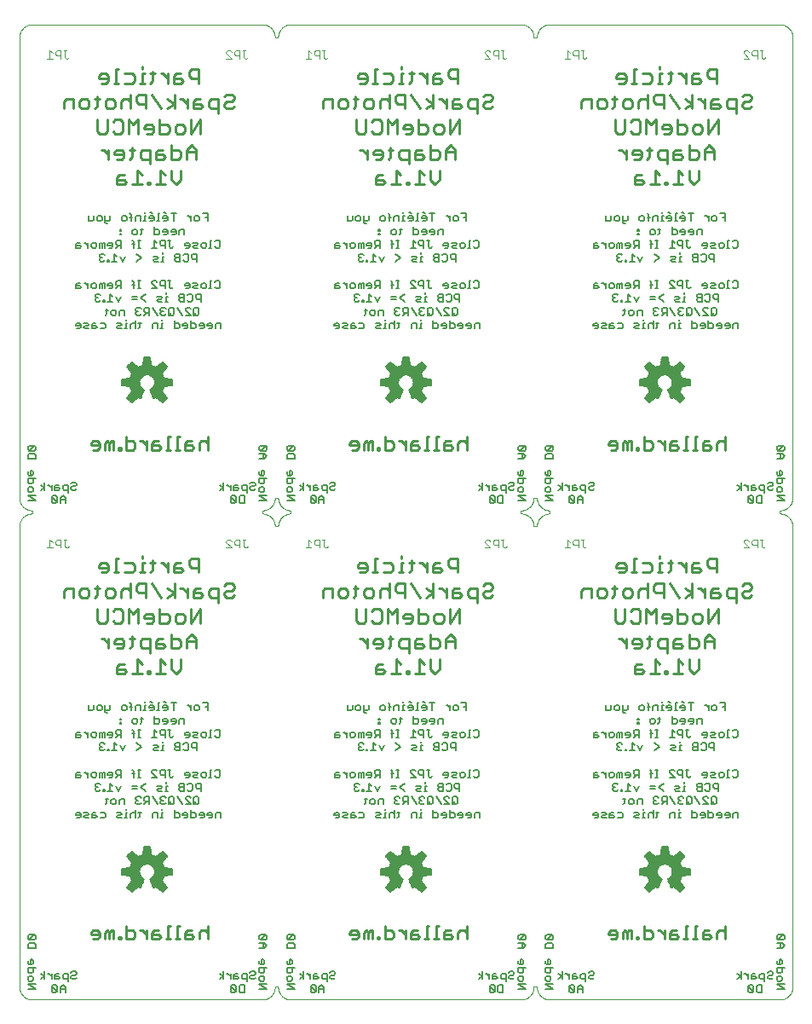
<source format=gbo>
G75*
%MOIN*%
%OFA0B0*%
%FSLAX25Y25*%
%IPPOS*%
%LPD*%
%AMOC8*
5,1,8,0,0,1.08239X$1,22.5*
%
%ADD10C,0.00000*%
%ADD11C,0.01000*%
%ADD12C,0.00900*%
%ADD13C,0.00500*%
%ADD14C,0.00400*%
%ADD15C,0.00591*%
D10*
X0077595Y0048933D02*
X0077595Y0228933D01*
X0077597Y0229073D01*
X0077603Y0229213D01*
X0077613Y0229353D01*
X0077626Y0229493D01*
X0077644Y0229632D01*
X0077666Y0229771D01*
X0077691Y0229908D01*
X0077720Y0230046D01*
X0077753Y0230182D01*
X0077790Y0230317D01*
X0077831Y0230451D01*
X0077876Y0230584D01*
X0077924Y0230716D01*
X0077976Y0230846D01*
X0078031Y0230975D01*
X0078090Y0231102D01*
X0078153Y0231228D01*
X0078219Y0231352D01*
X0078288Y0231473D01*
X0078361Y0231593D01*
X0078438Y0231711D01*
X0078517Y0231826D01*
X0078600Y0231940D01*
X0078686Y0232050D01*
X0078775Y0232159D01*
X0078867Y0232265D01*
X0078962Y0232368D01*
X0079059Y0232469D01*
X0079160Y0232566D01*
X0079263Y0232661D01*
X0079369Y0232753D01*
X0079478Y0232842D01*
X0079588Y0232928D01*
X0079702Y0233011D01*
X0079817Y0233090D01*
X0079935Y0233167D01*
X0080055Y0233240D01*
X0080176Y0233309D01*
X0080300Y0233375D01*
X0080426Y0233438D01*
X0080553Y0233497D01*
X0080682Y0233552D01*
X0080812Y0233604D01*
X0080944Y0233652D01*
X0081077Y0233697D01*
X0081211Y0233738D01*
X0081346Y0233775D01*
X0081482Y0233808D01*
X0081620Y0233837D01*
X0081757Y0233862D01*
X0081896Y0233884D01*
X0082035Y0233902D01*
X0082175Y0233915D01*
X0082315Y0233925D01*
X0082455Y0233931D01*
X0082595Y0233933D01*
X0082595Y0235183D01*
X0082455Y0235185D01*
X0082315Y0235191D01*
X0082175Y0235201D01*
X0082035Y0235214D01*
X0081896Y0235232D01*
X0081757Y0235254D01*
X0081620Y0235279D01*
X0081482Y0235308D01*
X0081346Y0235341D01*
X0081211Y0235378D01*
X0081077Y0235419D01*
X0080944Y0235464D01*
X0080812Y0235512D01*
X0080682Y0235564D01*
X0080553Y0235619D01*
X0080426Y0235678D01*
X0080300Y0235741D01*
X0080176Y0235807D01*
X0080055Y0235876D01*
X0079935Y0235949D01*
X0079817Y0236026D01*
X0079702Y0236105D01*
X0079588Y0236188D01*
X0079478Y0236274D01*
X0079369Y0236363D01*
X0079263Y0236455D01*
X0079160Y0236550D01*
X0079059Y0236647D01*
X0078962Y0236748D01*
X0078867Y0236851D01*
X0078775Y0236957D01*
X0078686Y0237066D01*
X0078600Y0237176D01*
X0078517Y0237290D01*
X0078438Y0237405D01*
X0078361Y0237523D01*
X0078288Y0237643D01*
X0078219Y0237764D01*
X0078153Y0237888D01*
X0078090Y0238014D01*
X0078031Y0238141D01*
X0077976Y0238270D01*
X0077924Y0238400D01*
X0077876Y0238532D01*
X0077831Y0238665D01*
X0077790Y0238799D01*
X0077753Y0238934D01*
X0077720Y0239070D01*
X0077691Y0239208D01*
X0077666Y0239345D01*
X0077644Y0239484D01*
X0077626Y0239623D01*
X0077613Y0239763D01*
X0077603Y0239903D01*
X0077597Y0240043D01*
X0077595Y0240183D01*
X0077595Y0420183D01*
X0077597Y0420323D01*
X0077603Y0420463D01*
X0077613Y0420603D01*
X0077626Y0420743D01*
X0077644Y0420882D01*
X0077666Y0421021D01*
X0077691Y0421158D01*
X0077720Y0421296D01*
X0077753Y0421432D01*
X0077790Y0421567D01*
X0077831Y0421701D01*
X0077876Y0421834D01*
X0077924Y0421966D01*
X0077976Y0422096D01*
X0078031Y0422225D01*
X0078090Y0422352D01*
X0078153Y0422478D01*
X0078219Y0422602D01*
X0078288Y0422723D01*
X0078361Y0422843D01*
X0078438Y0422961D01*
X0078517Y0423076D01*
X0078600Y0423190D01*
X0078686Y0423300D01*
X0078775Y0423409D01*
X0078867Y0423515D01*
X0078962Y0423618D01*
X0079059Y0423719D01*
X0079160Y0423816D01*
X0079263Y0423911D01*
X0079369Y0424003D01*
X0079478Y0424092D01*
X0079588Y0424178D01*
X0079702Y0424261D01*
X0079817Y0424340D01*
X0079935Y0424417D01*
X0080055Y0424490D01*
X0080176Y0424559D01*
X0080300Y0424625D01*
X0080426Y0424688D01*
X0080553Y0424747D01*
X0080682Y0424802D01*
X0080812Y0424854D01*
X0080944Y0424902D01*
X0081077Y0424947D01*
X0081211Y0424988D01*
X0081346Y0425025D01*
X0081482Y0425058D01*
X0081620Y0425087D01*
X0081757Y0425112D01*
X0081896Y0425134D01*
X0082035Y0425152D01*
X0082175Y0425165D01*
X0082315Y0425175D01*
X0082455Y0425181D01*
X0082595Y0425183D01*
X0172595Y0425183D01*
X0172735Y0425181D01*
X0172875Y0425175D01*
X0173015Y0425165D01*
X0173155Y0425152D01*
X0173294Y0425134D01*
X0173433Y0425112D01*
X0173570Y0425087D01*
X0173708Y0425058D01*
X0173844Y0425025D01*
X0173979Y0424988D01*
X0174113Y0424947D01*
X0174246Y0424902D01*
X0174378Y0424854D01*
X0174508Y0424802D01*
X0174637Y0424747D01*
X0174764Y0424688D01*
X0174890Y0424625D01*
X0175014Y0424559D01*
X0175135Y0424490D01*
X0175255Y0424417D01*
X0175373Y0424340D01*
X0175488Y0424261D01*
X0175602Y0424178D01*
X0175712Y0424092D01*
X0175821Y0424003D01*
X0175927Y0423911D01*
X0176030Y0423816D01*
X0176131Y0423719D01*
X0176228Y0423618D01*
X0176323Y0423515D01*
X0176415Y0423409D01*
X0176504Y0423300D01*
X0176590Y0423190D01*
X0176673Y0423076D01*
X0176752Y0422961D01*
X0176829Y0422843D01*
X0176902Y0422723D01*
X0176971Y0422602D01*
X0177037Y0422478D01*
X0177100Y0422352D01*
X0177159Y0422225D01*
X0177214Y0422096D01*
X0177266Y0421966D01*
X0177314Y0421834D01*
X0177359Y0421701D01*
X0177400Y0421567D01*
X0177437Y0421432D01*
X0177470Y0421296D01*
X0177499Y0421158D01*
X0177524Y0421021D01*
X0177546Y0420882D01*
X0177564Y0420743D01*
X0177577Y0420603D01*
X0177587Y0420463D01*
X0177593Y0420323D01*
X0177595Y0420183D01*
X0178845Y0420183D01*
X0178847Y0420323D01*
X0178853Y0420463D01*
X0178863Y0420603D01*
X0178876Y0420743D01*
X0178894Y0420882D01*
X0178916Y0421021D01*
X0178941Y0421158D01*
X0178970Y0421296D01*
X0179003Y0421432D01*
X0179040Y0421567D01*
X0179081Y0421701D01*
X0179126Y0421834D01*
X0179174Y0421966D01*
X0179226Y0422096D01*
X0179281Y0422225D01*
X0179340Y0422352D01*
X0179403Y0422478D01*
X0179469Y0422602D01*
X0179538Y0422723D01*
X0179611Y0422843D01*
X0179688Y0422961D01*
X0179767Y0423076D01*
X0179850Y0423190D01*
X0179936Y0423300D01*
X0180025Y0423409D01*
X0180117Y0423515D01*
X0180212Y0423618D01*
X0180309Y0423719D01*
X0180410Y0423816D01*
X0180513Y0423911D01*
X0180619Y0424003D01*
X0180728Y0424092D01*
X0180838Y0424178D01*
X0180952Y0424261D01*
X0181067Y0424340D01*
X0181185Y0424417D01*
X0181305Y0424490D01*
X0181426Y0424559D01*
X0181550Y0424625D01*
X0181676Y0424688D01*
X0181803Y0424747D01*
X0181932Y0424802D01*
X0182062Y0424854D01*
X0182194Y0424902D01*
X0182327Y0424947D01*
X0182461Y0424988D01*
X0182596Y0425025D01*
X0182732Y0425058D01*
X0182870Y0425087D01*
X0183007Y0425112D01*
X0183146Y0425134D01*
X0183285Y0425152D01*
X0183425Y0425165D01*
X0183565Y0425175D01*
X0183705Y0425181D01*
X0183845Y0425183D01*
X0273845Y0425183D01*
X0273985Y0425181D01*
X0274125Y0425175D01*
X0274265Y0425165D01*
X0274405Y0425152D01*
X0274544Y0425134D01*
X0274683Y0425112D01*
X0274820Y0425087D01*
X0274958Y0425058D01*
X0275094Y0425025D01*
X0275229Y0424988D01*
X0275363Y0424947D01*
X0275496Y0424902D01*
X0275628Y0424854D01*
X0275758Y0424802D01*
X0275887Y0424747D01*
X0276014Y0424688D01*
X0276140Y0424625D01*
X0276264Y0424559D01*
X0276385Y0424490D01*
X0276505Y0424417D01*
X0276623Y0424340D01*
X0276738Y0424261D01*
X0276852Y0424178D01*
X0276962Y0424092D01*
X0277071Y0424003D01*
X0277177Y0423911D01*
X0277280Y0423816D01*
X0277381Y0423719D01*
X0277478Y0423618D01*
X0277573Y0423515D01*
X0277665Y0423409D01*
X0277754Y0423300D01*
X0277840Y0423190D01*
X0277923Y0423076D01*
X0278002Y0422961D01*
X0278079Y0422843D01*
X0278152Y0422723D01*
X0278221Y0422602D01*
X0278287Y0422478D01*
X0278350Y0422352D01*
X0278409Y0422225D01*
X0278464Y0422096D01*
X0278516Y0421966D01*
X0278564Y0421834D01*
X0278609Y0421701D01*
X0278650Y0421567D01*
X0278687Y0421432D01*
X0278720Y0421296D01*
X0278749Y0421158D01*
X0278774Y0421021D01*
X0278796Y0420882D01*
X0278814Y0420743D01*
X0278827Y0420603D01*
X0278837Y0420463D01*
X0278843Y0420323D01*
X0278845Y0420183D01*
X0280095Y0420183D01*
X0280097Y0420323D01*
X0280103Y0420463D01*
X0280113Y0420603D01*
X0280126Y0420743D01*
X0280144Y0420882D01*
X0280166Y0421021D01*
X0280191Y0421158D01*
X0280220Y0421296D01*
X0280253Y0421432D01*
X0280290Y0421567D01*
X0280331Y0421701D01*
X0280376Y0421834D01*
X0280424Y0421966D01*
X0280476Y0422096D01*
X0280531Y0422225D01*
X0280590Y0422352D01*
X0280653Y0422478D01*
X0280719Y0422602D01*
X0280788Y0422723D01*
X0280861Y0422843D01*
X0280938Y0422961D01*
X0281017Y0423076D01*
X0281100Y0423190D01*
X0281186Y0423300D01*
X0281275Y0423409D01*
X0281367Y0423515D01*
X0281462Y0423618D01*
X0281559Y0423719D01*
X0281660Y0423816D01*
X0281763Y0423911D01*
X0281869Y0424003D01*
X0281978Y0424092D01*
X0282088Y0424178D01*
X0282202Y0424261D01*
X0282317Y0424340D01*
X0282435Y0424417D01*
X0282555Y0424490D01*
X0282676Y0424559D01*
X0282800Y0424625D01*
X0282926Y0424688D01*
X0283053Y0424747D01*
X0283182Y0424802D01*
X0283312Y0424854D01*
X0283444Y0424902D01*
X0283577Y0424947D01*
X0283711Y0424988D01*
X0283846Y0425025D01*
X0283982Y0425058D01*
X0284120Y0425087D01*
X0284257Y0425112D01*
X0284396Y0425134D01*
X0284535Y0425152D01*
X0284675Y0425165D01*
X0284815Y0425175D01*
X0284955Y0425181D01*
X0285095Y0425183D01*
X0375095Y0425183D01*
X0375235Y0425181D01*
X0375375Y0425175D01*
X0375515Y0425165D01*
X0375655Y0425152D01*
X0375794Y0425134D01*
X0375933Y0425112D01*
X0376070Y0425087D01*
X0376208Y0425058D01*
X0376344Y0425025D01*
X0376479Y0424988D01*
X0376613Y0424947D01*
X0376746Y0424902D01*
X0376878Y0424854D01*
X0377008Y0424802D01*
X0377137Y0424747D01*
X0377264Y0424688D01*
X0377390Y0424625D01*
X0377514Y0424559D01*
X0377635Y0424490D01*
X0377755Y0424417D01*
X0377873Y0424340D01*
X0377988Y0424261D01*
X0378102Y0424178D01*
X0378212Y0424092D01*
X0378321Y0424003D01*
X0378427Y0423911D01*
X0378530Y0423816D01*
X0378631Y0423719D01*
X0378728Y0423618D01*
X0378823Y0423515D01*
X0378915Y0423409D01*
X0379004Y0423300D01*
X0379090Y0423190D01*
X0379173Y0423076D01*
X0379252Y0422961D01*
X0379329Y0422843D01*
X0379402Y0422723D01*
X0379471Y0422602D01*
X0379537Y0422478D01*
X0379600Y0422352D01*
X0379659Y0422225D01*
X0379714Y0422096D01*
X0379766Y0421966D01*
X0379814Y0421834D01*
X0379859Y0421701D01*
X0379900Y0421567D01*
X0379937Y0421432D01*
X0379970Y0421296D01*
X0379999Y0421158D01*
X0380024Y0421021D01*
X0380046Y0420882D01*
X0380064Y0420743D01*
X0380077Y0420603D01*
X0380087Y0420463D01*
X0380093Y0420323D01*
X0380095Y0420183D01*
X0380095Y0240183D01*
X0380093Y0240043D01*
X0380087Y0239903D01*
X0380077Y0239763D01*
X0380064Y0239623D01*
X0380046Y0239484D01*
X0380024Y0239345D01*
X0379999Y0239208D01*
X0379970Y0239070D01*
X0379937Y0238934D01*
X0379900Y0238799D01*
X0379859Y0238665D01*
X0379814Y0238532D01*
X0379766Y0238400D01*
X0379714Y0238270D01*
X0379659Y0238141D01*
X0379600Y0238014D01*
X0379537Y0237888D01*
X0379471Y0237764D01*
X0379402Y0237643D01*
X0379329Y0237523D01*
X0379252Y0237405D01*
X0379173Y0237290D01*
X0379090Y0237176D01*
X0379004Y0237066D01*
X0378915Y0236957D01*
X0378823Y0236851D01*
X0378728Y0236748D01*
X0378631Y0236647D01*
X0378530Y0236550D01*
X0378427Y0236455D01*
X0378321Y0236363D01*
X0378212Y0236274D01*
X0378102Y0236188D01*
X0377988Y0236105D01*
X0377873Y0236026D01*
X0377755Y0235949D01*
X0377635Y0235876D01*
X0377514Y0235807D01*
X0377390Y0235741D01*
X0377264Y0235678D01*
X0377137Y0235619D01*
X0377008Y0235564D01*
X0376878Y0235512D01*
X0376746Y0235464D01*
X0376613Y0235419D01*
X0376479Y0235378D01*
X0376344Y0235341D01*
X0376208Y0235308D01*
X0376070Y0235279D01*
X0375933Y0235254D01*
X0375794Y0235232D01*
X0375655Y0235214D01*
X0375515Y0235201D01*
X0375375Y0235191D01*
X0375235Y0235185D01*
X0375095Y0235183D01*
X0375095Y0233933D01*
X0375235Y0233931D01*
X0375375Y0233925D01*
X0375515Y0233915D01*
X0375655Y0233902D01*
X0375794Y0233884D01*
X0375933Y0233862D01*
X0376070Y0233837D01*
X0376208Y0233808D01*
X0376344Y0233775D01*
X0376479Y0233738D01*
X0376613Y0233697D01*
X0376746Y0233652D01*
X0376878Y0233604D01*
X0377008Y0233552D01*
X0377137Y0233497D01*
X0377264Y0233438D01*
X0377390Y0233375D01*
X0377514Y0233309D01*
X0377635Y0233240D01*
X0377755Y0233167D01*
X0377873Y0233090D01*
X0377988Y0233011D01*
X0378102Y0232928D01*
X0378212Y0232842D01*
X0378321Y0232753D01*
X0378427Y0232661D01*
X0378530Y0232566D01*
X0378631Y0232469D01*
X0378728Y0232368D01*
X0378823Y0232265D01*
X0378915Y0232159D01*
X0379004Y0232050D01*
X0379090Y0231940D01*
X0379173Y0231826D01*
X0379252Y0231711D01*
X0379329Y0231593D01*
X0379402Y0231473D01*
X0379471Y0231352D01*
X0379537Y0231228D01*
X0379600Y0231102D01*
X0379659Y0230975D01*
X0379714Y0230846D01*
X0379766Y0230716D01*
X0379814Y0230584D01*
X0379859Y0230451D01*
X0379900Y0230317D01*
X0379937Y0230182D01*
X0379970Y0230046D01*
X0379999Y0229908D01*
X0380024Y0229771D01*
X0380046Y0229632D01*
X0380064Y0229493D01*
X0380077Y0229353D01*
X0380087Y0229213D01*
X0380093Y0229073D01*
X0380095Y0228933D01*
X0380095Y0048933D01*
X0380093Y0048793D01*
X0380087Y0048653D01*
X0380077Y0048513D01*
X0380064Y0048373D01*
X0380046Y0048234D01*
X0380024Y0048095D01*
X0379999Y0047958D01*
X0379970Y0047820D01*
X0379937Y0047684D01*
X0379900Y0047549D01*
X0379859Y0047415D01*
X0379814Y0047282D01*
X0379766Y0047150D01*
X0379714Y0047020D01*
X0379659Y0046891D01*
X0379600Y0046764D01*
X0379537Y0046638D01*
X0379471Y0046514D01*
X0379402Y0046393D01*
X0379329Y0046273D01*
X0379252Y0046155D01*
X0379173Y0046040D01*
X0379090Y0045926D01*
X0379004Y0045816D01*
X0378915Y0045707D01*
X0378823Y0045601D01*
X0378728Y0045498D01*
X0378631Y0045397D01*
X0378530Y0045300D01*
X0378427Y0045205D01*
X0378321Y0045113D01*
X0378212Y0045024D01*
X0378102Y0044938D01*
X0377988Y0044855D01*
X0377873Y0044776D01*
X0377755Y0044699D01*
X0377635Y0044626D01*
X0377514Y0044557D01*
X0377390Y0044491D01*
X0377264Y0044428D01*
X0377137Y0044369D01*
X0377008Y0044314D01*
X0376878Y0044262D01*
X0376746Y0044214D01*
X0376613Y0044169D01*
X0376479Y0044128D01*
X0376344Y0044091D01*
X0376208Y0044058D01*
X0376070Y0044029D01*
X0375933Y0044004D01*
X0375794Y0043982D01*
X0375655Y0043964D01*
X0375515Y0043951D01*
X0375375Y0043941D01*
X0375235Y0043935D01*
X0375095Y0043933D01*
X0285095Y0043933D01*
X0284955Y0043935D01*
X0284815Y0043941D01*
X0284675Y0043951D01*
X0284535Y0043964D01*
X0284396Y0043982D01*
X0284257Y0044004D01*
X0284120Y0044029D01*
X0283982Y0044058D01*
X0283846Y0044091D01*
X0283711Y0044128D01*
X0283577Y0044169D01*
X0283444Y0044214D01*
X0283312Y0044262D01*
X0283182Y0044314D01*
X0283053Y0044369D01*
X0282926Y0044428D01*
X0282800Y0044491D01*
X0282676Y0044557D01*
X0282555Y0044626D01*
X0282435Y0044699D01*
X0282317Y0044776D01*
X0282202Y0044855D01*
X0282088Y0044938D01*
X0281978Y0045024D01*
X0281869Y0045113D01*
X0281763Y0045205D01*
X0281660Y0045300D01*
X0281559Y0045397D01*
X0281462Y0045498D01*
X0281367Y0045601D01*
X0281275Y0045707D01*
X0281186Y0045816D01*
X0281100Y0045926D01*
X0281017Y0046040D01*
X0280938Y0046155D01*
X0280861Y0046273D01*
X0280788Y0046393D01*
X0280719Y0046514D01*
X0280653Y0046638D01*
X0280590Y0046764D01*
X0280531Y0046891D01*
X0280476Y0047020D01*
X0280424Y0047150D01*
X0280376Y0047282D01*
X0280331Y0047415D01*
X0280290Y0047549D01*
X0280253Y0047684D01*
X0280220Y0047820D01*
X0280191Y0047958D01*
X0280166Y0048095D01*
X0280144Y0048234D01*
X0280126Y0048373D01*
X0280113Y0048513D01*
X0280103Y0048653D01*
X0280097Y0048793D01*
X0280095Y0048933D01*
X0278845Y0048933D01*
X0278843Y0048793D01*
X0278837Y0048653D01*
X0278827Y0048513D01*
X0278814Y0048373D01*
X0278796Y0048234D01*
X0278774Y0048095D01*
X0278749Y0047958D01*
X0278720Y0047820D01*
X0278687Y0047684D01*
X0278650Y0047549D01*
X0278609Y0047415D01*
X0278564Y0047282D01*
X0278516Y0047150D01*
X0278464Y0047020D01*
X0278409Y0046891D01*
X0278350Y0046764D01*
X0278287Y0046638D01*
X0278221Y0046514D01*
X0278152Y0046393D01*
X0278079Y0046273D01*
X0278002Y0046155D01*
X0277923Y0046040D01*
X0277840Y0045926D01*
X0277754Y0045816D01*
X0277665Y0045707D01*
X0277573Y0045601D01*
X0277478Y0045498D01*
X0277381Y0045397D01*
X0277280Y0045300D01*
X0277177Y0045205D01*
X0277071Y0045113D01*
X0276962Y0045024D01*
X0276852Y0044938D01*
X0276738Y0044855D01*
X0276623Y0044776D01*
X0276505Y0044699D01*
X0276385Y0044626D01*
X0276264Y0044557D01*
X0276140Y0044491D01*
X0276014Y0044428D01*
X0275887Y0044369D01*
X0275758Y0044314D01*
X0275628Y0044262D01*
X0275496Y0044214D01*
X0275363Y0044169D01*
X0275229Y0044128D01*
X0275094Y0044091D01*
X0274958Y0044058D01*
X0274820Y0044029D01*
X0274683Y0044004D01*
X0274544Y0043982D01*
X0274405Y0043964D01*
X0274265Y0043951D01*
X0274125Y0043941D01*
X0273985Y0043935D01*
X0273845Y0043933D01*
X0183845Y0043933D01*
X0183705Y0043935D01*
X0183565Y0043941D01*
X0183425Y0043951D01*
X0183285Y0043964D01*
X0183146Y0043982D01*
X0183007Y0044004D01*
X0182870Y0044029D01*
X0182732Y0044058D01*
X0182596Y0044091D01*
X0182461Y0044128D01*
X0182327Y0044169D01*
X0182194Y0044214D01*
X0182062Y0044262D01*
X0181932Y0044314D01*
X0181803Y0044369D01*
X0181676Y0044428D01*
X0181550Y0044491D01*
X0181426Y0044557D01*
X0181305Y0044626D01*
X0181185Y0044699D01*
X0181067Y0044776D01*
X0180952Y0044855D01*
X0180838Y0044938D01*
X0180728Y0045024D01*
X0180619Y0045113D01*
X0180513Y0045205D01*
X0180410Y0045300D01*
X0180309Y0045397D01*
X0180212Y0045498D01*
X0180117Y0045601D01*
X0180025Y0045707D01*
X0179936Y0045816D01*
X0179850Y0045926D01*
X0179767Y0046040D01*
X0179688Y0046155D01*
X0179611Y0046273D01*
X0179538Y0046393D01*
X0179469Y0046514D01*
X0179403Y0046638D01*
X0179340Y0046764D01*
X0179281Y0046891D01*
X0179226Y0047020D01*
X0179174Y0047150D01*
X0179126Y0047282D01*
X0179081Y0047415D01*
X0179040Y0047549D01*
X0179003Y0047684D01*
X0178970Y0047820D01*
X0178941Y0047958D01*
X0178916Y0048095D01*
X0178894Y0048234D01*
X0178876Y0048373D01*
X0178863Y0048513D01*
X0178853Y0048653D01*
X0178847Y0048793D01*
X0178845Y0048933D01*
X0177595Y0048933D01*
X0177593Y0048793D01*
X0177587Y0048653D01*
X0177577Y0048513D01*
X0177564Y0048373D01*
X0177546Y0048234D01*
X0177524Y0048095D01*
X0177499Y0047958D01*
X0177470Y0047820D01*
X0177437Y0047684D01*
X0177400Y0047549D01*
X0177359Y0047415D01*
X0177314Y0047282D01*
X0177266Y0047150D01*
X0177214Y0047020D01*
X0177159Y0046891D01*
X0177100Y0046764D01*
X0177037Y0046638D01*
X0176971Y0046514D01*
X0176902Y0046393D01*
X0176829Y0046273D01*
X0176752Y0046155D01*
X0176673Y0046040D01*
X0176590Y0045926D01*
X0176504Y0045816D01*
X0176415Y0045707D01*
X0176323Y0045601D01*
X0176228Y0045498D01*
X0176131Y0045397D01*
X0176030Y0045300D01*
X0175927Y0045205D01*
X0175821Y0045113D01*
X0175712Y0045024D01*
X0175602Y0044938D01*
X0175488Y0044855D01*
X0175373Y0044776D01*
X0175255Y0044699D01*
X0175135Y0044626D01*
X0175014Y0044557D01*
X0174890Y0044491D01*
X0174764Y0044428D01*
X0174637Y0044369D01*
X0174508Y0044314D01*
X0174378Y0044262D01*
X0174246Y0044214D01*
X0174113Y0044169D01*
X0173979Y0044128D01*
X0173844Y0044091D01*
X0173708Y0044058D01*
X0173570Y0044029D01*
X0173433Y0044004D01*
X0173294Y0043982D01*
X0173155Y0043964D01*
X0173015Y0043951D01*
X0172875Y0043941D01*
X0172735Y0043935D01*
X0172595Y0043933D01*
X0082595Y0043933D01*
X0082455Y0043935D01*
X0082315Y0043941D01*
X0082175Y0043951D01*
X0082035Y0043964D01*
X0081896Y0043982D01*
X0081757Y0044004D01*
X0081620Y0044029D01*
X0081482Y0044058D01*
X0081346Y0044091D01*
X0081211Y0044128D01*
X0081077Y0044169D01*
X0080944Y0044214D01*
X0080812Y0044262D01*
X0080682Y0044314D01*
X0080553Y0044369D01*
X0080426Y0044428D01*
X0080300Y0044491D01*
X0080176Y0044557D01*
X0080055Y0044626D01*
X0079935Y0044699D01*
X0079817Y0044776D01*
X0079702Y0044855D01*
X0079588Y0044938D01*
X0079478Y0045024D01*
X0079369Y0045113D01*
X0079263Y0045205D01*
X0079160Y0045300D01*
X0079059Y0045397D01*
X0078962Y0045498D01*
X0078867Y0045601D01*
X0078775Y0045707D01*
X0078686Y0045816D01*
X0078600Y0045926D01*
X0078517Y0046040D01*
X0078438Y0046155D01*
X0078361Y0046273D01*
X0078288Y0046393D01*
X0078219Y0046514D01*
X0078153Y0046638D01*
X0078090Y0046764D01*
X0078031Y0046891D01*
X0077976Y0047020D01*
X0077924Y0047150D01*
X0077876Y0047282D01*
X0077831Y0047415D01*
X0077790Y0047549D01*
X0077753Y0047684D01*
X0077720Y0047820D01*
X0077691Y0047958D01*
X0077666Y0048095D01*
X0077644Y0048234D01*
X0077626Y0048373D01*
X0077613Y0048513D01*
X0077603Y0048653D01*
X0077597Y0048793D01*
X0077595Y0048933D01*
X0177595Y0228933D02*
X0177593Y0229073D01*
X0177587Y0229213D01*
X0177577Y0229353D01*
X0177564Y0229493D01*
X0177546Y0229632D01*
X0177524Y0229771D01*
X0177499Y0229908D01*
X0177470Y0230046D01*
X0177437Y0230182D01*
X0177400Y0230317D01*
X0177359Y0230451D01*
X0177314Y0230584D01*
X0177266Y0230716D01*
X0177214Y0230846D01*
X0177159Y0230975D01*
X0177100Y0231102D01*
X0177037Y0231228D01*
X0176971Y0231352D01*
X0176902Y0231473D01*
X0176829Y0231593D01*
X0176752Y0231711D01*
X0176673Y0231826D01*
X0176590Y0231940D01*
X0176504Y0232050D01*
X0176415Y0232159D01*
X0176323Y0232265D01*
X0176228Y0232368D01*
X0176131Y0232469D01*
X0176030Y0232566D01*
X0175927Y0232661D01*
X0175821Y0232753D01*
X0175712Y0232842D01*
X0175602Y0232928D01*
X0175488Y0233011D01*
X0175373Y0233090D01*
X0175255Y0233167D01*
X0175135Y0233240D01*
X0175014Y0233309D01*
X0174890Y0233375D01*
X0174764Y0233438D01*
X0174637Y0233497D01*
X0174508Y0233552D01*
X0174378Y0233604D01*
X0174246Y0233652D01*
X0174113Y0233697D01*
X0173979Y0233738D01*
X0173844Y0233775D01*
X0173708Y0233808D01*
X0173570Y0233837D01*
X0173433Y0233862D01*
X0173294Y0233884D01*
X0173155Y0233902D01*
X0173015Y0233915D01*
X0172875Y0233925D01*
X0172735Y0233931D01*
X0172595Y0233933D01*
X0172595Y0235183D01*
X0172735Y0235185D01*
X0172875Y0235191D01*
X0173015Y0235201D01*
X0173155Y0235214D01*
X0173294Y0235232D01*
X0173433Y0235254D01*
X0173570Y0235279D01*
X0173708Y0235308D01*
X0173844Y0235341D01*
X0173979Y0235378D01*
X0174113Y0235419D01*
X0174246Y0235464D01*
X0174378Y0235512D01*
X0174508Y0235564D01*
X0174637Y0235619D01*
X0174764Y0235678D01*
X0174890Y0235741D01*
X0175014Y0235807D01*
X0175135Y0235876D01*
X0175255Y0235949D01*
X0175373Y0236026D01*
X0175488Y0236105D01*
X0175602Y0236188D01*
X0175712Y0236274D01*
X0175821Y0236363D01*
X0175927Y0236455D01*
X0176030Y0236550D01*
X0176131Y0236647D01*
X0176228Y0236748D01*
X0176323Y0236851D01*
X0176415Y0236957D01*
X0176504Y0237066D01*
X0176590Y0237176D01*
X0176673Y0237290D01*
X0176752Y0237405D01*
X0176829Y0237523D01*
X0176902Y0237643D01*
X0176971Y0237764D01*
X0177037Y0237888D01*
X0177100Y0238014D01*
X0177159Y0238141D01*
X0177214Y0238270D01*
X0177266Y0238400D01*
X0177314Y0238532D01*
X0177359Y0238665D01*
X0177400Y0238799D01*
X0177437Y0238934D01*
X0177470Y0239070D01*
X0177499Y0239208D01*
X0177524Y0239345D01*
X0177546Y0239484D01*
X0177564Y0239623D01*
X0177577Y0239763D01*
X0177587Y0239903D01*
X0177593Y0240043D01*
X0177595Y0240183D01*
X0178845Y0240183D01*
X0178847Y0240043D01*
X0178853Y0239903D01*
X0178863Y0239763D01*
X0178876Y0239623D01*
X0178894Y0239484D01*
X0178916Y0239345D01*
X0178941Y0239208D01*
X0178970Y0239070D01*
X0179003Y0238934D01*
X0179040Y0238799D01*
X0179081Y0238665D01*
X0179126Y0238532D01*
X0179174Y0238400D01*
X0179226Y0238270D01*
X0179281Y0238141D01*
X0179340Y0238014D01*
X0179403Y0237888D01*
X0179469Y0237764D01*
X0179538Y0237643D01*
X0179611Y0237523D01*
X0179688Y0237405D01*
X0179767Y0237290D01*
X0179850Y0237176D01*
X0179936Y0237066D01*
X0180025Y0236957D01*
X0180117Y0236851D01*
X0180212Y0236748D01*
X0180309Y0236647D01*
X0180410Y0236550D01*
X0180513Y0236455D01*
X0180619Y0236363D01*
X0180728Y0236274D01*
X0180838Y0236188D01*
X0180952Y0236105D01*
X0181067Y0236026D01*
X0181185Y0235949D01*
X0181305Y0235876D01*
X0181426Y0235807D01*
X0181550Y0235741D01*
X0181676Y0235678D01*
X0181803Y0235619D01*
X0181932Y0235564D01*
X0182062Y0235512D01*
X0182194Y0235464D01*
X0182327Y0235419D01*
X0182461Y0235378D01*
X0182596Y0235341D01*
X0182732Y0235308D01*
X0182870Y0235279D01*
X0183007Y0235254D01*
X0183146Y0235232D01*
X0183285Y0235214D01*
X0183425Y0235201D01*
X0183565Y0235191D01*
X0183705Y0235185D01*
X0183845Y0235183D01*
X0183845Y0233933D01*
X0183705Y0233931D01*
X0183565Y0233925D01*
X0183425Y0233915D01*
X0183285Y0233902D01*
X0183146Y0233884D01*
X0183007Y0233862D01*
X0182870Y0233837D01*
X0182732Y0233808D01*
X0182596Y0233775D01*
X0182461Y0233738D01*
X0182327Y0233697D01*
X0182194Y0233652D01*
X0182062Y0233604D01*
X0181932Y0233552D01*
X0181803Y0233497D01*
X0181676Y0233438D01*
X0181550Y0233375D01*
X0181426Y0233309D01*
X0181305Y0233240D01*
X0181185Y0233167D01*
X0181067Y0233090D01*
X0180952Y0233011D01*
X0180838Y0232928D01*
X0180728Y0232842D01*
X0180619Y0232753D01*
X0180513Y0232661D01*
X0180410Y0232566D01*
X0180309Y0232469D01*
X0180212Y0232368D01*
X0180117Y0232265D01*
X0180025Y0232159D01*
X0179936Y0232050D01*
X0179850Y0231940D01*
X0179767Y0231826D01*
X0179688Y0231711D01*
X0179611Y0231593D01*
X0179538Y0231473D01*
X0179469Y0231352D01*
X0179403Y0231228D01*
X0179340Y0231102D01*
X0179281Y0230975D01*
X0179226Y0230846D01*
X0179174Y0230716D01*
X0179126Y0230584D01*
X0179081Y0230451D01*
X0179040Y0230317D01*
X0179003Y0230182D01*
X0178970Y0230046D01*
X0178941Y0229908D01*
X0178916Y0229771D01*
X0178894Y0229632D01*
X0178876Y0229493D01*
X0178863Y0229353D01*
X0178853Y0229213D01*
X0178847Y0229073D01*
X0178845Y0228933D01*
X0177595Y0228933D01*
X0273845Y0233933D02*
X0273985Y0233931D01*
X0274125Y0233925D01*
X0274265Y0233915D01*
X0274405Y0233902D01*
X0274544Y0233884D01*
X0274683Y0233862D01*
X0274820Y0233837D01*
X0274958Y0233808D01*
X0275094Y0233775D01*
X0275229Y0233738D01*
X0275363Y0233697D01*
X0275496Y0233652D01*
X0275628Y0233604D01*
X0275758Y0233552D01*
X0275887Y0233497D01*
X0276014Y0233438D01*
X0276140Y0233375D01*
X0276264Y0233309D01*
X0276385Y0233240D01*
X0276505Y0233167D01*
X0276623Y0233090D01*
X0276738Y0233011D01*
X0276852Y0232928D01*
X0276962Y0232842D01*
X0277071Y0232753D01*
X0277177Y0232661D01*
X0277280Y0232566D01*
X0277381Y0232469D01*
X0277478Y0232368D01*
X0277573Y0232265D01*
X0277665Y0232159D01*
X0277754Y0232050D01*
X0277840Y0231940D01*
X0277923Y0231826D01*
X0278002Y0231711D01*
X0278079Y0231593D01*
X0278152Y0231473D01*
X0278221Y0231352D01*
X0278287Y0231228D01*
X0278350Y0231102D01*
X0278409Y0230975D01*
X0278464Y0230846D01*
X0278516Y0230716D01*
X0278564Y0230584D01*
X0278609Y0230451D01*
X0278650Y0230317D01*
X0278687Y0230182D01*
X0278720Y0230046D01*
X0278749Y0229908D01*
X0278774Y0229771D01*
X0278796Y0229632D01*
X0278814Y0229493D01*
X0278827Y0229353D01*
X0278837Y0229213D01*
X0278843Y0229073D01*
X0278845Y0228933D01*
X0280095Y0228933D01*
X0280097Y0229073D01*
X0280103Y0229213D01*
X0280113Y0229353D01*
X0280126Y0229493D01*
X0280144Y0229632D01*
X0280166Y0229771D01*
X0280191Y0229908D01*
X0280220Y0230046D01*
X0280253Y0230182D01*
X0280290Y0230317D01*
X0280331Y0230451D01*
X0280376Y0230584D01*
X0280424Y0230716D01*
X0280476Y0230846D01*
X0280531Y0230975D01*
X0280590Y0231102D01*
X0280653Y0231228D01*
X0280719Y0231352D01*
X0280788Y0231473D01*
X0280861Y0231593D01*
X0280938Y0231711D01*
X0281017Y0231826D01*
X0281100Y0231940D01*
X0281186Y0232050D01*
X0281275Y0232159D01*
X0281367Y0232265D01*
X0281462Y0232368D01*
X0281559Y0232469D01*
X0281660Y0232566D01*
X0281763Y0232661D01*
X0281869Y0232753D01*
X0281978Y0232842D01*
X0282088Y0232928D01*
X0282202Y0233011D01*
X0282317Y0233090D01*
X0282435Y0233167D01*
X0282555Y0233240D01*
X0282676Y0233309D01*
X0282800Y0233375D01*
X0282926Y0233438D01*
X0283053Y0233497D01*
X0283182Y0233552D01*
X0283312Y0233604D01*
X0283444Y0233652D01*
X0283577Y0233697D01*
X0283711Y0233738D01*
X0283846Y0233775D01*
X0283982Y0233808D01*
X0284120Y0233837D01*
X0284257Y0233862D01*
X0284396Y0233884D01*
X0284535Y0233902D01*
X0284675Y0233915D01*
X0284815Y0233925D01*
X0284955Y0233931D01*
X0285095Y0233933D01*
X0285095Y0235183D01*
X0284955Y0235185D01*
X0284815Y0235191D01*
X0284675Y0235201D01*
X0284535Y0235214D01*
X0284396Y0235232D01*
X0284257Y0235254D01*
X0284120Y0235279D01*
X0283982Y0235308D01*
X0283846Y0235341D01*
X0283711Y0235378D01*
X0283577Y0235419D01*
X0283444Y0235464D01*
X0283312Y0235512D01*
X0283182Y0235564D01*
X0283053Y0235619D01*
X0282926Y0235678D01*
X0282800Y0235741D01*
X0282676Y0235807D01*
X0282555Y0235876D01*
X0282435Y0235949D01*
X0282317Y0236026D01*
X0282202Y0236105D01*
X0282088Y0236188D01*
X0281978Y0236274D01*
X0281869Y0236363D01*
X0281763Y0236455D01*
X0281660Y0236550D01*
X0281559Y0236647D01*
X0281462Y0236748D01*
X0281367Y0236851D01*
X0281275Y0236957D01*
X0281186Y0237066D01*
X0281100Y0237176D01*
X0281017Y0237290D01*
X0280938Y0237405D01*
X0280861Y0237523D01*
X0280788Y0237643D01*
X0280719Y0237764D01*
X0280653Y0237888D01*
X0280590Y0238014D01*
X0280531Y0238141D01*
X0280476Y0238270D01*
X0280424Y0238400D01*
X0280376Y0238532D01*
X0280331Y0238665D01*
X0280290Y0238799D01*
X0280253Y0238934D01*
X0280220Y0239070D01*
X0280191Y0239208D01*
X0280166Y0239345D01*
X0280144Y0239484D01*
X0280126Y0239623D01*
X0280113Y0239763D01*
X0280103Y0239903D01*
X0280097Y0240043D01*
X0280095Y0240183D01*
X0278845Y0240183D01*
X0278843Y0240043D01*
X0278837Y0239903D01*
X0278827Y0239763D01*
X0278814Y0239623D01*
X0278796Y0239484D01*
X0278774Y0239345D01*
X0278749Y0239208D01*
X0278720Y0239070D01*
X0278687Y0238934D01*
X0278650Y0238799D01*
X0278609Y0238665D01*
X0278564Y0238532D01*
X0278516Y0238400D01*
X0278464Y0238270D01*
X0278409Y0238141D01*
X0278350Y0238014D01*
X0278287Y0237888D01*
X0278221Y0237764D01*
X0278152Y0237643D01*
X0278079Y0237523D01*
X0278002Y0237405D01*
X0277923Y0237290D01*
X0277840Y0237176D01*
X0277754Y0237066D01*
X0277665Y0236957D01*
X0277573Y0236851D01*
X0277478Y0236748D01*
X0277381Y0236647D01*
X0277280Y0236550D01*
X0277177Y0236455D01*
X0277071Y0236363D01*
X0276962Y0236274D01*
X0276852Y0236188D01*
X0276738Y0236105D01*
X0276623Y0236026D01*
X0276505Y0235949D01*
X0276385Y0235876D01*
X0276264Y0235807D01*
X0276140Y0235741D01*
X0276014Y0235678D01*
X0275887Y0235619D01*
X0275758Y0235564D01*
X0275628Y0235512D01*
X0275496Y0235464D01*
X0275363Y0235419D01*
X0275229Y0235378D01*
X0275094Y0235341D01*
X0274958Y0235308D01*
X0274820Y0235279D01*
X0274683Y0235254D01*
X0274544Y0235232D01*
X0274405Y0235214D01*
X0274265Y0235201D01*
X0274125Y0235191D01*
X0273985Y0235185D01*
X0273845Y0235183D01*
X0273845Y0233933D01*
D11*
X0249109Y0216538D02*
X0249109Y0210933D01*
X0249109Y0212801D02*
X0246307Y0212801D01*
X0245372Y0213735D01*
X0245372Y0215604D01*
X0246307Y0216538D01*
X0249109Y0216538D01*
X0242098Y0214670D02*
X0240229Y0214670D01*
X0239295Y0213735D01*
X0239295Y0210933D01*
X0242098Y0210933D01*
X0243032Y0211867D01*
X0242098Y0212801D01*
X0239295Y0212801D01*
X0236955Y0212801D02*
X0235086Y0214670D01*
X0234152Y0214670D01*
X0231890Y0214670D02*
X0230022Y0214670D01*
X0230956Y0215604D02*
X0230956Y0211867D01*
X0230022Y0210933D01*
X0227839Y0210933D02*
X0225970Y0210933D01*
X0226905Y0210933D02*
X0226905Y0214670D01*
X0227839Y0214670D01*
X0226905Y0216538D02*
X0226905Y0217472D01*
X0223787Y0213735D02*
X0223787Y0211867D01*
X0222853Y0210933D01*
X0220051Y0210933D01*
X0217710Y0210933D02*
X0215842Y0210933D01*
X0216776Y0210933D02*
X0216776Y0216538D01*
X0217710Y0216538D01*
X0220051Y0214670D02*
X0222853Y0214670D01*
X0223787Y0213735D01*
X0222268Y0206638D02*
X0222268Y0201033D01*
X0222268Y0203835D02*
X0221334Y0204770D01*
X0219466Y0204770D01*
X0218531Y0203835D01*
X0218531Y0201033D01*
X0216191Y0201967D02*
X0215257Y0201033D01*
X0213388Y0201033D01*
X0212454Y0201967D01*
X0212454Y0203835D01*
X0213388Y0204770D01*
X0215257Y0204770D01*
X0216191Y0203835D01*
X0216191Y0201967D01*
X0216427Y0196738D02*
X0218295Y0196738D01*
X0219229Y0195804D01*
X0219229Y0192067D01*
X0218295Y0191133D01*
X0216427Y0191133D01*
X0215493Y0192067D01*
X0213152Y0192067D02*
X0213152Y0196738D01*
X0215493Y0195804D02*
X0216427Y0196738D01*
X0221570Y0196738D02*
X0221570Y0191133D01*
X0225307Y0191133D02*
X0225307Y0196738D01*
X0223438Y0194870D01*
X0221570Y0196738D01*
X0225543Y0202901D02*
X0228345Y0202901D01*
X0228345Y0201033D02*
X0228345Y0206638D01*
X0225543Y0206638D01*
X0224609Y0205704D01*
X0224609Y0203835D01*
X0225543Y0202901D01*
X0230686Y0206638D02*
X0234422Y0201033D01*
X0236684Y0201033D02*
X0239487Y0202901D01*
X0236684Y0204770D01*
X0239487Y0206638D02*
X0239487Y0201033D01*
X0241749Y0204770D02*
X0242683Y0204770D01*
X0244551Y0202901D01*
X0244551Y0201033D02*
X0244551Y0204770D01*
X0246892Y0203835D02*
X0247826Y0204770D01*
X0249694Y0204770D01*
X0249694Y0202901D02*
X0246892Y0202901D01*
X0246892Y0203835D02*
X0246892Y0201033D01*
X0249694Y0201033D01*
X0250628Y0201967D01*
X0249694Y0202901D01*
X0252969Y0201967D02*
X0253903Y0201033D01*
X0256705Y0201033D01*
X0256705Y0199165D02*
X0256705Y0204770D01*
X0253903Y0204770D01*
X0252969Y0203835D01*
X0252969Y0201967D01*
X0259046Y0201967D02*
X0259980Y0201033D01*
X0261848Y0201033D01*
X0262783Y0201967D01*
X0261848Y0203835D02*
X0259980Y0203835D01*
X0259046Y0202901D01*
X0259046Y0201967D01*
X0261848Y0203835D02*
X0262783Y0204770D01*
X0262783Y0205704D01*
X0261848Y0206638D01*
X0259980Y0206638D01*
X0259046Y0205704D01*
X0249615Y0196738D02*
X0245879Y0191133D01*
X0245879Y0196738D01*
X0243538Y0193935D02*
X0243538Y0192067D01*
X0242604Y0191133D01*
X0240736Y0191133D01*
X0239802Y0192067D01*
X0239802Y0193935D01*
X0240736Y0194870D01*
X0242604Y0194870D01*
X0243538Y0193935D01*
X0237461Y0193935D02*
X0236527Y0194870D01*
X0233724Y0194870D01*
X0233724Y0196738D02*
X0233724Y0191133D01*
X0236527Y0191133D01*
X0237461Y0192067D01*
X0237461Y0193935D01*
X0231384Y0193935D02*
X0230450Y0194870D01*
X0228581Y0194870D01*
X0227647Y0193935D01*
X0227647Y0193001D01*
X0231384Y0193001D01*
X0231384Y0192067D02*
X0231384Y0193935D01*
X0231384Y0192067D02*
X0230450Y0191133D01*
X0228581Y0191133D01*
X0222853Y0185904D02*
X0222853Y0182167D01*
X0221919Y0181233D01*
X0219736Y0182167D02*
X0219736Y0184035D01*
X0218802Y0184970D01*
X0216933Y0184970D01*
X0215999Y0184035D01*
X0215999Y0183101D01*
X0219736Y0183101D01*
X0219736Y0182167D02*
X0218802Y0181233D01*
X0216933Y0181233D01*
X0213659Y0181233D02*
X0213659Y0184970D01*
X0211790Y0184970D02*
X0210856Y0184970D01*
X0211790Y0184970D02*
X0213659Y0183101D01*
X0212218Y0191133D02*
X0210350Y0191133D01*
X0209416Y0192067D01*
X0209416Y0196738D01*
X0208245Y0201033D02*
X0209179Y0201967D01*
X0209179Y0205704D01*
X0208245Y0204770D02*
X0210114Y0204770D01*
X0206062Y0203835D02*
X0206062Y0201967D01*
X0205128Y0201033D01*
X0203260Y0201033D01*
X0202326Y0201967D01*
X0202326Y0203835D01*
X0203260Y0204770D01*
X0205128Y0204770D01*
X0206062Y0203835D01*
X0199985Y0204770D02*
X0199985Y0201033D01*
X0196248Y0201033D02*
X0196248Y0203835D01*
X0197183Y0204770D01*
X0199985Y0204770D01*
X0210856Y0210933D02*
X0212725Y0210933D01*
X0213659Y0211867D01*
X0213659Y0213735D01*
X0212725Y0214670D01*
X0210856Y0214670D01*
X0209922Y0213735D01*
X0209922Y0212801D01*
X0213659Y0212801D01*
X0213152Y0192067D02*
X0212218Y0191133D01*
X0221919Y0184970D02*
X0223787Y0184970D01*
X0226128Y0184035D02*
X0226128Y0182167D01*
X0227062Y0181233D01*
X0229864Y0181233D01*
X0229864Y0179365D02*
X0229864Y0184970D01*
X0227062Y0184970D01*
X0226128Y0184035D01*
X0224958Y0176938D02*
X0224958Y0171333D01*
X0226826Y0171333D02*
X0223089Y0171333D01*
X0220749Y0172267D02*
X0219815Y0173201D01*
X0217012Y0173201D01*
X0217012Y0174135D02*
X0217012Y0171333D01*
X0219815Y0171333D01*
X0220749Y0172267D01*
X0219815Y0175070D02*
X0217946Y0175070D01*
X0217012Y0174135D01*
X0224958Y0176938D02*
X0226826Y0175070D01*
X0228930Y0172267D02*
X0228930Y0171333D01*
X0229864Y0171333D01*
X0229864Y0172267D01*
X0228930Y0172267D01*
X0232205Y0171333D02*
X0235942Y0171333D01*
X0234073Y0171333D02*
X0234073Y0176938D01*
X0235942Y0175070D01*
X0238282Y0173201D02*
X0238282Y0176938D01*
X0238282Y0173201D02*
X0240151Y0171333D01*
X0242019Y0173201D01*
X0242019Y0176938D01*
X0241085Y0181233D02*
X0238282Y0181233D01*
X0238282Y0186838D01*
X0238282Y0184970D02*
X0241085Y0184970D01*
X0242019Y0184035D01*
X0242019Y0182167D01*
X0241085Y0181233D01*
X0244360Y0181233D02*
X0244360Y0184970D01*
X0246228Y0186838D01*
X0248096Y0184970D01*
X0248096Y0181233D01*
X0248096Y0184035D02*
X0244360Y0184035D01*
X0235942Y0182167D02*
X0235008Y0183101D01*
X0232205Y0183101D01*
X0232205Y0184035D02*
X0232205Y0181233D01*
X0235008Y0181233D01*
X0235942Y0182167D01*
X0235008Y0184970D02*
X0233139Y0184970D01*
X0232205Y0184035D01*
X0249615Y0191133D02*
X0249615Y0196738D01*
X0236955Y0210933D02*
X0236955Y0214670D01*
X0297498Y0203835D02*
X0297498Y0201033D01*
X0297498Y0203835D02*
X0298433Y0204770D01*
X0301235Y0204770D01*
X0301235Y0201033D01*
X0303576Y0201967D02*
X0303576Y0203835D01*
X0304510Y0204770D01*
X0306378Y0204770D01*
X0307312Y0203835D01*
X0307312Y0201967D01*
X0306378Y0201033D01*
X0304510Y0201033D01*
X0303576Y0201967D01*
X0309495Y0201033D02*
X0310429Y0201967D01*
X0310429Y0205704D01*
X0309495Y0204770D02*
X0311364Y0204770D01*
X0313704Y0203835D02*
X0314638Y0204770D01*
X0316507Y0204770D01*
X0317441Y0203835D01*
X0317441Y0201967D01*
X0316507Y0201033D01*
X0314638Y0201033D01*
X0313704Y0201967D01*
X0313704Y0203835D01*
X0319781Y0203835D02*
X0320716Y0204770D01*
X0322584Y0204770D01*
X0323518Y0203835D01*
X0325859Y0203835D02*
X0325859Y0205704D01*
X0326793Y0206638D01*
X0329595Y0206638D01*
X0329595Y0201033D01*
X0329595Y0202901D02*
X0326793Y0202901D01*
X0325859Y0203835D01*
X0323518Y0206638D02*
X0323518Y0201033D01*
X0319781Y0201033D02*
X0319781Y0203835D01*
X0319545Y0196738D02*
X0320479Y0195804D01*
X0320479Y0192067D01*
X0319545Y0191133D01*
X0317677Y0191133D01*
X0316743Y0192067D01*
X0314402Y0192067D02*
X0313468Y0191133D01*
X0311600Y0191133D01*
X0310666Y0192067D01*
X0310666Y0196738D01*
X0314402Y0196738D02*
X0314402Y0192067D01*
X0316743Y0195804D02*
X0317677Y0196738D01*
X0319545Y0196738D01*
X0322820Y0196738D02*
X0322820Y0191133D01*
X0326557Y0191133D02*
X0326557Y0196738D01*
X0324688Y0194870D01*
X0322820Y0196738D01*
X0328897Y0193935D02*
X0328897Y0193001D01*
X0332634Y0193001D01*
X0332634Y0192067D02*
X0332634Y0193935D01*
X0331700Y0194870D01*
X0329831Y0194870D01*
X0328897Y0193935D01*
X0329831Y0191133D02*
X0331700Y0191133D01*
X0332634Y0192067D01*
X0334974Y0191133D02*
X0334974Y0196738D01*
X0334974Y0194870D02*
X0337777Y0194870D01*
X0338711Y0193935D01*
X0338711Y0192067D01*
X0337777Y0191133D01*
X0334974Y0191133D01*
X0341052Y0192067D02*
X0341052Y0193935D01*
X0341986Y0194870D01*
X0343854Y0194870D01*
X0344788Y0193935D01*
X0344788Y0192067D01*
X0343854Y0191133D01*
X0341986Y0191133D01*
X0341052Y0192067D01*
X0339532Y0186838D02*
X0339532Y0181233D01*
X0342335Y0181233D01*
X0343269Y0182167D01*
X0343269Y0184035D01*
X0342335Y0184970D01*
X0339532Y0184970D01*
X0336258Y0184970D02*
X0334389Y0184970D01*
X0333455Y0184035D01*
X0333455Y0181233D01*
X0336258Y0181233D01*
X0337192Y0182167D01*
X0336258Y0183101D01*
X0333455Y0183101D01*
X0331114Y0181233D02*
X0328312Y0181233D01*
X0327378Y0182167D01*
X0327378Y0184035D01*
X0328312Y0184970D01*
X0331114Y0184970D01*
X0331114Y0179365D01*
X0335323Y0176938D02*
X0335323Y0171333D01*
X0333455Y0171333D02*
X0337192Y0171333D01*
X0339532Y0173201D02*
X0339532Y0176938D01*
X0337192Y0175070D02*
X0335323Y0176938D01*
X0339532Y0173201D02*
X0341401Y0171333D01*
X0343269Y0173201D01*
X0343269Y0176938D01*
X0345610Y0181233D02*
X0345610Y0184970D01*
X0347478Y0186838D01*
X0349346Y0184970D01*
X0349346Y0181233D01*
X0349346Y0184035D02*
X0345610Y0184035D01*
X0347129Y0191133D02*
X0347129Y0196738D01*
X0350865Y0196738D02*
X0347129Y0191133D01*
X0350865Y0191133D02*
X0350865Y0196738D01*
X0350944Y0201033D02*
X0351878Y0201967D01*
X0350944Y0202901D01*
X0348142Y0202901D01*
X0348142Y0203835D02*
X0348142Y0201033D01*
X0350944Y0201033D01*
X0354219Y0201967D02*
X0355153Y0201033D01*
X0357955Y0201033D01*
X0357955Y0199165D02*
X0357955Y0204770D01*
X0355153Y0204770D01*
X0354219Y0203835D01*
X0354219Y0201967D01*
X0350944Y0204770D02*
X0349076Y0204770D01*
X0348142Y0203835D01*
X0345801Y0202901D02*
X0343933Y0204770D01*
X0342999Y0204770D01*
X0345801Y0204770D02*
X0345801Y0201033D01*
X0340737Y0201033D02*
X0340737Y0206638D01*
X0337934Y0204770D02*
X0340737Y0202901D01*
X0337934Y0201033D01*
X0335672Y0201033D02*
X0331936Y0206638D01*
X0331272Y0210933D02*
X0332206Y0211867D01*
X0332206Y0215604D01*
X0333140Y0214670D02*
X0331272Y0214670D01*
X0329089Y0214670D02*
X0328155Y0214670D01*
X0328155Y0210933D01*
X0329089Y0210933D02*
X0327220Y0210933D01*
X0325037Y0211867D02*
X0324103Y0210933D01*
X0321301Y0210933D01*
X0318960Y0210933D02*
X0317092Y0210933D01*
X0318026Y0210933D02*
X0318026Y0216538D01*
X0318960Y0216538D01*
X0321301Y0214670D02*
X0324103Y0214670D01*
X0325037Y0213735D01*
X0325037Y0211867D01*
X0328155Y0216538D02*
X0328155Y0217472D01*
X0335402Y0214670D02*
X0336336Y0214670D01*
X0338205Y0212801D01*
X0338205Y0210933D02*
X0338205Y0214670D01*
X0340545Y0213735D02*
X0341479Y0214670D01*
X0343348Y0214670D01*
X0343348Y0212801D02*
X0340545Y0212801D01*
X0340545Y0213735D02*
X0340545Y0210933D01*
X0343348Y0210933D01*
X0344282Y0211867D01*
X0343348Y0212801D01*
X0346622Y0213735D02*
X0347557Y0212801D01*
X0350359Y0212801D01*
X0350359Y0210933D02*
X0350359Y0216538D01*
X0347557Y0216538D01*
X0346622Y0215604D01*
X0346622Y0213735D01*
X0360296Y0205704D02*
X0361230Y0206638D01*
X0363098Y0206638D01*
X0364033Y0205704D01*
X0364033Y0204770D01*
X0363098Y0203835D01*
X0361230Y0203835D01*
X0360296Y0202901D01*
X0360296Y0201967D01*
X0361230Y0201033D01*
X0363098Y0201033D01*
X0364033Y0201967D01*
X0331114Y0172267D02*
X0330180Y0172267D01*
X0330180Y0171333D01*
X0331114Y0171333D01*
X0331114Y0172267D01*
X0328076Y0171333D02*
X0324339Y0171333D01*
X0326208Y0171333D02*
X0326208Y0176938D01*
X0328076Y0175070D01*
X0321999Y0172267D02*
X0321065Y0173201D01*
X0318262Y0173201D01*
X0318262Y0174135D02*
X0318262Y0171333D01*
X0321065Y0171333D01*
X0321999Y0172267D01*
X0321065Y0175070D02*
X0319196Y0175070D01*
X0318262Y0174135D01*
X0318183Y0181233D02*
X0320052Y0181233D01*
X0320986Y0182167D01*
X0320986Y0184035D01*
X0320052Y0184970D01*
X0318183Y0184970D01*
X0317249Y0184035D01*
X0317249Y0183101D01*
X0320986Y0183101D01*
X0323169Y0181233D02*
X0324103Y0182167D01*
X0324103Y0185904D01*
X0325037Y0184970D02*
X0323169Y0184970D01*
X0314909Y0184970D02*
X0314909Y0181233D01*
X0314909Y0183101D02*
X0313040Y0184970D01*
X0312106Y0184970D01*
X0312106Y0210933D02*
X0313975Y0210933D01*
X0314909Y0211867D01*
X0314909Y0213735D01*
X0313975Y0214670D01*
X0312106Y0214670D01*
X0311172Y0213735D01*
X0311172Y0212801D01*
X0314909Y0212801D01*
X0318262Y0362583D02*
X0321065Y0362583D01*
X0321999Y0363517D01*
X0321065Y0364451D01*
X0318262Y0364451D01*
X0318262Y0365385D02*
X0318262Y0362583D01*
X0318262Y0365385D02*
X0319196Y0366320D01*
X0321065Y0366320D01*
X0324339Y0362583D02*
X0328076Y0362583D01*
X0326208Y0362583D02*
X0326208Y0368188D01*
X0328076Y0366320D01*
X0330180Y0363517D02*
X0330180Y0362583D01*
X0331114Y0362583D01*
X0331114Y0363517D01*
X0330180Y0363517D01*
X0333455Y0362583D02*
X0337192Y0362583D01*
X0335323Y0362583D02*
X0335323Y0368188D01*
X0337192Y0366320D01*
X0339532Y0364451D02*
X0339532Y0368188D01*
X0339532Y0364451D02*
X0341401Y0362583D01*
X0343269Y0364451D01*
X0343269Y0368188D01*
X0342335Y0372483D02*
X0343269Y0373417D01*
X0343269Y0375285D01*
X0342335Y0376220D01*
X0339532Y0376220D01*
X0339532Y0378088D02*
X0339532Y0372483D01*
X0342335Y0372483D01*
X0345610Y0372483D02*
X0345610Y0376220D01*
X0347478Y0378088D01*
X0349346Y0376220D01*
X0349346Y0372483D01*
X0349346Y0375285D02*
X0345610Y0375285D01*
X0347129Y0382383D02*
X0347129Y0387988D01*
X0344788Y0385185D02*
X0344788Y0383317D01*
X0343854Y0382383D01*
X0341986Y0382383D01*
X0341052Y0383317D01*
X0341052Y0385185D01*
X0341986Y0386120D01*
X0343854Y0386120D01*
X0344788Y0385185D01*
X0347129Y0382383D02*
X0350865Y0387988D01*
X0350865Y0382383D01*
X0350944Y0392283D02*
X0351878Y0393217D01*
X0350944Y0394151D01*
X0348142Y0394151D01*
X0348142Y0395085D02*
X0348142Y0392283D01*
X0350944Y0392283D01*
X0354219Y0393217D02*
X0354219Y0395085D01*
X0355153Y0396020D01*
X0357955Y0396020D01*
X0357955Y0390415D01*
X0357955Y0392283D02*
X0355153Y0392283D01*
X0354219Y0393217D01*
X0350944Y0396020D02*
X0349076Y0396020D01*
X0348142Y0395085D01*
X0345801Y0394151D02*
X0343933Y0396020D01*
X0342999Y0396020D01*
X0345801Y0396020D02*
X0345801Y0392283D01*
X0340737Y0392283D02*
X0340737Y0397888D01*
X0337934Y0396020D02*
X0340737Y0394151D01*
X0337934Y0392283D01*
X0335672Y0392283D02*
X0331936Y0397888D01*
X0329595Y0397888D02*
X0329595Y0392283D01*
X0329595Y0394151D02*
X0326793Y0394151D01*
X0325859Y0395085D01*
X0325859Y0396954D01*
X0326793Y0397888D01*
X0329595Y0397888D01*
X0329089Y0402183D02*
X0327220Y0402183D01*
X0328155Y0402183D02*
X0328155Y0405920D01*
X0329089Y0405920D01*
X0328155Y0407788D02*
X0328155Y0408722D01*
X0331272Y0405920D02*
X0333140Y0405920D01*
X0332206Y0406854D02*
X0332206Y0403117D01*
X0331272Y0402183D01*
X0335402Y0405920D02*
X0336336Y0405920D01*
X0338205Y0404051D01*
X0338205Y0402183D02*
X0338205Y0405920D01*
X0340545Y0404985D02*
X0340545Y0402183D01*
X0343348Y0402183D01*
X0344282Y0403117D01*
X0343348Y0404051D01*
X0340545Y0404051D01*
X0340545Y0404985D02*
X0341479Y0405920D01*
X0343348Y0405920D01*
X0346622Y0406854D02*
X0346622Y0404985D01*
X0347557Y0404051D01*
X0350359Y0404051D01*
X0350359Y0402183D02*
X0350359Y0407788D01*
X0347557Y0407788D01*
X0346622Y0406854D01*
X0360296Y0396954D02*
X0361230Y0397888D01*
X0363098Y0397888D01*
X0364033Y0396954D01*
X0364033Y0396020D01*
X0363098Y0395085D01*
X0361230Y0395085D01*
X0360296Y0394151D01*
X0360296Y0393217D01*
X0361230Y0392283D01*
X0363098Y0392283D01*
X0364033Y0393217D01*
X0338711Y0385185D02*
X0338711Y0383317D01*
X0337777Y0382383D01*
X0334974Y0382383D01*
X0334974Y0387988D01*
X0334974Y0386120D02*
X0337777Y0386120D01*
X0338711Y0385185D01*
X0332634Y0385185D02*
X0332634Y0383317D01*
X0331700Y0382383D01*
X0329831Y0382383D01*
X0328897Y0384251D02*
X0332634Y0384251D01*
X0332634Y0385185D02*
X0331700Y0386120D01*
X0329831Y0386120D01*
X0328897Y0385185D01*
X0328897Y0384251D01*
X0326557Y0382383D02*
X0326557Y0387988D01*
X0324688Y0386120D01*
X0322820Y0387988D01*
X0322820Y0382383D01*
X0320479Y0383317D02*
X0320479Y0387054D01*
X0319545Y0387988D01*
X0317677Y0387988D01*
X0316743Y0387054D01*
X0314402Y0387988D02*
X0314402Y0383317D01*
X0313468Y0382383D01*
X0311600Y0382383D01*
X0310666Y0383317D01*
X0310666Y0387988D01*
X0309495Y0392283D02*
X0310429Y0393217D01*
X0310429Y0396954D01*
X0309495Y0396020D02*
X0311364Y0396020D01*
X0313704Y0395085D02*
X0313704Y0393217D01*
X0314638Y0392283D01*
X0316507Y0392283D01*
X0317441Y0393217D01*
X0317441Y0395085D01*
X0316507Y0396020D01*
X0314638Y0396020D01*
X0313704Y0395085D01*
X0319781Y0395085D02*
X0319781Y0392283D01*
X0319781Y0395085D02*
X0320716Y0396020D01*
X0322584Y0396020D01*
X0323518Y0395085D01*
X0323518Y0392283D02*
X0323518Y0397888D01*
X0324103Y0402183D02*
X0321301Y0402183D01*
X0318960Y0402183D02*
X0317092Y0402183D01*
X0318026Y0402183D02*
X0318026Y0407788D01*
X0318960Y0407788D01*
X0321301Y0405920D02*
X0324103Y0405920D01*
X0325037Y0404985D01*
X0325037Y0403117D01*
X0324103Y0402183D01*
X0314909Y0403117D02*
X0314909Y0404985D01*
X0313975Y0405920D01*
X0312106Y0405920D01*
X0311172Y0404985D01*
X0311172Y0404051D01*
X0314909Y0404051D01*
X0314909Y0403117D02*
X0313975Y0402183D01*
X0312106Y0402183D01*
X0306378Y0396020D02*
X0307312Y0395085D01*
X0307312Y0393217D01*
X0306378Y0392283D01*
X0304510Y0392283D01*
X0303576Y0393217D01*
X0303576Y0395085D01*
X0304510Y0396020D01*
X0306378Y0396020D01*
X0301235Y0396020D02*
X0301235Y0392283D01*
X0297498Y0392283D02*
X0297498Y0395085D01*
X0298433Y0396020D01*
X0301235Y0396020D01*
X0316743Y0383317D02*
X0317677Y0382383D01*
X0319545Y0382383D01*
X0320479Y0383317D01*
X0320052Y0376220D02*
X0318183Y0376220D01*
X0317249Y0375285D01*
X0317249Y0374351D01*
X0320986Y0374351D01*
X0320986Y0373417D02*
X0320986Y0375285D01*
X0320052Y0376220D01*
X0320986Y0373417D02*
X0320052Y0372483D01*
X0318183Y0372483D01*
X0314909Y0372483D02*
X0314909Y0376220D01*
X0313040Y0376220D02*
X0312106Y0376220D01*
X0313040Y0376220D02*
X0314909Y0374351D01*
X0323169Y0372483D02*
X0324103Y0373417D01*
X0324103Y0377154D01*
X0325037Y0376220D02*
X0323169Y0376220D01*
X0327378Y0375285D02*
X0327378Y0373417D01*
X0328312Y0372483D01*
X0331114Y0372483D01*
X0331114Y0370615D02*
X0331114Y0376220D01*
X0328312Y0376220D01*
X0327378Y0375285D01*
X0333455Y0375285D02*
X0333455Y0372483D01*
X0336258Y0372483D01*
X0337192Y0373417D01*
X0336258Y0374351D01*
X0333455Y0374351D01*
X0333455Y0375285D02*
X0334389Y0376220D01*
X0336258Y0376220D01*
X0262783Y0393217D02*
X0261848Y0392283D01*
X0259980Y0392283D01*
X0259046Y0393217D01*
X0259046Y0394151D01*
X0259980Y0395085D01*
X0261848Y0395085D01*
X0262783Y0396020D01*
X0262783Y0396954D01*
X0261848Y0397888D01*
X0259980Y0397888D01*
X0259046Y0396954D01*
X0256705Y0396020D02*
X0256705Y0390415D01*
X0256705Y0392283D02*
X0253903Y0392283D01*
X0252969Y0393217D01*
X0252969Y0395085D01*
X0253903Y0396020D01*
X0256705Y0396020D01*
X0250628Y0393217D02*
X0249694Y0394151D01*
X0246892Y0394151D01*
X0246892Y0395085D02*
X0246892Y0392283D01*
X0249694Y0392283D01*
X0250628Y0393217D01*
X0249694Y0396020D02*
X0247826Y0396020D01*
X0246892Y0395085D01*
X0244551Y0394151D02*
X0242683Y0396020D01*
X0241749Y0396020D01*
X0244551Y0396020D02*
X0244551Y0392283D01*
X0245879Y0387988D02*
X0245879Y0382383D01*
X0249615Y0387988D01*
X0249615Y0382383D01*
X0246228Y0378088D02*
X0244360Y0376220D01*
X0244360Y0372483D01*
X0242019Y0373417D02*
X0242019Y0375285D01*
X0241085Y0376220D01*
X0238282Y0376220D01*
X0238282Y0378088D02*
X0238282Y0372483D01*
X0241085Y0372483D01*
X0242019Y0373417D01*
X0244360Y0375285D02*
X0248096Y0375285D01*
X0248096Y0376220D02*
X0248096Y0372483D01*
X0248096Y0376220D02*
X0246228Y0378088D01*
X0242604Y0382383D02*
X0243538Y0383317D01*
X0243538Y0385185D01*
X0242604Y0386120D01*
X0240736Y0386120D01*
X0239802Y0385185D01*
X0239802Y0383317D01*
X0240736Y0382383D01*
X0242604Y0382383D01*
X0237461Y0383317D02*
X0237461Y0385185D01*
X0236527Y0386120D01*
X0233724Y0386120D01*
X0233724Y0387988D02*
X0233724Y0382383D01*
X0236527Y0382383D01*
X0237461Y0383317D01*
X0231384Y0383317D02*
X0231384Y0385185D01*
X0230450Y0386120D01*
X0228581Y0386120D01*
X0227647Y0385185D01*
X0227647Y0384251D01*
X0231384Y0384251D01*
X0231384Y0383317D02*
X0230450Y0382383D01*
X0228581Y0382383D01*
X0225307Y0382383D02*
X0225307Y0387988D01*
X0223438Y0386120D01*
X0221570Y0387988D01*
X0221570Y0382383D01*
X0219229Y0383317D02*
X0218295Y0382383D01*
X0216427Y0382383D01*
X0215493Y0383317D01*
X0213152Y0383317D02*
X0213152Y0387988D01*
X0215493Y0387054D02*
X0216427Y0387988D01*
X0218295Y0387988D01*
X0219229Y0387054D01*
X0219229Y0383317D01*
X0218802Y0376220D02*
X0216933Y0376220D01*
X0215999Y0375285D01*
X0215999Y0374351D01*
X0219736Y0374351D01*
X0219736Y0373417D02*
X0219736Y0375285D01*
X0218802Y0376220D01*
X0219736Y0373417D02*
X0218802Y0372483D01*
X0216933Y0372483D01*
X0213659Y0372483D02*
X0213659Y0376220D01*
X0211790Y0376220D02*
X0210856Y0376220D01*
X0211790Y0376220D02*
X0213659Y0374351D01*
X0217946Y0366320D02*
X0217012Y0365385D01*
X0217012Y0362583D01*
X0219815Y0362583D01*
X0220749Y0363517D01*
X0219815Y0364451D01*
X0217012Y0364451D01*
X0217946Y0366320D02*
X0219815Y0366320D01*
X0223089Y0362583D02*
X0226826Y0362583D01*
X0224958Y0362583D02*
X0224958Y0368188D01*
X0226826Y0366320D01*
X0228930Y0363517D02*
X0228930Y0362583D01*
X0229864Y0362583D01*
X0229864Y0363517D01*
X0228930Y0363517D01*
X0232205Y0362583D02*
X0235942Y0362583D01*
X0234073Y0362583D02*
X0234073Y0368188D01*
X0235942Y0366320D01*
X0238282Y0364451D02*
X0238282Y0368188D01*
X0238282Y0364451D02*
X0240151Y0362583D01*
X0242019Y0364451D01*
X0242019Y0368188D01*
X0235942Y0373417D02*
X0235008Y0374351D01*
X0232205Y0374351D01*
X0232205Y0375285D02*
X0232205Y0372483D01*
X0235008Y0372483D01*
X0235942Y0373417D01*
X0235008Y0376220D02*
X0233139Y0376220D01*
X0232205Y0375285D01*
X0229864Y0376220D02*
X0227062Y0376220D01*
X0226128Y0375285D01*
X0226128Y0373417D01*
X0227062Y0372483D01*
X0229864Y0372483D01*
X0229864Y0370615D02*
X0229864Y0376220D01*
X0223787Y0376220D02*
X0221919Y0376220D01*
X0222853Y0377154D02*
X0222853Y0373417D01*
X0221919Y0372483D01*
X0212218Y0382383D02*
X0210350Y0382383D01*
X0209416Y0383317D01*
X0209416Y0387988D01*
X0208245Y0392283D02*
X0209179Y0393217D01*
X0209179Y0396954D01*
X0208245Y0396020D02*
X0210114Y0396020D01*
X0212454Y0395085D02*
X0213388Y0396020D01*
X0215257Y0396020D01*
X0216191Y0395085D01*
X0216191Y0393217D01*
X0215257Y0392283D01*
X0213388Y0392283D01*
X0212454Y0393217D01*
X0212454Y0395085D01*
X0206062Y0395085D02*
X0206062Y0393217D01*
X0205128Y0392283D01*
X0203260Y0392283D01*
X0202326Y0393217D01*
X0202326Y0395085D01*
X0203260Y0396020D01*
X0205128Y0396020D01*
X0206062Y0395085D01*
X0210856Y0402183D02*
X0212725Y0402183D01*
X0213659Y0403117D01*
X0213659Y0404985D01*
X0212725Y0405920D01*
X0210856Y0405920D01*
X0209922Y0404985D01*
X0209922Y0404051D01*
X0213659Y0404051D01*
X0215842Y0402183D02*
X0217710Y0402183D01*
X0216776Y0402183D02*
X0216776Y0407788D01*
X0217710Y0407788D01*
X0220051Y0405920D02*
X0222853Y0405920D01*
X0223787Y0404985D01*
X0223787Y0403117D01*
X0222853Y0402183D01*
X0220051Y0402183D01*
X0222268Y0397888D02*
X0222268Y0392283D01*
X0222268Y0395085D02*
X0221334Y0396020D01*
X0219466Y0396020D01*
X0218531Y0395085D01*
X0218531Y0392283D01*
X0224609Y0395085D02*
X0225543Y0394151D01*
X0228345Y0394151D01*
X0228345Y0392283D02*
X0228345Y0397888D01*
X0225543Y0397888D01*
X0224609Y0396954D01*
X0224609Y0395085D01*
X0230686Y0397888D02*
X0234422Y0392283D01*
X0236684Y0392283D02*
X0239487Y0394151D01*
X0236684Y0396020D01*
X0239487Y0397888D02*
X0239487Y0392283D01*
X0239295Y0402183D02*
X0242098Y0402183D01*
X0243032Y0403117D01*
X0242098Y0404051D01*
X0239295Y0404051D01*
X0239295Y0404985D02*
X0239295Y0402183D01*
X0236955Y0402183D02*
X0236955Y0405920D01*
X0236955Y0404051D02*
X0235086Y0405920D01*
X0234152Y0405920D01*
X0231890Y0405920D02*
X0230022Y0405920D01*
X0230956Y0406854D02*
X0230956Y0403117D01*
X0230022Y0402183D01*
X0227839Y0402183D02*
X0225970Y0402183D01*
X0226905Y0402183D02*
X0226905Y0405920D01*
X0227839Y0405920D01*
X0226905Y0407788D02*
X0226905Y0408722D01*
X0239295Y0404985D02*
X0240229Y0405920D01*
X0242098Y0405920D01*
X0245372Y0406854D02*
X0245372Y0404985D01*
X0246307Y0404051D01*
X0249109Y0404051D01*
X0249109Y0402183D02*
X0249109Y0407788D01*
X0246307Y0407788D01*
X0245372Y0406854D01*
X0213152Y0383317D02*
X0212218Y0382383D01*
X0199985Y0392283D02*
X0199985Y0396020D01*
X0197183Y0396020D01*
X0196248Y0395085D01*
X0196248Y0392283D01*
X0161533Y0393217D02*
X0160598Y0392283D01*
X0158730Y0392283D01*
X0157796Y0393217D01*
X0157796Y0394151D01*
X0158730Y0395085D01*
X0160598Y0395085D01*
X0161533Y0396020D01*
X0161533Y0396954D01*
X0160598Y0397888D01*
X0158730Y0397888D01*
X0157796Y0396954D01*
X0155455Y0396020D02*
X0152653Y0396020D01*
X0151719Y0395085D01*
X0151719Y0393217D01*
X0152653Y0392283D01*
X0155455Y0392283D01*
X0155455Y0390415D02*
X0155455Y0396020D01*
X0149378Y0393217D02*
X0148444Y0394151D01*
X0145642Y0394151D01*
X0145642Y0395085D02*
X0145642Y0392283D01*
X0148444Y0392283D01*
X0149378Y0393217D01*
X0148444Y0396020D02*
X0146576Y0396020D01*
X0145642Y0395085D01*
X0143301Y0394151D02*
X0141433Y0396020D01*
X0140499Y0396020D01*
X0143301Y0396020D02*
X0143301Y0392283D01*
X0144629Y0387988D02*
X0144629Y0382383D01*
X0148365Y0387988D01*
X0148365Y0382383D01*
X0144978Y0378088D02*
X0143110Y0376220D01*
X0143110Y0372483D01*
X0140769Y0373417D02*
X0140769Y0375285D01*
X0139835Y0376220D01*
X0137032Y0376220D01*
X0137032Y0378088D02*
X0137032Y0372483D01*
X0139835Y0372483D01*
X0140769Y0373417D01*
X0143110Y0375285D02*
X0146846Y0375285D01*
X0146846Y0376220D02*
X0146846Y0372483D01*
X0146846Y0376220D02*
X0144978Y0378088D01*
X0141354Y0382383D02*
X0139486Y0382383D01*
X0138552Y0383317D01*
X0138552Y0385185D01*
X0139486Y0386120D01*
X0141354Y0386120D01*
X0142288Y0385185D01*
X0142288Y0383317D01*
X0141354Y0382383D01*
X0136211Y0383317D02*
X0136211Y0385185D01*
X0135277Y0386120D01*
X0132474Y0386120D01*
X0132474Y0387988D02*
X0132474Y0382383D01*
X0135277Y0382383D01*
X0136211Y0383317D01*
X0130134Y0383317D02*
X0130134Y0385185D01*
X0129200Y0386120D01*
X0127331Y0386120D01*
X0126397Y0385185D01*
X0126397Y0384251D01*
X0130134Y0384251D01*
X0130134Y0383317D02*
X0129200Y0382383D01*
X0127331Y0382383D01*
X0124057Y0382383D02*
X0124057Y0387988D01*
X0122188Y0386120D01*
X0120320Y0387988D01*
X0120320Y0382383D01*
X0117979Y0383317D02*
X0117979Y0387054D01*
X0117045Y0387988D01*
X0115177Y0387988D01*
X0114243Y0387054D01*
X0111902Y0387988D02*
X0111902Y0383317D01*
X0110968Y0382383D01*
X0109100Y0382383D01*
X0108166Y0383317D01*
X0108166Y0387988D01*
X0106995Y0392283D02*
X0107929Y0393217D01*
X0107929Y0396954D01*
X0106995Y0396020D02*
X0108864Y0396020D01*
X0111204Y0395085D02*
X0112138Y0396020D01*
X0114007Y0396020D01*
X0114941Y0395085D01*
X0114941Y0393217D01*
X0114007Y0392283D01*
X0112138Y0392283D01*
X0111204Y0393217D01*
X0111204Y0395085D01*
X0104812Y0395085D02*
X0104812Y0393217D01*
X0103878Y0392283D01*
X0102010Y0392283D01*
X0101076Y0393217D01*
X0101076Y0395085D01*
X0102010Y0396020D01*
X0103878Y0396020D01*
X0104812Y0395085D01*
X0098735Y0396020D02*
X0098735Y0392283D01*
X0094998Y0392283D02*
X0094998Y0395085D01*
X0095933Y0396020D01*
X0098735Y0396020D01*
X0109606Y0402183D02*
X0111475Y0402183D01*
X0112409Y0403117D01*
X0112409Y0404985D01*
X0111475Y0405920D01*
X0109606Y0405920D01*
X0108672Y0404985D01*
X0108672Y0404051D01*
X0112409Y0404051D01*
X0114592Y0402183D02*
X0116460Y0402183D01*
X0115526Y0402183D02*
X0115526Y0407788D01*
X0116460Y0407788D01*
X0118801Y0405920D02*
X0121603Y0405920D01*
X0122537Y0404985D01*
X0122537Y0403117D01*
X0121603Y0402183D01*
X0118801Y0402183D01*
X0121018Y0397888D02*
X0121018Y0392283D01*
X0121018Y0395085D02*
X0120084Y0396020D01*
X0118216Y0396020D01*
X0117281Y0395085D01*
X0117281Y0392283D01*
X0123359Y0395085D02*
X0124293Y0394151D01*
X0127095Y0394151D01*
X0127095Y0392283D02*
X0127095Y0397888D01*
X0124293Y0397888D01*
X0123359Y0396954D01*
X0123359Y0395085D01*
X0124720Y0402183D02*
X0126589Y0402183D01*
X0125655Y0402183D02*
X0125655Y0405920D01*
X0126589Y0405920D01*
X0125655Y0407788D02*
X0125655Y0408722D01*
X0128772Y0405920D02*
X0130640Y0405920D01*
X0129706Y0406854D02*
X0129706Y0403117D01*
X0128772Y0402183D01*
X0129436Y0397888D02*
X0133172Y0392283D01*
X0135434Y0392283D02*
X0138237Y0394151D01*
X0135434Y0396020D01*
X0138237Y0397888D02*
X0138237Y0392283D01*
X0138045Y0402183D02*
X0140848Y0402183D01*
X0141782Y0403117D01*
X0140848Y0404051D01*
X0138045Y0404051D01*
X0138045Y0404985D02*
X0138045Y0402183D01*
X0135705Y0402183D02*
X0135705Y0405920D01*
X0135705Y0404051D02*
X0133836Y0405920D01*
X0132902Y0405920D01*
X0138045Y0404985D02*
X0138979Y0405920D01*
X0140848Y0405920D01*
X0144122Y0406854D02*
X0144122Y0404985D01*
X0145057Y0404051D01*
X0147859Y0404051D01*
X0147859Y0402183D02*
X0147859Y0407788D01*
X0145057Y0407788D01*
X0144122Y0406854D01*
X0133758Y0376220D02*
X0131889Y0376220D01*
X0130955Y0375285D01*
X0130955Y0372483D01*
X0133758Y0372483D01*
X0134692Y0373417D01*
X0133758Y0374351D01*
X0130955Y0374351D01*
X0128614Y0372483D02*
X0125812Y0372483D01*
X0124878Y0373417D01*
X0124878Y0375285D01*
X0125812Y0376220D01*
X0128614Y0376220D01*
X0128614Y0370615D01*
X0132823Y0368188D02*
X0132823Y0362583D01*
X0130955Y0362583D02*
X0134692Y0362583D01*
X0137032Y0364451D02*
X0137032Y0368188D01*
X0134692Y0366320D02*
X0132823Y0368188D01*
X0137032Y0364451D02*
X0138901Y0362583D01*
X0140769Y0364451D01*
X0140769Y0368188D01*
X0128614Y0363517D02*
X0127680Y0363517D01*
X0127680Y0362583D01*
X0128614Y0362583D01*
X0128614Y0363517D01*
X0125576Y0362583D02*
X0121839Y0362583D01*
X0123708Y0362583D02*
X0123708Y0368188D01*
X0125576Y0366320D01*
X0120669Y0372483D02*
X0121603Y0373417D01*
X0121603Y0377154D01*
X0122537Y0376220D02*
X0120669Y0376220D01*
X0118486Y0375285D02*
X0117552Y0376220D01*
X0115683Y0376220D01*
X0114749Y0375285D01*
X0114749Y0374351D01*
X0118486Y0374351D01*
X0118486Y0373417D02*
X0118486Y0375285D01*
X0118486Y0373417D02*
X0117552Y0372483D01*
X0115683Y0372483D01*
X0112409Y0372483D02*
X0112409Y0376220D01*
X0112409Y0374351D02*
X0110540Y0376220D01*
X0109606Y0376220D01*
X0115177Y0382383D02*
X0114243Y0383317D01*
X0115177Y0382383D02*
X0117045Y0382383D01*
X0117979Y0383317D01*
X0118565Y0366320D02*
X0116696Y0366320D01*
X0115762Y0365385D01*
X0115762Y0362583D01*
X0118565Y0362583D01*
X0119499Y0363517D01*
X0118565Y0364451D01*
X0115762Y0364451D01*
X0125655Y0217472D02*
X0125655Y0216538D01*
X0125655Y0214670D02*
X0125655Y0210933D01*
X0126589Y0210933D02*
X0124720Y0210933D01*
X0122537Y0211867D02*
X0121603Y0210933D01*
X0118801Y0210933D01*
X0116460Y0210933D02*
X0114592Y0210933D01*
X0115526Y0210933D02*
X0115526Y0216538D01*
X0116460Y0216538D01*
X0118801Y0214670D02*
X0121603Y0214670D01*
X0122537Y0213735D01*
X0122537Y0211867D01*
X0125655Y0214670D02*
X0126589Y0214670D01*
X0128772Y0214670D02*
X0130640Y0214670D01*
X0129706Y0215604D02*
X0129706Y0211867D01*
X0128772Y0210933D01*
X0129436Y0206638D02*
X0133172Y0201033D01*
X0135434Y0201033D02*
X0138237Y0202901D01*
X0135434Y0204770D01*
X0138237Y0206638D02*
X0138237Y0201033D01*
X0140499Y0204770D02*
X0141433Y0204770D01*
X0143301Y0202901D01*
X0143301Y0201033D02*
X0143301Y0204770D01*
X0145642Y0203835D02*
X0145642Y0201033D01*
X0148444Y0201033D01*
X0149378Y0201967D01*
X0148444Y0202901D01*
X0145642Y0202901D01*
X0145642Y0203835D02*
X0146576Y0204770D01*
X0148444Y0204770D01*
X0151719Y0203835D02*
X0151719Y0201967D01*
X0152653Y0201033D01*
X0155455Y0201033D01*
X0155455Y0199165D02*
X0155455Y0204770D01*
X0152653Y0204770D01*
X0151719Y0203835D01*
X0157796Y0202901D02*
X0157796Y0201967D01*
X0158730Y0201033D01*
X0160598Y0201033D01*
X0161533Y0201967D01*
X0160598Y0203835D02*
X0158730Y0203835D01*
X0157796Y0202901D01*
X0157796Y0205704D02*
X0158730Y0206638D01*
X0160598Y0206638D01*
X0161533Y0205704D01*
X0161533Y0204770D01*
X0160598Y0203835D01*
X0148365Y0196738D02*
X0148365Y0191133D01*
X0144629Y0191133D02*
X0144629Y0196738D01*
X0142288Y0193935D02*
X0141354Y0194870D01*
X0139486Y0194870D01*
X0138552Y0193935D01*
X0138552Y0192067D01*
X0139486Y0191133D01*
X0141354Y0191133D01*
X0142288Y0192067D01*
X0142288Y0193935D01*
X0144629Y0191133D02*
X0148365Y0196738D01*
X0144978Y0186838D02*
X0143110Y0184970D01*
X0143110Y0181233D01*
X0140769Y0182167D02*
X0140769Y0184035D01*
X0139835Y0184970D01*
X0137032Y0184970D01*
X0137032Y0186838D02*
X0137032Y0181233D01*
X0139835Y0181233D01*
X0140769Y0182167D01*
X0143110Y0184035D02*
X0146846Y0184035D01*
X0146846Y0184970D02*
X0144978Y0186838D01*
X0146846Y0184970D02*
X0146846Y0181233D01*
X0140769Y0176938D02*
X0140769Y0173201D01*
X0138901Y0171333D01*
X0137032Y0173201D01*
X0137032Y0176938D01*
X0134692Y0175070D02*
X0132823Y0176938D01*
X0132823Y0171333D01*
X0130955Y0171333D02*
X0134692Y0171333D01*
X0128614Y0171333D02*
X0127680Y0171333D01*
X0127680Y0172267D01*
X0128614Y0172267D01*
X0128614Y0171333D01*
X0125576Y0171333D02*
X0121839Y0171333D01*
X0123708Y0171333D02*
X0123708Y0176938D01*
X0125576Y0175070D01*
X0128614Y0179365D02*
X0128614Y0184970D01*
X0125812Y0184970D01*
X0124878Y0184035D01*
X0124878Y0182167D01*
X0125812Y0181233D01*
X0128614Y0181233D01*
X0130955Y0181233D02*
X0133758Y0181233D01*
X0134692Y0182167D01*
X0133758Y0183101D01*
X0130955Y0183101D01*
X0130955Y0184035D02*
X0130955Y0181233D01*
X0130955Y0184035D02*
X0131889Y0184970D01*
X0133758Y0184970D01*
X0132474Y0191133D02*
X0135277Y0191133D01*
X0136211Y0192067D01*
X0136211Y0193935D01*
X0135277Y0194870D01*
X0132474Y0194870D01*
X0132474Y0196738D02*
X0132474Y0191133D01*
X0130134Y0192067D02*
X0130134Y0193935D01*
X0129200Y0194870D01*
X0127331Y0194870D01*
X0126397Y0193935D01*
X0126397Y0193001D01*
X0130134Y0193001D01*
X0130134Y0192067D02*
X0129200Y0191133D01*
X0127331Y0191133D01*
X0124057Y0191133D02*
X0124057Y0196738D01*
X0122188Y0194870D01*
X0120320Y0196738D01*
X0120320Y0191133D01*
X0117979Y0192067D02*
X0117979Y0195804D01*
X0117045Y0196738D01*
X0115177Y0196738D01*
X0114243Y0195804D01*
X0111902Y0196738D02*
X0111902Y0192067D01*
X0110968Y0191133D01*
X0109100Y0191133D01*
X0108166Y0192067D01*
X0108166Y0196738D01*
X0106995Y0201033D02*
X0107929Y0201967D01*
X0107929Y0205704D01*
X0106995Y0204770D02*
X0108864Y0204770D01*
X0111204Y0203835D02*
X0112138Y0204770D01*
X0114007Y0204770D01*
X0114941Y0203835D01*
X0114941Y0201967D01*
X0114007Y0201033D01*
X0112138Y0201033D01*
X0111204Y0201967D01*
X0111204Y0203835D01*
X0104812Y0203835D02*
X0103878Y0204770D01*
X0102010Y0204770D01*
X0101076Y0203835D01*
X0101076Y0201967D01*
X0102010Y0201033D01*
X0103878Y0201033D01*
X0104812Y0201967D01*
X0104812Y0203835D01*
X0098735Y0204770D02*
X0095933Y0204770D01*
X0094998Y0203835D01*
X0094998Y0201033D01*
X0098735Y0201033D02*
X0098735Y0204770D01*
X0109606Y0210933D02*
X0111475Y0210933D01*
X0112409Y0211867D01*
X0112409Y0213735D01*
X0111475Y0214670D01*
X0109606Y0214670D01*
X0108672Y0213735D01*
X0108672Y0212801D01*
X0112409Y0212801D01*
X0118216Y0204770D02*
X0117281Y0203835D01*
X0117281Y0201033D01*
X0121018Y0201033D02*
X0121018Y0206638D01*
X0120084Y0204770D02*
X0118216Y0204770D01*
X0120084Y0204770D02*
X0121018Y0203835D01*
X0123359Y0203835D02*
X0124293Y0202901D01*
X0127095Y0202901D01*
X0127095Y0201033D02*
X0127095Y0206638D01*
X0124293Y0206638D01*
X0123359Y0205704D01*
X0123359Y0203835D01*
X0117979Y0192067D02*
X0117045Y0191133D01*
X0115177Y0191133D01*
X0114243Y0192067D01*
X0115683Y0184970D02*
X0114749Y0184035D01*
X0114749Y0183101D01*
X0118486Y0183101D01*
X0118486Y0182167D02*
X0118486Y0184035D01*
X0117552Y0184970D01*
X0115683Y0184970D01*
X0112409Y0184970D02*
X0112409Y0181233D01*
X0112409Y0183101D02*
X0110540Y0184970D01*
X0109606Y0184970D01*
X0115683Y0181233D02*
X0117552Y0181233D01*
X0118486Y0182167D01*
X0120669Y0181233D02*
X0121603Y0182167D01*
X0121603Y0185904D01*
X0122537Y0184970D02*
X0120669Y0184970D01*
X0118565Y0175070D02*
X0116696Y0175070D01*
X0115762Y0174135D01*
X0115762Y0171333D01*
X0118565Y0171333D01*
X0119499Y0172267D01*
X0118565Y0173201D01*
X0115762Y0173201D01*
X0135705Y0210933D02*
X0135705Y0214670D01*
X0135705Y0212801D02*
X0133836Y0214670D01*
X0132902Y0214670D01*
X0138045Y0213735D02*
X0138045Y0210933D01*
X0140848Y0210933D01*
X0141782Y0211867D01*
X0140848Y0212801D01*
X0138045Y0212801D01*
X0138045Y0213735D02*
X0138979Y0214670D01*
X0140848Y0214670D01*
X0144122Y0215604D02*
X0144122Y0213735D01*
X0145057Y0212801D01*
X0147859Y0212801D01*
X0147859Y0210933D02*
X0147859Y0216538D01*
X0145057Y0216538D01*
X0144122Y0215604D01*
D12*
X0144960Y0258883D02*
X0145811Y0259734D01*
X0144960Y0260585D01*
X0142408Y0260585D01*
X0142408Y0261435D02*
X0142408Y0258883D01*
X0144960Y0258883D01*
X0147933Y0258883D02*
X0147933Y0261435D01*
X0148783Y0262286D01*
X0150485Y0262286D01*
X0151336Y0261435D01*
X0151336Y0263987D02*
X0151336Y0258883D01*
X0144960Y0262286D02*
X0143259Y0262286D01*
X0142408Y0261435D01*
X0140286Y0258883D02*
X0138585Y0258883D01*
X0139435Y0258883D02*
X0139435Y0263987D01*
X0140286Y0263987D01*
X0136603Y0263987D02*
X0135752Y0263987D01*
X0135752Y0258883D01*
X0134902Y0258883D02*
X0136603Y0258883D01*
X0132920Y0259734D02*
X0132069Y0260585D01*
X0129517Y0260585D01*
X0129517Y0261435D02*
X0129517Y0258883D01*
X0132069Y0258883D01*
X0132920Y0259734D01*
X0132069Y0262286D02*
X0130368Y0262286D01*
X0129517Y0261435D01*
X0127395Y0260585D02*
X0125694Y0262286D01*
X0124843Y0262286D01*
X0122791Y0261435D02*
X0122791Y0259734D01*
X0121941Y0258883D01*
X0119388Y0258883D01*
X0119388Y0263987D01*
X0119388Y0262286D02*
X0121941Y0262286D01*
X0122791Y0261435D01*
X0127395Y0262286D02*
X0127395Y0258883D01*
X0117267Y0258883D02*
X0116416Y0258883D01*
X0116416Y0259734D01*
X0117267Y0259734D01*
X0117267Y0258883D01*
X0114504Y0258883D02*
X0114504Y0262286D01*
X0113653Y0262286D01*
X0112803Y0261435D01*
X0111952Y0262286D01*
X0111101Y0261435D01*
X0111101Y0258883D01*
X0112803Y0258883D02*
X0112803Y0261435D01*
X0108979Y0261435D02*
X0108979Y0259734D01*
X0108129Y0258883D01*
X0106427Y0258883D01*
X0105577Y0260585D02*
X0108979Y0260585D01*
X0108979Y0261435D02*
X0108129Y0262286D01*
X0106427Y0262286D01*
X0105577Y0261435D01*
X0105577Y0260585D01*
X0206827Y0260585D02*
X0210229Y0260585D01*
X0210229Y0261435D02*
X0210229Y0259734D01*
X0209379Y0258883D01*
X0207677Y0258883D01*
X0206827Y0260585D02*
X0206827Y0261435D01*
X0207677Y0262286D01*
X0209379Y0262286D01*
X0210229Y0261435D01*
X0212351Y0261435D02*
X0212351Y0258883D01*
X0214053Y0258883D02*
X0214053Y0261435D01*
X0213202Y0262286D01*
X0212351Y0261435D01*
X0214053Y0261435D02*
X0214903Y0262286D01*
X0215754Y0262286D01*
X0215754Y0258883D01*
X0217666Y0258883D02*
X0218517Y0258883D01*
X0218517Y0259734D01*
X0217666Y0259734D01*
X0217666Y0258883D01*
X0220638Y0258883D02*
X0220638Y0263987D01*
X0220638Y0262286D02*
X0223191Y0262286D01*
X0224041Y0261435D01*
X0224041Y0259734D01*
X0223191Y0258883D01*
X0220638Y0258883D01*
X0226093Y0262286D02*
X0226944Y0262286D01*
X0228645Y0260585D01*
X0228645Y0262286D02*
X0228645Y0258883D01*
X0230767Y0258883D02*
X0233319Y0258883D01*
X0234170Y0259734D01*
X0233319Y0260585D01*
X0230767Y0260585D01*
X0230767Y0261435D02*
X0230767Y0258883D01*
X0230767Y0261435D02*
X0231618Y0262286D01*
X0233319Y0262286D01*
X0237002Y0263987D02*
X0237002Y0258883D01*
X0236152Y0258883D02*
X0237853Y0258883D01*
X0239835Y0258883D02*
X0241536Y0258883D01*
X0240685Y0258883D02*
X0240685Y0263987D01*
X0241536Y0263987D01*
X0243658Y0261435D02*
X0243658Y0258883D01*
X0246210Y0258883D01*
X0247061Y0259734D01*
X0246210Y0260585D01*
X0243658Y0260585D01*
X0243658Y0261435D02*
X0244509Y0262286D01*
X0246210Y0262286D01*
X0249183Y0261435D02*
X0249183Y0258883D01*
X0249183Y0261435D02*
X0250033Y0262286D01*
X0251735Y0262286D01*
X0252586Y0261435D01*
X0252586Y0263987D02*
X0252586Y0258883D01*
X0237853Y0263987D02*
X0237002Y0263987D01*
X0308077Y0261435D02*
X0308077Y0260585D01*
X0311479Y0260585D01*
X0311479Y0261435D02*
X0311479Y0259734D01*
X0310629Y0258883D01*
X0308927Y0258883D01*
X0308077Y0261435D02*
X0308927Y0262286D01*
X0310629Y0262286D01*
X0311479Y0261435D01*
X0313601Y0261435D02*
X0313601Y0258883D01*
X0315303Y0258883D02*
X0315303Y0261435D01*
X0314452Y0262286D01*
X0313601Y0261435D01*
X0315303Y0261435D02*
X0316153Y0262286D01*
X0317004Y0262286D01*
X0317004Y0258883D01*
X0318916Y0258883D02*
X0319767Y0258883D01*
X0319767Y0259734D01*
X0318916Y0259734D01*
X0318916Y0258883D01*
X0321888Y0258883D02*
X0321888Y0263987D01*
X0321888Y0262286D02*
X0324441Y0262286D01*
X0325291Y0261435D01*
X0325291Y0259734D01*
X0324441Y0258883D01*
X0321888Y0258883D01*
X0327343Y0262286D02*
X0328194Y0262286D01*
X0329895Y0260585D01*
X0329895Y0262286D02*
X0329895Y0258883D01*
X0332017Y0258883D02*
X0334569Y0258883D01*
X0335420Y0259734D01*
X0334569Y0260585D01*
X0332017Y0260585D01*
X0332017Y0261435D02*
X0332017Y0258883D01*
X0332017Y0261435D02*
X0332868Y0262286D01*
X0334569Y0262286D01*
X0338252Y0263987D02*
X0338252Y0258883D01*
X0337402Y0258883D02*
X0339103Y0258883D01*
X0341085Y0258883D02*
X0342786Y0258883D01*
X0341935Y0258883D02*
X0341935Y0263987D01*
X0342786Y0263987D01*
X0344908Y0261435D02*
X0344908Y0258883D01*
X0347460Y0258883D01*
X0348311Y0259734D01*
X0347460Y0260585D01*
X0344908Y0260585D01*
X0344908Y0261435D02*
X0345759Y0262286D01*
X0347460Y0262286D01*
X0350433Y0261435D02*
X0350433Y0258883D01*
X0350433Y0261435D02*
X0351283Y0262286D01*
X0352985Y0262286D01*
X0353836Y0261435D01*
X0353836Y0263987D02*
X0353836Y0258883D01*
X0339103Y0263987D02*
X0338252Y0263987D01*
X0338252Y0072737D02*
X0338252Y0067633D01*
X0337402Y0067633D02*
X0339103Y0067633D01*
X0341085Y0067633D02*
X0342786Y0067633D01*
X0341935Y0067633D02*
X0341935Y0072737D01*
X0342786Y0072737D01*
X0344908Y0070185D02*
X0344908Y0067633D01*
X0347460Y0067633D01*
X0348311Y0068484D01*
X0347460Y0069335D01*
X0344908Y0069335D01*
X0344908Y0070185D02*
X0345759Y0071036D01*
X0347460Y0071036D01*
X0350433Y0070185D02*
X0350433Y0067633D01*
X0350433Y0070185D02*
X0351283Y0071036D01*
X0352985Y0071036D01*
X0353836Y0070185D01*
X0353836Y0072737D02*
X0353836Y0067633D01*
X0339103Y0072737D02*
X0338252Y0072737D01*
X0334569Y0071036D02*
X0332868Y0071036D01*
X0332017Y0070185D01*
X0332017Y0067633D01*
X0334569Y0067633D01*
X0335420Y0068484D01*
X0334569Y0069335D01*
X0332017Y0069335D01*
X0329895Y0069335D02*
X0328194Y0071036D01*
X0327343Y0071036D01*
X0325291Y0070185D02*
X0324441Y0071036D01*
X0321888Y0071036D01*
X0321888Y0072737D02*
X0321888Y0067633D01*
X0324441Y0067633D01*
X0325291Y0068484D01*
X0325291Y0070185D01*
X0319767Y0068484D02*
X0318916Y0068484D01*
X0318916Y0067633D01*
X0319767Y0067633D01*
X0319767Y0068484D01*
X0317004Y0067633D02*
X0317004Y0071036D01*
X0316153Y0071036D01*
X0315303Y0070185D01*
X0314452Y0071036D01*
X0313601Y0070185D01*
X0313601Y0067633D01*
X0315303Y0067633D02*
X0315303Y0070185D01*
X0311479Y0070185D02*
X0310629Y0071036D01*
X0308927Y0071036D01*
X0308077Y0070185D01*
X0308077Y0069335D01*
X0311479Y0069335D01*
X0311479Y0070185D02*
X0311479Y0068484D01*
X0310629Y0067633D01*
X0308927Y0067633D01*
X0329895Y0067633D02*
X0329895Y0071036D01*
X0252586Y0070185D02*
X0251735Y0071036D01*
X0250033Y0071036D01*
X0249183Y0070185D01*
X0249183Y0067633D01*
X0247061Y0068484D02*
X0246210Y0069335D01*
X0243658Y0069335D01*
X0243658Y0070185D02*
X0243658Y0067633D01*
X0246210Y0067633D01*
X0247061Y0068484D01*
X0246210Y0071036D02*
X0244509Y0071036D01*
X0243658Y0070185D01*
X0241536Y0067633D02*
X0239835Y0067633D01*
X0240685Y0067633D02*
X0240685Y0072737D01*
X0241536Y0072737D01*
X0237853Y0072737D02*
X0237002Y0072737D01*
X0237002Y0067633D01*
X0236152Y0067633D02*
X0237853Y0067633D01*
X0234170Y0068484D02*
X0233319Y0069335D01*
X0230767Y0069335D01*
X0230767Y0070185D02*
X0230767Y0067633D01*
X0233319Y0067633D01*
X0234170Y0068484D01*
X0233319Y0071036D02*
X0231618Y0071036D01*
X0230767Y0070185D01*
X0228645Y0069335D02*
X0226944Y0071036D01*
X0226093Y0071036D01*
X0224041Y0070185D02*
X0223191Y0071036D01*
X0220638Y0071036D01*
X0220638Y0072737D02*
X0220638Y0067633D01*
X0223191Y0067633D01*
X0224041Y0068484D01*
X0224041Y0070185D01*
X0228645Y0071036D02*
X0228645Y0067633D01*
X0218517Y0067633D02*
X0217666Y0067633D01*
X0217666Y0068484D01*
X0218517Y0068484D01*
X0218517Y0067633D01*
X0215754Y0067633D02*
X0215754Y0071036D01*
X0214903Y0071036D01*
X0214053Y0070185D01*
X0213202Y0071036D01*
X0212351Y0070185D01*
X0212351Y0067633D01*
X0214053Y0067633D02*
X0214053Y0070185D01*
X0210229Y0070185D02*
X0209379Y0071036D01*
X0207677Y0071036D01*
X0206827Y0070185D01*
X0206827Y0069335D01*
X0210229Y0069335D01*
X0210229Y0070185D02*
X0210229Y0068484D01*
X0209379Y0067633D01*
X0207677Y0067633D01*
X0252586Y0067633D02*
X0252586Y0072737D01*
X0151336Y0072737D02*
X0151336Y0067633D01*
X0151336Y0070185D02*
X0150485Y0071036D01*
X0148783Y0071036D01*
X0147933Y0070185D01*
X0147933Y0067633D01*
X0145811Y0068484D02*
X0144960Y0069335D01*
X0142408Y0069335D01*
X0142408Y0070185D02*
X0142408Y0067633D01*
X0144960Y0067633D01*
X0145811Y0068484D01*
X0144960Y0071036D02*
X0143259Y0071036D01*
X0142408Y0070185D01*
X0140286Y0067633D02*
X0138585Y0067633D01*
X0139435Y0067633D02*
X0139435Y0072737D01*
X0140286Y0072737D01*
X0136603Y0072737D02*
X0135752Y0072737D01*
X0135752Y0067633D01*
X0134902Y0067633D02*
X0136603Y0067633D01*
X0132920Y0068484D02*
X0132069Y0069335D01*
X0129517Y0069335D01*
X0129517Y0070185D02*
X0129517Y0067633D01*
X0132069Y0067633D01*
X0132920Y0068484D01*
X0132069Y0071036D02*
X0130368Y0071036D01*
X0129517Y0070185D01*
X0127395Y0069335D02*
X0125694Y0071036D01*
X0124843Y0071036D01*
X0122791Y0070185D02*
X0121941Y0071036D01*
X0119388Y0071036D01*
X0119388Y0072737D02*
X0119388Y0067633D01*
X0121941Y0067633D01*
X0122791Y0068484D01*
X0122791Y0070185D01*
X0127395Y0071036D02*
X0127395Y0067633D01*
X0117267Y0067633D02*
X0116416Y0067633D01*
X0116416Y0068484D01*
X0117267Y0068484D01*
X0117267Y0067633D01*
X0114504Y0067633D02*
X0114504Y0071036D01*
X0113653Y0071036D01*
X0112803Y0070185D01*
X0111952Y0071036D01*
X0111101Y0070185D01*
X0111101Y0067633D01*
X0112803Y0067633D02*
X0112803Y0070185D01*
X0108979Y0070185D02*
X0108129Y0071036D01*
X0106427Y0071036D01*
X0105577Y0070185D01*
X0105577Y0069335D01*
X0108979Y0069335D01*
X0108979Y0070185D02*
X0108979Y0068484D01*
X0108129Y0067633D01*
X0106427Y0067633D01*
D13*
X0099364Y0054936D02*
X0098364Y0054936D01*
X0097863Y0054435D01*
X0098364Y0053434D02*
X0097863Y0052934D01*
X0097863Y0052433D01*
X0098364Y0051933D01*
X0099364Y0051933D01*
X0099865Y0052433D01*
X0099364Y0053434D02*
X0098364Y0053434D01*
X0099364Y0053434D02*
X0099865Y0053935D01*
X0099865Y0054435D01*
X0099364Y0054936D01*
X0096642Y0053935D02*
X0096642Y0050932D01*
X0096642Y0051933D02*
X0095141Y0051933D01*
X0094640Y0052433D01*
X0094640Y0053434D01*
X0095141Y0053935D01*
X0096642Y0053935D01*
X0093419Y0052433D02*
X0092919Y0051933D01*
X0091418Y0051933D01*
X0091418Y0053434D01*
X0091918Y0053935D01*
X0092919Y0053935D01*
X0092919Y0052934D02*
X0091418Y0052934D01*
X0090197Y0052934D02*
X0089196Y0053935D01*
X0088695Y0053935D01*
X0090197Y0053935D02*
X0090197Y0051933D01*
X0090844Y0049686D02*
X0090343Y0049185D01*
X0092345Y0047183D01*
X0091845Y0046683D01*
X0090844Y0046683D01*
X0090343Y0047183D01*
X0090343Y0049185D01*
X0090844Y0049686D02*
X0091845Y0049686D01*
X0092345Y0049185D01*
X0092345Y0047183D01*
X0093566Y0046683D02*
X0093566Y0048685D01*
X0094567Y0049686D01*
X0095568Y0048685D01*
X0095568Y0046683D01*
X0095568Y0048184D02*
X0093566Y0048184D01*
X0093419Y0052433D02*
X0092919Y0052934D01*
X0087511Y0052934D02*
X0086010Y0051933D01*
X0087511Y0051933D02*
X0087511Y0054936D01*
X0086010Y0053935D02*
X0087511Y0052934D01*
X0082972Y0052627D02*
X0082972Y0051627D01*
X0082471Y0051126D01*
X0081471Y0051126D01*
X0080970Y0051627D01*
X0080970Y0052627D01*
X0081471Y0053128D01*
X0082471Y0053128D01*
X0082972Y0052627D01*
X0082471Y0054349D02*
X0082972Y0054849D01*
X0082972Y0056351D01*
X0083973Y0056351D02*
X0080970Y0056351D01*
X0080970Y0054849D01*
X0081471Y0054349D01*
X0082471Y0054349D01*
X0082471Y0057572D02*
X0082972Y0058072D01*
X0082972Y0059073D01*
X0082471Y0059573D01*
X0081971Y0059573D01*
X0081971Y0057572D01*
X0081471Y0057572D02*
X0082471Y0057572D01*
X0081471Y0057572D02*
X0080970Y0058072D01*
X0080970Y0059073D01*
X0080970Y0064017D02*
X0080970Y0065518D01*
X0081471Y0066019D01*
X0083472Y0066019D01*
X0083973Y0065518D01*
X0083973Y0064017D01*
X0080970Y0064017D01*
X0081471Y0067240D02*
X0080970Y0067740D01*
X0080970Y0068741D01*
X0081471Y0069242D01*
X0083472Y0069242D01*
X0081471Y0067240D01*
X0083472Y0067240D01*
X0083973Y0067740D01*
X0083973Y0068741D01*
X0083472Y0069242D01*
X0083973Y0049905D02*
X0080970Y0049905D01*
X0083973Y0047903D01*
X0080970Y0047903D01*
X0100062Y0115058D02*
X0101063Y0115058D01*
X0101563Y0115558D01*
X0101563Y0116559D01*
X0101063Y0117060D01*
X0100062Y0117060D01*
X0099561Y0116559D01*
X0099561Y0116059D01*
X0101563Y0116059D01*
X0102784Y0115558D02*
X0103285Y0116059D01*
X0104286Y0116059D01*
X0104786Y0116559D01*
X0104286Y0117060D01*
X0102784Y0117060D01*
X0102784Y0115558D02*
X0103285Y0115058D01*
X0104786Y0115058D01*
X0106007Y0115058D02*
X0107508Y0115058D01*
X0108009Y0115558D01*
X0107508Y0116059D01*
X0106007Y0116059D01*
X0106007Y0116559D02*
X0106007Y0115058D01*
X0106007Y0116559D02*
X0106507Y0117060D01*
X0107508Y0117060D01*
X0109230Y0117060D02*
X0110731Y0117060D01*
X0111231Y0116559D01*
X0111231Y0115558D01*
X0110731Y0115058D01*
X0109230Y0115058D01*
X0111305Y0120308D02*
X0111805Y0120808D01*
X0111805Y0122810D01*
X0112306Y0122310D02*
X0111305Y0122310D01*
X0113527Y0121809D02*
X0114027Y0122310D01*
X0115028Y0122310D01*
X0115528Y0121809D01*
X0115528Y0120808D01*
X0115028Y0120308D01*
X0114027Y0120308D01*
X0113527Y0120808D01*
X0113527Y0121809D01*
X0116749Y0121809D02*
X0116749Y0120308D01*
X0116749Y0121809D02*
X0117250Y0122310D01*
X0118751Y0122310D01*
X0118751Y0120308D01*
X0119325Y0118561D02*
X0119325Y0118061D01*
X0119325Y0117060D02*
X0119325Y0115058D01*
X0119825Y0115058D02*
X0118825Y0115058D01*
X0117677Y0115058D02*
X0116176Y0115058D01*
X0115675Y0115558D01*
X0116176Y0116059D01*
X0117177Y0116059D01*
X0117677Y0116559D01*
X0117177Y0117060D01*
X0115675Y0117060D01*
X0119325Y0117060D02*
X0119825Y0117060D01*
X0121046Y0116559D02*
X0121046Y0115058D01*
X0121046Y0116559D02*
X0121547Y0117060D01*
X0122548Y0117060D01*
X0123048Y0116559D01*
X0124196Y0117060D02*
X0125197Y0117060D01*
X0124696Y0117560D02*
X0124696Y0115558D01*
X0124196Y0115058D01*
X0123048Y0115058D02*
X0123048Y0118061D01*
X0123695Y0120308D02*
X0124696Y0120308D01*
X0125197Y0120808D01*
X0126418Y0120308D02*
X0127419Y0121309D01*
X0126918Y0121309D02*
X0128419Y0121309D01*
X0128419Y0120308D02*
X0128419Y0123311D01*
X0126918Y0123311D01*
X0126418Y0122810D01*
X0126418Y0121809D01*
X0126918Y0121309D01*
X0125197Y0122810D02*
X0124696Y0123311D01*
X0123695Y0123311D01*
X0123195Y0122810D01*
X0123195Y0122310D01*
X0123695Y0121809D01*
X0123195Y0121309D01*
X0123195Y0120808D01*
X0123695Y0120308D01*
X0123695Y0121809D02*
X0124196Y0121809D01*
X0127077Y0125558D02*
X0125075Y0127059D01*
X0127077Y0128561D01*
X0124928Y0130808D02*
X0123927Y0130808D01*
X0124428Y0130808D02*
X0124428Y0133811D01*
X0124928Y0133811D02*
X0123927Y0133811D01*
X0122279Y0133310D02*
X0121779Y0133811D01*
X0122279Y0133310D02*
X0122279Y0130808D01*
X0122780Y0132309D02*
X0121779Y0132309D01*
X0117408Y0131809D02*
X0115907Y0131809D01*
X0115407Y0132309D01*
X0115407Y0133310D01*
X0115907Y0133811D01*
X0117408Y0133811D01*
X0117408Y0130808D01*
X0116408Y0131809D02*
X0115407Y0130808D01*
X0114186Y0131308D02*
X0114186Y0132309D01*
X0113685Y0132810D01*
X0112684Y0132810D01*
X0112184Y0132309D01*
X0112184Y0131809D01*
X0114186Y0131809D01*
X0114186Y0131308D02*
X0113685Y0130808D01*
X0112684Y0130808D01*
X0110963Y0130808D02*
X0110963Y0132810D01*
X0110462Y0132810D01*
X0109962Y0132309D01*
X0109462Y0132810D01*
X0108961Y0132309D01*
X0108961Y0130808D01*
X0109962Y0130808D02*
X0109962Y0132309D01*
X0107740Y0132309D02*
X0107740Y0131308D01*
X0107240Y0130808D01*
X0106239Y0130808D01*
X0105738Y0131308D01*
X0105738Y0132309D01*
X0106239Y0132810D01*
X0107240Y0132810D01*
X0107740Y0132309D01*
X0104517Y0131809D02*
X0103517Y0132810D01*
X0103016Y0132810D01*
X0104517Y0132810D02*
X0104517Y0130808D01*
X0101832Y0131308D02*
X0101331Y0131809D01*
X0099830Y0131809D01*
X0099830Y0132309D02*
X0099830Y0130808D01*
X0101331Y0130808D01*
X0101832Y0131308D01*
X0101331Y0132810D02*
X0100330Y0132810D01*
X0099830Y0132309D01*
X0107350Y0128060D02*
X0107350Y0127560D01*
X0107850Y0127059D01*
X0107350Y0126559D01*
X0107350Y0126058D01*
X0107850Y0125558D01*
X0108851Y0125558D01*
X0109352Y0126058D01*
X0110462Y0126058D02*
X0110462Y0125558D01*
X0110963Y0125558D01*
X0110963Y0126058D01*
X0110462Y0126058D01*
X0112184Y0125558D02*
X0114186Y0125558D01*
X0113185Y0125558D02*
X0113185Y0128561D01*
X0114186Y0127560D01*
X0115407Y0127560D02*
X0116408Y0125558D01*
X0117408Y0127560D01*
X0121852Y0127560D02*
X0123854Y0127560D01*
X0123854Y0126559D02*
X0121852Y0126559D01*
X0129640Y0123311D02*
X0131642Y0120308D01*
X0132863Y0120808D02*
X0133364Y0120308D01*
X0134365Y0120308D01*
X0134865Y0120808D01*
X0136086Y0120808D02*
X0136586Y0120308D01*
X0137587Y0120308D01*
X0138088Y0120808D01*
X0138088Y0122810D01*
X0137587Y0123311D01*
X0136586Y0123311D01*
X0136086Y0122810D01*
X0136086Y0120808D01*
X0136086Y0120308D02*
X0137087Y0121309D01*
X0134865Y0122810D02*
X0134365Y0123311D01*
X0133364Y0123311D01*
X0132863Y0122810D01*
X0132863Y0122310D01*
X0133364Y0121809D01*
X0132863Y0121309D01*
X0132863Y0120808D01*
X0133364Y0121809D02*
X0133864Y0121809D01*
X0133290Y0118561D02*
X0133290Y0118061D01*
X0133290Y0117060D02*
X0133290Y0115058D01*
X0132790Y0115058D02*
X0133791Y0115058D01*
X0133791Y0117060D02*
X0133290Y0117060D01*
X0131642Y0117060D02*
X0130141Y0117060D01*
X0129640Y0116559D01*
X0129640Y0115058D01*
X0131642Y0115058D02*
X0131642Y0117060D01*
X0138234Y0117060D02*
X0139736Y0117060D01*
X0140236Y0116559D01*
X0140236Y0115558D01*
X0139736Y0115058D01*
X0138234Y0115058D01*
X0138234Y0118061D01*
X0141457Y0116559D02*
X0141457Y0116059D01*
X0143459Y0116059D01*
X0143459Y0116559D02*
X0142959Y0117060D01*
X0141958Y0117060D01*
X0141457Y0116559D01*
X0141958Y0115058D02*
X0142959Y0115058D01*
X0143459Y0115558D01*
X0143459Y0116559D01*
X0144680Y0117060D02*
X0146181Y0117060D01*
X0146682Y0116559D01*
X0146682Y0115558D01*
X0146181Y0115058D01*
X0144680Y0115058D01*
X0144680Y0118061D01*
X0144533Y0120308D02*
X0142531Y0122310D01*
X0142531Y0122810D01*
X0143032Y0123311D01*
X0144033Y0123311D01*
X0144533Y0122810D01*
X0145754Y0122810D02*
X0145754Y0120808D01*
X0146255Y0120308D01*
X0147255Y0120308D01*
X0147756Y0120808D01*
X0147756Y0122810D01*
X0147255Y0123311D01*
X0146255Y0123311D01*
X0145754Y0122810D01*
X0146755Y0121309D02*
X0145754Y0120308D01*
X0144533Y0120308D02*
X0142531Y0120308D01*
X0141310Y0120308D02*
X0139309Y0123311D01*
X0140615Y0125558D02*
X0142116Y0125558D01*
X0142116Y0128561D01*
X0140615Y0128561D01*
X0140114Y0128060D01*
X0140114Y0127560D01*
X0140615Y0127059D01*
X0142116Y0127059D01*
X0140615Y0127059D02*
X0140114Y0126559D01*
X0140114Y0126058D01*
X0140615Y0125558D01*
X0143337Y0126058D02*
X0143838Y0125558D01*
X0144838Y0125558D01*
X0145339Y0126058D01*
X0145339Y0128060D01*
X0144838Y0128561D01*
X0143838Y0128561D01*
X0143337Y0128060D01*
X0143764Y0130808D02*
X0144265Y0131308D01*
X0144265Y0132309D01*
X0143764Y0132810D01*
X0142763Y0132810D01*
X0142263Y0132309D01*
X0142263Y0131809D01*
X0144265Y0131809D01*
X0143764Y0130808D02*
X0142763Y0130808D01*
X0145486Y0131308D02*
X0145986Y0131809D01*
X0146987Y0131809D01*
X0147487Y0132309D01*
X0146987Y0132810D01*
X0145486Y0132810D01*
X0145486Y0131308D02*
X0145986Y0130808D01*
X0147487Y0130808D01*
X0148708Y0131308D02*
X0148708Y0132309D01*
X0149209Y0132810D01*
X0150210Y0132810D01*
X0150710Y0132309D01*
X0150710Y0131308D01*
X0150210Y0130808D01*
X0149209Y0130808D01*
X0148708Y0131308D01*
X0148562Y0128561D02*
X0147060Y0128561D01*
X0146560Y0128060D01*
X0146560Y0127059D01*
X0147060Y0126559D01*
X0148562Y0126559D01*
X0148562Y0125558D02*
X0148562Y0128561D01*
X0151858Y0130808D02*
X0152859Y0130808D01*
X0152358Y0130808D02*
X0152358Y0133811D01*
X0152859Y0133811D01*
X0154080Y0133310D02*
X0154580Y0133811D01*
X0155581Y0133811D01*
X0156081Y0133310D01*
X0156081Y0131308D01*
X0155581Y0130808D01*
X0154580Y0130808D01*
X0154080Y0131308D01*
X0146950Y0141308D02*
X0146950Y0144311D01*
X0145449Y0144311D01*
X0144949Y0143810D01*
X0144949Y0142809D01*
X0145449Y0142309D01*
X0146950Y0142309D01*
X0143727Y0141808D02*
X0143727Y0143810D01*
X0143227Y0144311D01*
X0142226Y0144311D01*
X0141726Y0143810D01*
X0140505Y0144311D02*
X0140505Y0141308D01*
X0139003Y0141308D01*
X0138503Y0141808D01*
X0138503Y0142309D01*
X0139003Y0142809D01*
X0140505Y0142809D01*
X0139003Y0142809D02*
X0138503Y0143310D01*
X0138503Y0143810D01*
X0139003Y0144311D01*
X0140505Y0144311D01*
X0141726Y0141808D02*
X0142226Y0141308D01*
X0143227Y0141308D01*
X0143727Y0141808D01*
X0143764Y0146558D02*
X0144265Y0147058D01*
X0144265Y0148059D01*
X0143764Y0148560D01*
X0142763Y0148560D01*
X0142263Y0148059D01*
X0142263Y0147559D01*
X0144265Y0147559D01*
X0143764Y0146558D02*
X0142763Y0146558D01*
X0145486Y0147058D02*
X0145986Y0147559D01*
X0146987Y0147559D01*
X0147487Y0148059D01*
X0146987Y0148560D01*
X0145486Y0148560D01*
X0145486Y0147058D02*
X0145986Y0146558D01*
X0147487Y0146558D01*
X0148708Y0147058D02*
X0148708Y0148059D01*
X0149209Y0148560D01*
X0150210Y0148560D01*
X0150710Y0148059D01*
X0150710Y0147058D01*
X0150210Y0146558D01*
X0149209Y0146558D01*
X0148708Y0147058D01*
X0151858Y0146558D02*
X0152859Y0146558D01*
X0152358Y0146558D02*
X0152358Y0149561D01*
X0152859Y0149561D01*
X0154080Y0149060D02*
X0154580Y0149561D01*
X0155581Y0149561D01*
X0156081Y0149060D01*
X0156081Y0147058D01*
X0155581Y0146558D01*
X0154580Y0146558D01*
X0154080Y0147058D01*
X0142116Y0151808D02*
X0142116Y0153810D01*
X0140615Y0153810D01*
X0140114Y0153309D01*
X0140114Y0151808D01*
X0138893Y0152308D02*
X0138393Y0151808D01*
X0137392Y0151808D01*
X0136892Y0152809D02*
X0138893Y0152809D01*
X0138893Y0153309D02*
X0138393Y0153810D01*
X0137392Y0153810D01*
X0136892Y0153309D01*
X0136892Y0152809D01*
X0135671Y0152809D02*
X0133669Y0152809D01*
X0133669Y0153309D01*
X0134169Y0153810D01*
X0135170Y0153810D01*
X0135671Y0153309D01*
X0135671Y0152308D01*
X0135170Y0151808D01*
X0134169Y0151808D01*
X0132448Y0152308D02*
X0132448Y0153309D01*
X0131947Y0153810D01*
X0130446Y0153810D01*
X0130446Y0154811D02*
X0130446Y0151808D01*
X0131947Y0151808D01*
X0132448Y0152308D01*
X0133095Y0149561D02*
X0132595Y0149060D01*
X0132595Y0148059D01*
X0133095Y0147559D01*
X0134596Y0147559D01*
X0134596Y0146558D02*
X0134596Y0149561D01*
X0133095Y0149561D01*
X0131374Y0148560D02*
X0130373Y0149561D01*
X0130373Y0146558D01*
X0131374Y0146558D02*
X0129372Y0146558D01*
X0129909Y0143310D02*
X0131410Y0143310D01*
X0131911Y0142809D01*
X0131410Y0142309D01*
X0130409Y0142309D01*
X0129909Y0141808D01*
X0130409Y0141308D01*
X0131911Y0141308D01*
X0133058Y0141308D02*
X0134059Y0141308D01*
X0133559Y0141308D02*
X0133559Y0143310D01*
X0134059Y0143310D01*
X0133559Y0144311D02*
X0133559Y0144811D01*
X0136318Y0147058D02*
X0136318Y0149561D01*
X0136818Y0149561D02*
X0135817Y0149561D01*
X0136318Y0147058D02*
X0136818Y0146558D01*
X0137319Y0146558D01*
X0137819Y0147058D01*
X0138893Y0152308D02*
X0138893Y0153309D01*
X0137893Y0157058D02*
X0137893Y0160061D01*
X0138893Y0160061D02*
X0136892Y0160061D01*
X0135170Y0160061D02*
X0134169Y0160561D01*
X0134169Y0159060D02*
X0133669Y0158559D01*
X0133669Y0158059D01*
X0135671Y0158059D01*
X0135671Y0158559D02*
X0135170Y0159060D01*
X0134169Y0159060D01*
X0135671Y0158559D02*
X0135671Y0157558D01*
X0135170Y0157058D01*
X0134169Y0157058D01*
X0132448Y0157058D02*
X0131447Y0157058D01*
X0131947Y0157058D02*
X0131947Y0160061D01*
X0132448Y0160061D01*
X0130299Y0158559D02*
X0129799Y0159060D01*
X0128798Y0159060D01*
X0128298Y0158559D01*
X0128298Y0158059D01*
X0130299Y0158059D01*
X0130299Y0158559D02*
X0130299Y0157558D01*
X0129799Y0157058D01*
X0128798Y0157058D01*
X0127077Y0157058D02*
X0126076Y0157058D01*
X0126576Y0157058D02*
X0126576Y0159060D01*
X0127077Y0159060D01*
X0126576Y0160061D02*
X0126576Y0160561D01*
X0128798Y0160561D02*
X0129799Y0160061D01*
X0124928Y0159060D02*
X0123427Y0159060D01*
X0122926Y0158559D01*
X0122926Y0157058D01*
X0121205Y0157058D02*
X0121205Y0159560D01*
X0120705Y0160061D01*
X0120705Y0158559D02*
X0121705Y0158559D01*
X0119557Y0158559D02*
X0119557Y0157558D01*
X0119056Y0157058D01*
X0118056Y0157058D01*
X0117555Y0157558D01*
X0117555Y0158559D01*
X0118056Y0159060D01*
X0119056Y0159060D01*
X0119557Y0158559D01*
X0117408Y0153810D02*
X0117408Y0153309D01*
X0116908Y0153309D01*
X0116908Y0153810D01*
X0117408Y0153810D01*
X0117408Y0152308D02*
X0117408Y0151808D01*
X0116908Y0151808D01*
X0116908Y0152308D01*
X0117408Y0152308D01*
X0117408Y0149561D02*
X0115907Y0149561D01*
X0115407Y0149060D01*
X0115407Y0148059D01*
X0115907Y0147559D01*
X0117408Y0147559D01*
X0116408Y0147559D02*
X0115407Y0146558D01*
X0114186Y0147058D02*
X0114186Y0148059D01*
X0113685Y0148560D01*
X0112684Y0148560D01*
X0112184Y0148059D01*
X0112184Y0147559D01*
X0114186Y0147559D01*
X0114186Y0147058D02*
X0113685Y0146558D01*
X0112684Y0146558D01*
X0110963Y0146558D02*
X0110963Y0148560D01*
X0110462Y0148560D01*
X0109962Y0148059D01*
X0109462Y0148560D01*
X0108961Y0148059D01*
X0108961Y0146558D01*
X0109962Y0146558D02*
X0109962Y0148059D01*
X0107740Y0148059D02*
X0107740Y0147058D01*
X0107240Y0146558D01*
X0106239Y0146558D01*
X0105738Y0147058D01*
X0105738Y0148059D01*
X0106239Y0148560D01*
X0107240Y0148560D01*
X0107740Y0148059D01*
X0104517Y0147559D02*
X0103517Y0148560D01*
X0103016Y0148560D01*
X0104517Y0148560D02*
X0104517Y0146558D01*
X0101832Y0147058D02*
X0101331Y0147559D01*
X0099830Y0147559D01*
X0099830Y0148059D02*
X0099830Y0146558D01*
X0101331Y0146558D01*
X0101832Y0147058D01*
X0101331Y0148560D02*
X0100330Y0148560D01*
X0099830Y0148059D01*
X0108961Y0143810D02*
X0108961Y0143310D01*
X0109462Y0142809D01*
X0108961Y0142309D01*
X0108961Y0141808D01*
X0109462Y0141308D01*
X0110462Y0141308D01*
X0110963Y0141808D01*
X0112074Y0141808D02*
X0112074Y0141308D01*
X0112574Y0141308D01*
X0112574Y0141808D01*
X0112074Y0141808D01*
X0113795Y0141308D02*
X0115797Y0141308D01*
X0114796Y0141308D02*
X0114796Y0144311D01*
X0115797Y0143310D01*
X0117018Y0143310D02*
X0118019Y0141308D01*
X0119020Y0143310D01*
X0117408Y0146558D02*
X0117408Y0149561D01*
X0121779Y0149561D02*
X0122279Y0149060D01*
X0122279Y0146558D01*
X0122780Y0148059D02*
X0121779Y0148059D01*
X0123927Y0146558D02*
X0124928Y0146558D01*
X0124428Y0146558D02*
X0124428Y0149561D01*
X0124928Y0149561D02*
X0123927Y0149561D01*
X0123353Y0151808D02*
X0123854Y0152308D01*
X0123854Y0153309D01*
X0123353Y0153810D01*
X0122353Y0153810D01*
X0121852Y0153309D01*
X0121852Y0152308D01*
X0122353Y0151808D01*
X0123353Y0151808D01*
X0125002Y0151808D02*
X0125502Y0152308D01*
X0125502Y0154310D01*
X0126002Y0153810D02*
X0125002Y0153810D01*
X0124928Y0157058D02*
X0124928Y0159060D01*
X0113111Y0159060D02*
X0113111Y0157558D01*
X0112611Y0157058D01*
X0111110Y0157058D01*
X0111110Y0156558D02*
X0111110Y0159060D01*
X0109889Y0158559D02*
X0109889Y0157558D01*
X0109388Y0157058D01*
X0108387Y0157058D01*
X0107887Y0157558D01*
X0107887Y0158559D01*
X0108387Y0159060D01*
X0109388Y0159060D01*
X0109889Y0158559D01*
X0111110Y0156558D02*
X0111610Y0156057D01*
X0112111Y0156057D01*
X0106666Y0157558D02*
X0106165Y0157058D01*
X0104664Y0157058D01*
X0104664Y0159060D01*
X0106666Y0159060D02*
X0106666Y0157558D01*
X0109462Y0144311D02*
X0108961Y0143810D01*
X0109462Y0144311D02*
X0110462Y0144311D01*
X0110963Y0143810D01*
X0109962Y0142809D02*
X0109462Y0142809D01*
X0123464Y0141308D02*
X0125465Y0142809D01*
X0123464Y0144311D01*
X0129872Y0133811D02*
X0130873Y0133811D01*
X0131374Y0133310D01*
X0132595Y0133310D02*
X0132595Y0132309D01*
X0133095Y0131809D01*
X0134596Y0131809D01*
X0134596Y0130808D02*
X0134596Y0133811D01*
X0133095Y0133811D01*
X0132595Y0133310D01*
X0129872Y0133811D02*
X0129372Y0133310D01*
X0129372Y0132810D01*
X0131374Y0130808D01*
X0129372Y0130808D01*
X0131520Y0127560D02*
X0133022Y0127560D01*
X0133522Y0127059D01*
X0133022Y0126559D01*
X0132021Y0126559D01*
X0131520Y0126058D01*
X0132021Y0125558D01*
X0133522Y0125558D01*
X0134670Y0125558D02*
X0135671Y0125558D01*
X0135170Y0125558D02*
X0135170Y0127560D01*
X0135671Y0127560D01*
X0135170Y0128561D02*
X0135170Y0129061D01*
X0136818Y0130808D02*
X0136318Y0131308D01*
X0136318Y0133811D01*
X0136818Y0133811D02*
X0135817Y0133811D01*
X0136818Y0130808D02*
X0137319Y0130808D01*
X0137819Y0131308D01*
X0148403Y0117060D02*
X0147903Y0116559D01*
X0147903Y0116059D01*
X0149904Y0116059D01*
X0149904Y0116559D02*
X0149404Y0117060D01*
X0148403Y0117060D01*
X0149904Y0116559D02*
X0149904Y0115558D01*
X0149404Y0115058D01*
X0148403Y0115058D01*
X0151125Y0116059D02*
X0153127Y0116059D01*
X0153127Y0116559D02*
X0152627Y0117060D01*
X0151626Y0117060D01*
X0151125Y0116559D01*
X0151125Y0116059D01*
X0151626Y0115058D02*
X0152627Y0115058D01*
X0153127Y0115558D01*
X0153127Y0116559D01*
X0154348Y0116559D02*
X0154348Y0115058D01*
X0154348Y0116559D02*
X0154849Y0117060D01*
X0156350Y0117060D01*
X0156350Y0115058D01*
X0151247Y0157058D02*
X0151247Y0160061D01*
X0149246Y0160061D01*
X0150246Y0158559D02*
X0151247Y0158559D01*
X0148024Y0158559D02*
X0148024Y0157558D01*
X0147524Y0157058D01*
X0146523Y0157058D01*
X0146023Y0157558D01*
X0146023Y0158559D01*
X0146523Y0159060D01*
X0147524Y0159060D01*
X0148024Y0158559D01*
X0144802Y0158059D02*
X0143801Y0159060D01*
X0143300Y0159060D01*
X0144802Y0159060D02*
X0144802Y0157058D01*
X0109352Y0128060D02*
X0108851Y0128561D01*
X0107850Y0128561D01*
X0107350Y0128060D01*
X0107850Y0127059D02*
X0108351Y0127059D01*
X0171470Y0068741D02*
X0171470Y0067740D01*
X0171971Y0067240D01*
X0173972Y0069242D01*
X0171971Y0069242D01*
X0171470Y0068741D01*
X0171971Y0067240D02*
X0173972Y0067240D01*
X0174473Y0067740D01*
X0174473Y0068741D01*
X0173972Y0069242D01*
X0173472Y0066019D02*
X0171470Y0066019D01*
X0172971Y0066019D02*
X0172971Y0064017D01*
X0173472Y0064017D02*
X0174473Y0065018D01*
X0173472Y0066019D01*
X0173472Y0064017D02*
X0171470Y0064017D01*
X0172471Y0059573D02*
X0172471Y0057572D01*
X0172971Y0057572D02*
X0173472Y0058072D01*
X0173472Y0059073D01*
X0172971Y0059573D01*
X0172471Y0059573D01*
X0171470Y0059073D02*
X0171470Y0058072D01*
X0171971Y0057572D01*
X0172971Y0057572D01*
X0173472Y0056351D02*
X0173472Y0054849D01*
X0172971Y0054349D01*
X0171971Y0054349D01*
X0171470Y0054849D01*
X0171470Y0056351D01*
X0174473Y0056351D01*
X0172971Y0053128D02*
X0173472Y0052627D01*
X0173472Y0051627D01*
X0172971Y0051126D01*
X0171971Y0051126D01*
X0171470Y0051627D01*
X0171470Y0052627D01*
X0171971Y0053128D01*
X0172971Y0053128D01*
X0169865Y0052433D02*
X0169364Y0051933D01*
X0168364Y0051933D01*
X0167863Y0052433D01*
X0167863Y0052934D01*
X0168364Y0053434D01*
X0169364Y0053434D01*
X0169865Y0053935D01*
X0169865Y0054435D01*
X0169364Y0054936D01*
X0168364Y0054936D01*
X0167863Y0054435D01*
X0166642Y0053935D02*
X0166642Y0050932D01*
X0166642Y0051933D02*
X0165141Y0051933D01*
X0164640Y0052433D01*
X0164640Y0053434D01*
X0165141Y0053935D01*
X0166642Y0053935D01*
X0163419Y0052433D02*
X0162919Y0052934D01*
X0161418Y0052934D01*
X0161418Y0053434D02*
X0161418Y0051933D01*
X0162919Y0051933D01*
X0163419Y0052433D01*
X0162919Y0053935D02*
X0161918Y0053935D01*
X0161418Y0053434D01*
X0160197Y0052934D02*
X0159196Y0053935D01*
X0158695Y0053935D01*
X0160197Y0053935D02*
X0160197Y0051933D01*
X0160844Y0049686D02*
X0160343Y0049185D01*
X0162345Y0047183D01*
X0161845Y0046683D01*
X0160844Y0046683D01*
X0160343Y0047183D01*
X0160343Y0049185D01*
X0160844Y0049686D02*
X0161845Y0049686D01*
X0162345Y0049185D01*
X0162345Y0047183D01*
X0163566Y0047183D02*
X0163566Y0049185D01*
X0164067Y0049686D01*
X0165568Y0049686D01*
X0165568Y0046683D01*
X0164067Y0046683D01*
X0163566Y0047183D01*
X0157511Y0051933D02*
X0157511Y0054936D01*
X0156010Y0053935D02*
X0157511Y0052934D01*
X0156010Y0051933D01*
X0171470Y0049905D02*
X0174473Y0049905D01*
X0174473Y0047903D02*
X0171470Y0049905D01*
X0171470Y0047903D02*
X0174473Y0047903D01*
X0182220Y0047903D02*
X0185223Y0047903D01*
X0182220Y0049905D01*
X0185223Y0049905D01*
X0183721Y0051126D02*
X0184222Y0051627D01*
X0184222Y0052627D01*
X0183721Y0053128D01*
X0182721Y0053128D01*
X0182220Y0052627D01*
X0182220Y0051627D01*
X0182721Y0051126D01*
X0183721Y0051126D01*
X0183721Y0054349D02*
X0184222Y0054849D01*
X0184222Y0056351D01*
X0185223Y0056351D02*
X0182220Y0056351D01*
X0182220Y0054849D01*
X0182721Y0054349D01*
X0183721Y0054349D01*
X0183721Y0057572D02*
X0184222Y0058072D01*
X0184222Y0059073D01*
X0183721Y0059573D01*
X0183221Y0059573D01*
X0183221Y0057572D01*
X0182721Y0057572D02*
X0183721Y0057572D01*
X0182721Y0057572D02*
X0182220Y0058072D01*
X0182220Y0059073D01*
X0182220Y0064017D02*
X0182220Y0065518D01*
X0182721Y0066019D01*
X0184722Y0066019D01*
X0185223Y0065518D01*
X0185223Y0064017D01*
X0182220Y0064017D01*
X0182721Y0067240D02*
X0184722Y0069242D01*
X0182721Y0069242D01*
X0182220Y0068741D01*
X0182220Y0067740D01*
X0182721Y0067240D01*
X0184722Y0067240D01*
X0185223Y0067740D01*
X0185223Y0068741D01*
X0184722Y0069242D01*
X0188761Y0054936D02*
X0188761Y0051933D01*
X0188761Y0052934D02*
X0187260Y0053935D01*
X0188761Y0052934D02*
X0187260Y0051933D01*
X0189945Y0053935D02*
X0190446Y0053935D01*
X0191447Y0052934D01*
X0191447Y0051933D02*
X0191447Y0053935D01*
X0192668Y0053434D02*
X0192668Y0051933D01*
X0194169Y0051933D01*
X0194669Y0052433D01*
X0194169Y0052934D01*
X0192668Y0052934D01*
X0192668Y0053434D02*
X0193168Y0053935D01*
X0194169Y0053935D01*
X0195890Y0053434D02*
X0195890Y0052433D01*
X0196391Y0051933D01*
X0197892Y0051933D01*
X0197892Y0050932D02*
X0197892Y0053935D01*
X0196391Y0053935D01*
X0195890Y0053434D01*
X0199113Y0052934D02*
X0199113Y0052433D01*
X0199614Y0051933D01*
X0200614Y0051933D01*
X0201115Y0052433D01*
X0200614Y0053434D02*
X0199614Y0053434D01*
X0199113Y0052934D01*
X0199113Y0054435D02*
X0199614Y0054936D01*
X0200614Y0054936D01*
X0201115Y0054435D01*
X0201115Y0053935D01*
X0200614Y0053434D01*
X0196818Y0048685D02*
X0195817Y0049686D01*
X0194816Y0048685D01*
X0194816Y0046683D01*
X0193595Y0047183D02*
X0191593Y0049185D01*
X0191593Y0047183D01*
X0192094Y0046683D01*
X0193095Y0046683D01*
X0193595Y0047183D01*
X0193595Y0049185D01*
X0193095Y0049686D01*
X0192094Y0049686D01*
X0191593Y0049185D01*
X0194816Y0048184D02*
X0196818Y0048184D01*
X0196818Y0048685D02*
X0196818Y0046683D01*
X0257260Y0051933D02*
X0258761Y0052934D01*
X0257260Y0053935D01*
X0258761Y0054936D02*
X0258761Y0051933D01*
X0259945Y0053935D02*
X0260446Y0053935D01*
X0261447Y0052934D01*
X0261447Y0051933D02*
X0261447Y0053935D01*
X0262668Y0053434D02*
X0262668Y0051933D01*
X0264169Y0051933D01*
X0264669Y0052433D01*
X0264169Y0052934D01*
X0262668Y0052934D01*
X0262668Y0053434D02*
X0263168Y0053935D01*
X0264169Y0053935D01*
X0265890Y0053434D02*
X0265890Y0052433D01*
X0266391Y0051933D01*
X0267892Y0051933D01*
X0267892Y0050932D02*
X0267892Y0053935D01*
X0266391Y0053935D01*
X0265890Y0053434D01*
X0269113Y0052934D02*
X0269113Y0052433D01*
X0269614Y0051933D01*
X0270614Y0051933D01*
X0271115Y0052433D01*
X0270614Y0053434D02*
X0269614Y0053434D01*
X0269113Y0052934D01*
X0269113Y0054435D02*
X0269614Y0054936D01*
X0270614Y0054936D01*
X0271115Y0054435D01*
X0271115Y0053935D01*
X0270614Y0053434D01*
X0272720Y0052627D02*
X0273221Y0053128D01*
X0274221Y0053128D01*
X0274722Y0052627D01*
X0274722Y0051627D01*
X0274221Y0051126D01*
X0273221Y0051126D01*
X0272720Y0051627D01*
X0272720Y0052627D01*
X0273221Y0054349D02*
X0274221Y0054349D01*
X0274722Y0054849D01*
X0274722Y0056351D01*
X0275723Y0056351D02*
X0272720Y0056351D01*
X0272720Y0054849D01*
X0273221Y0054349D01*
X0273221Y0057572D02*
X0274221Y0057572D01*
X0274722Y0058072D01*
X0274722Y0059073D01*
X0274221Y0059573D01*
X0273721Y0059573D01*
X0273721Y0057572D01*
X0273221Y0057572D02*
X0272720Y0058072D01*
X0272720Y0059073D01*
X0272720Y0064017D02*
X0274722Y0064017D01*
X0275723Y0065018D01*
X0274722Y0066019D01*
X0272720Y0066019D01*
X0273221Y0067240D02*
X0275222Y0069242D01*
X0273221Y0069242D01*
X0272720Y0068741D01*
X0272720Y0067740D01*
X0273221Y0067240D01*
X0275222Y0067240D01*
X0275723Y0067740D01*
X0275723Y0068741D01*
X0275222Y0069242D01*
X0274221Y0066019D02*
X0274221Y0064017D01*
X0283470Y0064017D02*
X0283470Y0065518D01*
X0283971Y0066019D01*
X0285972Y0066019D01*
X0286473Y0065518D01*
X0286473Y0064017D01*
X0283470Y0064017D01*
X0283971Y0067240D02*
X0285972Y0069242D01*
X0283971Y0069242D01*
X0283470Y0068741D01*
X0283470Y0067740D01*
X0283971Y0067240D01*
X0285972Y0067240D01*
X0286473Y0067740D01*
X0286473Y0068741D01*
X0285972Y0069242D01*
X0284971Y0059573D02*
X0284471Y0059573D01*
X0284471Y0057572D01*
X0284971Y0057572D02*
X0285472Y0058072D01*
X0285472Y0059073D01*
X0284971Y0059573D01*
X0283470Y0059073D02*
X0283470Y0058072D01*
X0283971Y0057572D01*
X0284971Y0057572D01*
X0285472Y0056351D02*
X0285472Y0054849D01*
X0284971Y0054349D01*
X0283971Y0054349D01*
X0283470Y0054849D01*
X0283470Y0056351D01*
X0286473Y0056351D01*
X0288510Y0053935D02*
X0290011Y0052934D01*
X0288510Y0051933D01*
X0290011Y0051933D02*
X0290011Y0054936D01*
X0291195Y0053935D02*
X0291696Y0053935D01*
X0292697Y0052934D01*
X0292697Y0051933D02*
X0292697Y0053935D01*
X0293918Y0053434D02*
X0293918Y0051933D01*
X0295419Y0051933D01*
X0295919Y0052433D01*
X0295419Y0052934D01*
X0293918Y0052934D01*
X0293918Y0053434D02*
X0294418Y0053935D01*
X0295419Y0053935D01*
X0297140Y0053434D02*
X0297140Y0052433D01*
X0297641Y0051933D01*
X0299142Y0051933D01*
X0299142Y0050932D02*
X0299142Y0053935D01*
X0297641Y0053935D01*
X0297140Y0053434D01*
X0300363Y0052934D02*
X0300363Y0052433D01*
X0300864Y0051933D01*
X0301864Y0051933D01*
X0302365Y0052433D01*
X0301864Y0053434D02*
X0300864Y0053434D01*
X0300363Y0052934D01*
X0300363Y0054435D02*
X0300864Y0054936D01*
X0301864Y0054936D01*
X0302365Y0054435D01*
X0302365Y0053935D01*
X0301864Y0053434D01*
X0298068Y0048685D02*
X0297067Y0049686D01*
X0296066Y0048685D01*
X0296066Y0046683D01*
X0294845Y0047183D02*
X0292843Y0049185D01*
X0292843Y0047183D01*
X0293344Y0046683D01*
X0294345Y0046683D01*
X0294845Y0047183D01*
X0294845Y0049185D01*
X0294345Y0049686D01*
X0293344Y0049686D01*
X0292843Y0049185D01*
X0296066Y0048184D02*
X0298068Y0048184D01*
X0298068Y0048685D02*
X0298068Y0046683D01*
X0286473Y0047903D02*
X0283470Y0049905D01*
X0286473Y0049905D01*
X0284971Y0051126D02*
X0283971Y0051126D01*
X0283470Y0051627D01*
X0283470Y0052627D01*
X0283971Y0053128D01*
X0284971Y0053128D01*
X0285472Y0052627D01*
X0285472Y0051627D01*
X0284971Y0051126D01*
X0283470Y0047903D02*
X0286473Y0047903D01*
X0275723Y0047903D02*
X0272720Y0049905D01*
X0275723Y0049905D01*
X0275723Y0047903D02*
X0272720Y0047903D01*
X0266818Y0046683D02*
X0265317Y0046683D01*
X0264816Y0047183D01*
X0264816Y0049185D01*
X0265317Y0049686D01*
X0266818Y0049686D01*
X0266818Y0046683D01*
X0263595Y0047183D02*
X0261593Y0049185D01*
X0261593Y0047183D01*
X0262094Y0046683D01*
X0263095Y0046683D01*
X0263595Y0047183D01*
X0263595Y0049185D01*
X0263095Y0049686D01*
X0262094Y0049686D01*
X0261593Y0049185D01*
X0257600Y0115058D02*
X0257600Y0117060D01*
X0256099Y0117060D01*
X0255598Y0116559D01*
X0255598Y0115058D01*
X0254377Y0115558D02*
X0254377Y0116559D01*
X0253877Y0117060D01*
X0252876Y0117060D01*
X0252375Y0116559D01*
X0252375Y0116059D01*
X0254377Y0116059D01*
X0254377Y0115558D02*
X0253877Y0115058D01*
X0252876Y0115058D01*
X0251154Y0115558D02*
X0251154Y0116559D01*
X0250654Y0117060D01*
X0249653Y0117060D01*
X0249153Y0116559D01*
X0249153Y0116059D01*
X0251154Y0116059D01*
X0251154Y0115558D02*
X0250654Y0115058D01*
X0249653Y0115058D01*
X0247932Y0115558D02*
X0247932Y0116559D01*
X0247431Y0117060D01*
X0245930Y0117060D01*
X0245930Y0118061D02*
X0245930Y0115058D01*
X0247431Y0115058D01*
X0247932Y0115558D01*
X0244709Y0115558D02*
X0244709Y0116559D01*
X0244209Y0117060D01*
X0243208Y0117060D01*
X0242707Y0116559D01*
X0242707Y0116059D01*
X0244709Y0116059D01*
X0244709Y0115558D02*
X0244209Y0115058D01*
X0243208Y0115058D01*
X0241486Y0115558D02*
X0241486Y0116559D01*
X0240986Y0117060D01*
X0239484Y0117060D01*
X0239484Y0118061D02*
X0239484Y0115058D01*
X0240986Y0115058D01*
X0241486Y0115558D01*
X0242560Y0120308D02*
X0240559Y0123311D01*
X0239338Y0122810D02*
X0238837Y0123311D01*
X0237836Y0123311D01*
X0237336Y0122810D01*
X0237336Y0120808D01*
X0237836Y0120308D01*
X0238837Y0120308D01*
X0239338Y0120808D01*
X0239338Y0122810D01*
X0238337Y0121309D02*
X0237336Y0120308D01*
X0236115Y0120808D02*
X0235615Y0120308D01*
X0234614Y0120308D01*
X0234113Y0120808D01*
X0234113Y0121309D01*
X0234614Y0121809D01*
X0235114Y0121809D01*
X0234614Y0121809D02*
X0234113Y0122310D01*
X0234113Y0122810D01*
X0234614Y0123311D01*
X0235615Y0123311D01*
X0236115Y0122810D01*
X0235920Y0125558D02*
X0236921Y0125558D01*
X0236420Y0125558D02*
X0236420Y0127560D01*
X0236921Y0127560D01*
X0236420Y0128561D02*
X0236420Y0129061D01*
X0235846Y0130808D02*
X0235846Y0133811D01*
X0234345Y0133811D01*
X0233845Y0133310D01*
X0233845Y0132309D01*
X0234345Y0131809D01*
X0235846Y0131809D01*
X0237568Y0131308D02*
X0237568Y0133811D01*
X0238068Y0133811D02*
X0237067Y0133811D01*
X0237568Y0131308D02*
X0238068Y0130808D01*
X0238569Y0130808D01*
X0239069Y0131308D01*
X0241865Y0128561D02*
X0241364Y0128060D01*
X0241364Y0127560D01*
X0241865Y0127059D01*
X0243366Y0127059D01*
X0243366Y0125558D02*
X0241865Y0125558D01*
X0241364Y0126058D01*
X0241364Y0126559D01*
X0241865Y0127059D01*
X0241865Y0128561D02*
X0243366Y0128561D01*
X0243366Y0125558D01*
X0244587Y0126058D02*
X0245088Y0125558D01*
X0246088Y0125558D01*
X0246589Y0126058D01*
X0246589Y0128060D01*
X0246088Y0128561D01*
X0245088Y0128561D01*
X0244587Y0128060D01*
X0245014Y0130808D02*
X0244013Y0130808D01*
X0245014Y0130808D02*
X0245515Y0131308D01*
X0245515Y0132309D01*
X0245014Y0132810D01*
X0244013Y0132810D01*
X0243513Y0132309D01*
X0243513Y0131809D01*
X0245515Y0131809D01*
X0246736Y0131308D02*
X0247236Y0131809D01*
X0248237Y0131809D01*
X0248737Y0132309D01*
X0248237Y0132810D01*
X0246736Y0132810D01*
X0246736Y0131308D02*
X0247236Y0130808D01*
X0248737Y0130808D01*
X0249958Y0131308D02*
X0249958Y0132309D01*
X0250459Y0132810D01*
X0251460Y0132810D01*
X0251960Y0132309D01*
X0251960Y0131308D01*
X0251460Y0130808D01*
X0250459Y0130808D01*
X0249958Y0131308D01*
X0249812Y0128561D02*
X0248310Y0128561D01*
X0247810Y0128060D01*
X0247810Y0127059D01*
X0248310Y0126559D01*
X0249812Y0126559D01*
X0249812Y0125558D02*
X0249812Y0128561D01*
X0253108Y0130808D02*
X0254109Y0130808D01*
X0253608Y0130808D02*
X0253608Y0133811D01*
X0254109Y0133811D01*
X0255330Y0133310D02*
X0255830Y0133811D01*
X0256831Y0133811D01*
X0257331Y0133310D01*
X0257331Y0131308D01*
X0256831Y0130808D01*
X0255830Y0130808D01*
X0255330Y0131308D01*
X0248505Y0123311D02*
X0247505Y0123311D01*
X0247004Y0122810D01*
X0247004Y0120808D01*
X0247505Y0120308D01*
X0248505Y0120308D01*
X0249006Y0120808D01*
X0249006Y0122810D01*
X0248505Y0123311D01*
X0248005Y0121309D02*
X0247004Y0120308D01*
X0245783Y0120308D02*
X0243781Y0122310D01*
X0243781Y0122810D01*
X0244282Y0123311D01*
X0245283Y0123311D01*
X0245783Y0122810D01*
X0245783Y0120308D02*
X0243781Y0120308D01*
X0235041Y0117060D02*
X0234540Y0117060D01*
X0234540Y0115058D01*
X0234040Y0115058D02*
X0235041Y0115058D01*
X0232892Y0115058D02*
X0232892Y0117060D01*
X0231391Y0117060D01*
X0230890Y0116559D01*
X0230890Y0115058D01*
X0234540Y0118061D02*
X0234540Y0118561D01*
X0232892Y0120308D02*
X0230890Y0123311D01*
X0229669Y0123311D02*
X0228168Y0123311D01*
X0227668Y0122810D01*
X0227668Y0121809D01*
X0228168Y0121309D01*
X0229669Y0121309D01*
X0228669Y0121309D02*
X0227668Y0120308D01*
X0226447Y0120808D02*
X0225946Y0120308D01*
X0224945Y0120308D01*
X0224445Y0120808D01*
X0224445Y0121309D01*
X0224945Y0121809D01*
X0225446Y0121809D01*
X0224945Y0121809D02*
X0224445Y0122310D01*
X0224445Y0122810D01*
X0224945Y0123311D01*
X0225946Y0123311D01*
X0226447Y0122810D01*
X0229669Y0123311D02*
X0229669Y0120308D01*
X0226447Y0117060D02*
X0225446Y0117060D01*
X0225946Y0117560D02*
X0225946Y0115558D01*
X0225446Y0115058D01*
X0224298Y0115058D02*
X0224298Y0118061D01*
X0223798Y0117060D02*
X0222797Y0117060D01*
X0222296Y0116559D01*
X0222296Y0115058D01*
X0221075Y0115058D02*
X0220075Y0115058D01*
X0220575Y0115058D02*
X0220575Y0117060D01*
X0221075Y0117060D01*
X0220575Y0118061D02*
X0220575Y0118561D01*
X0220001Y0120308D02*
X0220001Y0122310D01*
X0218500Y0122310D01*
X0217999Y0121809D01*
X0217999Y0120308D01*
X0216778Y0120808D02*
X0216278Y0120308D01*
X0215277Y0120308D01*
X0214777Y0120808D01*
X0214777Y0121809D01*
X0215277Y0122310D01*
X0216278Y0122310D01*
X0216778Y0121809D01*
X0216778Y0120808D01*
X0213556Y0122310D02*
X0212555Y0122310D01*
X0213055Y0122810D02*
X0213055Y0120808D01*
X0212555Y0120308D01*
X0211981Y0117060D02*
X0212481Y0116559D01*
X0212481Y0115558D01*
X0211981Y0115058D01*
X0210480Y0115058D01*
X0209259Y0115558D02*
X0208758Y0116059D01*
X0207257Y0116059D01*
X0207257Y0116559D02*
X0207257Y0115058D01*
X0208758Y0115058D01*
X0209259Y0115558D01*
X0208758Y0117060D02*
X0207757Y0117060D01*
X0207257Y0116559D01*
X0206036Y0116559D02*
X0205536Y0117060D01*
X0204034Y0117060D01*
X0204535Y0116059D02*
X0205536Y0116059D01*
X0206036Y0116559D01*
X0206036Y0115058D02*
X0204535Y0115058D01*
X0204034Y0115558D01*
X0204535Y0116059D01*
X0202813Y0116059D02*
X0200811Y0116059D01*
X0200811Y0116559D01*
X0201312Y0117060D01*
X0202313Y0117060D01*
X0202813Y0116559D01*
X0202813Y0115558D01*
X0202313Y0115058D01*
X0201312Y0115058D01*
X0210480Y0117060D02*
X0211981Y0117060D01*
X0216925Y0117060D02*
X0218427Y0117060D01*
X0218927Y0116559D01*
X0218427Y0116059D01*
X0217426Y0116059D01*
X0216925Y0115558D01*
X0217426Y0115058D01*
X0218927Y0115058D01*
X0223798Y0117060D02*
X0224298Y0116559D01*
X0228327Y0125558D02*
X0226325Y0127059D01*
X0228327Y0128561D01*
X0226178Y0130808D02*
X0225177Y0130808D01*
X0225678Y0130808D02*
X0225678Y0133811D01*
X0226178Y0133811D02*
X0225177Y0133811D01*
X0223529Y0133310D02*
X0223029Y0133811D01*
X0223529Y0133310D02*
X0223529Y0130808D01*
X0224030Y0132309D02*
X0223029Y0132309D01*
X0218658Y0131809D02*
X0217157Y0131809D01*
X0216657Y0132309D01*
X0216657Y0133310D01*
X0217157Y0133811D01*
X0218658Y0133811D01*
X0218658Y0130808D01*
X0217658Y0131809D02*
X0216657Y0130808D01*
X0215436Y0131308D02*
X0215436Y0132309D01*
X0214935Y0132810D01*
X0213934Y0132810D01*
X0213434Y0132309D01*
X0213434Y0131809D01*
X0215436Y0131809D01*
X0215436Y0131308D02*
X0214935Y0130808D01*
X0213934Y0130808D01*
X0212213Y0130808D02*
X0212213Y0132810D01*
X0211712Y0132810D01*
X0211212Y0132309D01*
X0210712Y0132810D01*
X0210211Y0132309D01*
X0210211Y0130808D01*
X0211212Y0130808D02*
X0211212Y0132309D01*
X0208990Y0132309D02*
X0208990Y0131308D01*
X0208490Y0130808D01*
X0207489Y0130808D01*
X0206988Y0131308D01*
X0206988Y0132309D01*
X0207489Y0132810D01*
X0208490Y0132810D01*
X0208990Y0132309D01*
X0205767Y0131809D02*
X0204767Y0132810D01*
X0204266Y0132810D01*
X0205767Y0132810D02*
X0205767Y0130808D01*
X0203082Y0131308D02*
X0202581Y0131809D01*
X0201080Y0131809D01*
X0201080Y0132309D02*
X0201080Y0130808D01*
X0202581Y0130808D01*
X0203082Y0131308D01*
X0202581Y0132810D02*
X0201580Y0132810D01*
X0201080Y0132309D01*
X0208600Y0128060D02*
X0208600Y0127560D01*
X0209100Y0127059D01*
X0208600Y0126559D01*
X0208600Y0126058D01*
X0209100Y0125558D01*
X0210101Y0125558D01*
X0210602Y0126058D01*
X0211712Y0126058D02*
X0211712Y0125558D01*
X0212213Y0125558D01*
X0212213Y0126058D01*
X0211712Y0126058D01*
X0213434Y0125558D02*
X0215436Y0125558D01*
X0214435Y0125558D02*
X0214435Y0128561D01*
X0215436Y0127560D01*
X0216657Y0127560D02*
X0217658Y0125558D01*
X0218658Y0127560D01*
X0223102Y0127560D02*
X0225104Y0127560D01*
X0225104Y0126559D02*
X0223102Y0126559D01*
X0230622Y0130808D02*
X0232624Y0130808D01*
X0230622Y0132810D01*
X0230622Y0133310D01*
X0231122Y0133811D01*
X0232123Y0133811D01*
X0232624Y0133310D01*
X0233161Y0141308D02*
X0231659Y0141308D01*
X0231159Y0141808D01*
X0231659Y0142309D01*
X0232660Y0142309D01*
X0233161Y0142809D01*
X0232660Y0143310D01*
X0231159Y0143310D01*
X0231623Y0146558D02*
X0231623Y0149561D01*
X0232624Y0148560D01*
X0233845Y0149060D02*
X0233845Y0148059D01*
X0234345Y0147559D01*
X0235846Y0147559D01*
X0235846Y0146558D02*
X0235846Y0149561D01*
X0234345Y0149561D01*
X0233845Y0149060D01*
X0232624Y0146558D02*
X0230622Y0146558D01*
X0226178Y0146558D02*
X0225177Y0146558D01*
X0225678Y0146558D02*
X0225678Y0149561D01*
X0226178Y0149561D02*
X0225177Y0149561D01*
X0223529Y0149060D02*
X0223029Y0149561D01*
X0223529Y0149060D02*
X0223529Y0146558D01*
X0224030Y0148059D02*
X0223029Y0148059D01*
X0223603Y0151808D02*
X0223102Y0152308D01*
X0223102Y0153309D01*
X0223603Y0153810D01*
X0224603Y0153810D01*
X0225104Y0153309D01*
X0225104Y0152308D01*
X0224603Y0151808D01*
X0223603Y0151808D01*
X0226252Y0151808D02*
X0226752Y0152308D01*
X0226752Y0154310D01*
X0227252Y0153810D02*
X0226252Y0153810D01*
X0226178Y0157058D02*
X0226178Y0159060D01*
X0224677Y0159060D01*
X0224176Y0158559D01*
X0224176Y0157058D01*
X0222455Y0157058D02*
X0222455Y0159560D01*
X0221955Y0160061D01*
X0221955Y0158559D02*
X0222955Y0158559D01*
X0220807Y0158559D02*
X0220807Y0157558D01*
X0220306Y0157058D01*
X0219306Y0157058D01*
X0218805Y0157558D01*
X0218805Y0158559D01*
X0219306Y0159060D01*
X0220306Y0159060D01*
X0220807Y0158559D01*
X0218658Y0153810D02*
X0218158Y0153810D01*
X0218158Y0153309D01*
X0218658Y0153309D01*
X0218658Y0153810D01*
X0218658Y0152308D02*
X0218658Y0151808D01*
X0218158Y0151808D01*
X0218158Y0152308D01*
X0218658Y0152308D01*
X0218658Y0149561D02*
X0217157Y0149561D01*
X0216657Y0149060D01*
X0216657Y0148059D01*
X0217157Y0147559D01*
X0218658Y0147559D01*
X0217658Y0147559D02*
X0216657Y0146558D01*
X0215436Y0147058D02*
X0215436Y0148059D01*
X0214935Y0148560D01*
X0213934Y0148560D01*
X0213434Y0148059D01*
X0213434Y0147559D01*
X0215436Y0147559D01*
X0215436Y0147058D02*
X0214935Y0146558D01*
X0213934Y0146558D01*
X0212213Y0146558D02*
X0212213Y0148560D01*
X0211712Y0148560D01*
X0211212Y0148059D01*
X0210712Y0148560D01*
X0210211Y0148059D01*
X0210211Y0146558D01*
X0211212Y0146558D02*
X0211212Y0148059D01*
X0208990Y0148059D02*
X0208990Y0147058D01*
X0208490Y0146558D01*
X0207489Y0146558D01*
X0206988Y0147058D01*
X0206988Y0148059D01*
X0207489Y0148560D01*
X0208490Y0148560D01*
X0208990Y0148059D01*
X0205767Y0147559D02*
X0204767Y0148560D01*
X0204266Y0148560D01*
X0205767Y0148560D02*
X0205767Y0146558D01*
X0203082Y0147058D02*
X0202581Y0147559D01*
X0201080Y0147559D01*
X0201080Y0148059D02*
X0201080Y0146558D01*
X0202581Y0146558D01*
X0203082Y0147058D01*
X0202581Y0148560D02*
X0201580Y0148560D01*
X0201080Y0148059D01*
X0205914Y0157058D02*
X0205914Y0159060D01*
X0207916Y0159060D02*
X0207916Y0157558D01*
X0207415Y0157058D01*
X0205914Y0157058D01*
X0209137Y0157558D02*
X0209137Y0158559D01*
X0209637Y0159060D01*
X0210638Y0159060D01*
X0211139Y0158559D01*
X0211139Y0157558D01*
X0210638Y0157058D01*
X0209637Y0157058D01*
X0209137Y0157558D01*
X0212360Y0157058D02*
X0213861Y0157058D01*
X0214361Y0157558D01*
X0214361Y0159060D01*
X0212360Y0159060D02*
X0212360Y0156558D01*
X0212860Y0156057D01*
X0213361Y0156057D01*
X0218658Y0149561D02*
X0218658Y0146558D01*
X0218268Y0143310D02*
X0219269Y0141308D01*
X0220270Y0143310D01*
X0217047Y0143310D02*
X0216046Y0144311D01*
X0216046Y0141308D01*
X0217047Y0141308D02*
X0215045Y0141308D01*
X0213824Y0141308D02*
X0213324Y0141308D01*
X0213324Y0141808D01*
X0213824Y0141808D01*
X0213824Y0141308D01*
X0212213Y0141808D02*
X0211712Y0141308D01*
X0210712Y0141308D01*
X0210211Y0141808D01*
X0210211Y0142309D01*
X0210712Y0142809D01*
X0211212Y0142809D01*
X0210712Y0142809D02*
X0210211Y0143310D01*
X0210211Y0143810D01*
X0210712Y0144311D01*
X0211712Y0144311D01*
X0212213Y0143810D01*
X0224714Y0144311D02*
X0226715Y0142809D01*
X0224714Y0141308D01*
X0234308Y0141308D02*
X0235309Y0141308D01*
X0234809Y0141308D02*
X0234809Y0143310D01*
X0235309Y0143310D01*
X0234809Y0144311D02*
X0234809Y0144811D01*
X0237568Y0147058D02*
X0237568Y0149561D01*
X0238068Y0149561D02*
X0237067Y0149561D01*
X0236420Y0151808D02*
X0236921Y0152308D01*
X0236921Y0153309D01*
X0236420Y0153810D01*
X0235419Y0153810D01*
X0234919Y0153309D01*
X0234919Y0152809D01*
X0236921Y0152809D01*
X0236420Y0151808D02*
X0235419Y0151808D01*
X0233698Y0152308D02*
X0233197Y0151808D01*
X0231696Y0151808D01*
X0231696Y0154811D01*
X0231696Y0153810D02*
X0233197Y0153810D01*
X0233698Y0153309D01*
X0233698Y0152308D01*
X0238142Y0152809D02*
X0240143Y0152809D01*
X0240143Y0153309D02*
X0239643Y0153810D01*
X0238642Y0153810D01*
X0238142Y0153309D01*
X0238142Y0152809D01*
X0238642Y0151808D02*
X0239643Y0151808D01*
X0240143Y0152308D01*
X0240143Y0153309D01*
X0241364Y0153309D02*
X0241364Y0151808D01*
X0241364Y0153309D02*
X0241865Y0153810D01*
X0243366Y0153810D01*
X0243366Y0151808D01*
X0244013Y0148560D02*
X0243513Y0148059D01*
X0243513Y0147559D01*
X0245515Y0147559D01*
X0245515Y0148059D02*
X0245014Y0148560D01*
X0244013Y0148560D01*
X0245515Y0148059D02*
X0245515Y0147058D01*
X0245014Y0146558D01*
X0244013Y0146558D01*
X0244477Y0144311D02*
X0243476Y0144311D01*
X0242976Y0143810D01*
X0241755Y0144311D02*
X0240253Y0144311D01*
X0239753Y0143810D01*
X0239753Y0143310D01*
X0240253Y0142809D01*
X0241755Y0142809D01*
X0241755Y0141308D02*
X0241755Y0144311D01*
X0240253Y0142809D02*
X0239753Y0142309D01*
X0239753Y0141808D01*
X0240253Y0141308D01*
X0241755Y0141308D01*
X0242976Y0141808D02*
X0243476Y0141308D01*
X0244477Y0141308D01*
X0244977Y0141808D01*
X0244977Y0143810D01*
X0244477Y0144311D01*
X0246199Y0143810D02*
X0246199Y0142809D01*
X0246699Y0142309D01*
X0248200Y0142309D01*
X0248200Y0141308D02*
X0248200Y0144311D01*
X0246699Y0144311D01*
X0246199Y0143810D01*
X0247236Y0146558D02*
X0246736Y0147058D01*
X0247236Y0147559D01*
X0248237Y0147559D01*
X0248737Y0148059D01*
X0248237Y0148560D01*
X0246736Y0148560D01*
X0247236Y0146558D02*
X0248737Y0146558D01*
X0249958Y0147058D02*
X0249958Y0148059D01*
X0250459Y0148560D01*
X0251460Y0148560D01*
X0251960Y0148059D01*
X0251960Y0147058D01*
X0251460Y0146558D01*
X0250459Y0146558D01*
X0249958Y0147058D01*
X0253108Y0146558D02*
X0254109Y0146558D01*
X0253608Y0146558D02*
X0253608Y0149561D01*
X0254109Y0149561D01*
X0255330Y0149060D02*
X0255830Y0149561D01*
X0256831Y0149561D01*
X0257331Y0149060D01*
X0257331Y0147058D01*
X0256831Y0146558D01*
X0255830Y0146558D01*
X0255330Y0147058D01*
X0252497Y0157058D02*
X0252497Y0160061D01*
X0250496Y0160061D01*
X0251496Y0158559D02*
X0252497Y0158559D01*
X0249274Y0158559D02*
X0249274Y0157558D01*
X0248774Y0157058D01*
X0247773Y0157058D01*
X0247273Y0157558D01*
X0247273Y0158559D01*
X0247773Y0159060D01*
X0248774Y0159060D01*
X0249274Y0158559D01*
X0246052Y0158059D02*
X0245051Y0159060D01*
X0244550Y0159060D01*
X0246052Y0159060D02*
X0246052Y0157058D01*
X0240143Y0160061D02*
X0238142Y0160061D01*
X0239143Y0160061D02*
X0239143Y0157058D01*
X0236921Y0157558D02*
X0236921Y0158559D01*
X0236420Y0159060D01*
X0235419Y0159060D01*
X0234919Y0158559D01*
X0234919Y0158059D01*
X0236921Y0158059D01*
X0236921Y0157558D02*
X0236420Y0157058D01*
X0235419Y0157058D01*
X0233698Y0157058D02*
X0232697Y0157058D01*
X0233197Y0157058D02*
X0233197Y0160061D01*
X0233698Y0160061D01*
X0235419Y0160561D02*
X0236420Y0160061D01*
X0231549Y0158559D02*
X0231049Y0159060D01*
X0230048Y0159060D01*
X0229548Y0158559D01*
X0229548Y0158059D01*
X0231549Y0158059D01*
X0231549Y0158559D02*
X0231549Y0157558D01*
X0231049Y0157058D01*
X0230048Y0157058D01*
X0228327Y0157058D02*
X0227326Y0157058D01*
X0227826Y0157058D02*
X0227826Y0159060D01*
X0228327Y0159060D01*
X0227826Y0160061D02*
X0227826Y0160561D01*
X0230048Y0160561D02*
X0231049Y0160061D01*
X0237568Y0147058D02*
X0238068Y0146558D01*
X0238569Y0146558D01*
X0239069Y0147058D01*
X0234272Y0127560D02*
X0232770Y0127560D01*
X0233271Y0126559D02*
X0234272Y0126559D01*
X0234772Y0127059D01*
X0234272Y0127560D01*
X0233271Y0126559D02*
X0232770Y0126058D01*
X0233271Y0125558D01*
X0234772Y0125558D01*
X0210602Y0128060D02*
X0210101Y0128561D01*
X0209100Y0128561D01*
X0208600Y0128060D01*
X0209100Y0127059D02*
X0209601Y0127059D01*
X0302330Y0130808D02*
X0303831Y0130808D01*
X0304332Y0131308D01*
X0303831Y0131809D01*
X0302330Y0131809D01*
X0302330Y0132309D02*
X0302330Y0130808D01*
X0302330Y0132309D02*
X0302830Y0132810D01*
X0303831Y0132810D01*
X0305516Y0132810D02*
X0306017Y0132810D01*
X0307017Y0131809D01*
X0307017Y0130808D02*
X0307017Y0132810D01*
X0308238Y0132309D02*
X0308739Y0132810D01*
X0309740Y0132810D01*
X0310240Y0132309D01*
X0310240Y0131308D01*
X0309740Y0130808D01*
X0308739Y0130808D01*
X0308238Y0131308D01*
X0308238Y0132309D01*
X0311461Y0132309D02*
X0311461Y0130808D01*
X0312462Y0130808D02*
X0312462Y0132309D01*
X0311962Y0132810D01*
X0311461Y0132309D01*
X0312462Y0132309D02*
X0312962Y0132810D01*
X0313463Y0132810D01*
X0313463Y0130808D01*
X0314684Y0131809D02*
X0316686Y0131809D01*
X0316686Y0132309D02*
X0316185Y0132810D01*
X0315184Y0132810D01*
X0314684Y0132309D01*
X0314684Y0131809D01*
X0315184Y0130808D02*
X0316185Y0130808D01*
X0316686Y0131308D01*
X0316686Y0132309D01*
X0317907Y0132309D02*
X0317907Y0133310D01*
X0318407Y0133811D01*
X0319908Y0133811D01*
X0319908Y0130808D01*
X0319908Y0131809D02*
X0318407Y0131809D01*
X0317907Y0132309D01*
X0318908Y0131809D02*
X0317907Y0130808D01*
X0315685Y0128561D02*
X0315685Y0125558D01*
X0316686Y0125558D02*
X0314684Y0125558D01*
X0313463Y0125558D02*
X0312962Y0125558D01*
X0312962Y0126058D01*
X0313463Y0126058D01*
X0313463Y0125558D01*
X0311852Y0126058D02*
X0311351Y0125558D01*
X0310350Y0125558D01*
X0309850Y0126058D01*
X0309850Y0126559D01*
X0310350Y0127059D01*
X0310851Y0127059D01*
X0310350Y0127059D02*
X0309850Y0127560D01*
X0309850Y0128060D01*
X0310350Y0128561D01*
X0311351Y0128561D01*
X0311852Y0128060D01*
X0315685Y0128561D02*
X0316686Y0127560D01*
X0317907Y0127560D02*
X0318908Y0125558D01*
X0319908Y0127560D01*
X0324352Y0127560D02*
X0326354Y0127560D01*
X0326354Y0126559D02*
X0324352Y0126559D01*
X0327575Y0127059D02*
X0329577Y0128561D01*
X0327575Y0127059D02*
X0329577Y0125558D01*
X0329418Y0123311D02*
X0328918Y0122810D01*
X0328918Y0121809D01*
X0329418Y0121309D01*
X0330919Y0121309D01*
X0329919Y0121309D02*
X0328918Y0120308D01*
X0327697Y0120808D02*
X0327196Y0120308D01*
X0326195Y0120308D01*
X0325695Y0120808D01*
X0325695Y0121309D01*
X0326195Y0121809D01*
X0326696Y0121809D01*
X0326195Y0121809D02*
X0325695Y0122310D01*
X0325695Y0122810D01*
X0326195Y0123311D01*
X0327196Y0123311D01*
X0327697Y0122810D01*
X0329418Y0123311D02*
X0330919Y0123311D01*
X0330919Y0120308D01*
X0334142Y0120308D02*
X0332140Y0123311D01*
X0335363Y0122810D02*
X0335363Y0122310D01*
X0335864Y0121809D01*
X0335363Y0121309D01*
X0335363Y0120808D01*
X0335864Y0120308D01*
X0336865Y0120308D01*
X0337365Y0120808D01*
X0338586Y0120808D02*
X0339086Y0120308D01*
X0340087Y0120308D01*
X0340588Y0120808D01*
X0340588Y0122810D01*
X0340087Y0123311D01*
X0339086Y0123311D01*
X0338586Y0122810D01*
X0338586Y0120808D01*
X0338586Y0120308D02*
X0339587Y0121309D01*
X0337365Y0122810D02*
X0336865Y0123311D01*
X0335864Y0123311D01*
X0335363Y0122810D01*
X0335864Y0121809D02*
X0336364Y0121809D01*
X0335790Y0118561D02*
X0335790Y0118061D01*
X0335790Y0117060D02*
X0335790Y0115058D01*
X0335290Y0115058D02*
X0336291Y0115058D01*
X0336291Y0117060D02*
X0335790Y0117060D01*
X0334142Y0117060D02*
X0332641Y0117060D01*
X0332140Y0116559D01*
X0332140Y0115058D01*
X0334142Y0115058D02*
X0334142Y0117060D01*
X0340734Y0117060D02*
X0342236Y0117060D01*
X0342736Y0116559D01*
X0342736Y0115558D01*
X0342236Y0115058D01*
X0340734Y0115058D01*
X0340734Y0118061D01*
X0343957Y0116559D02*
X0343957Y0116059D01*
X0345959Y0116059D01*
X0345959Y0116559D02*
X0345459Y0117060D01*
X0344458Y0117060D01*
X0343957Y0116559D01*
X0344458Y0115058D02*
X0345459Y0115058D01*
X0345959Y0115558D01*
X0345959Y0116559D01*
X0347180Y0117060D02*
X0348681Y0117060D01*
X0349182Y0116559D01*
X0349182Y0115558D01*
X0348681Y0115058D01*
X0347180Y0115058D01*
X0347180Y0118061D01*
X0347033Y0120308D02*
X0345031Y0122310D01*
X0345031Y0122810D01*
X0345532Y0123311D01*
X0346533Y0123311D01*
X0347033Y0122810D01*
X0348254Y0122810D02*
X0348254Y0120808D01*
X0348755Y0120308D01*
X0349755Y0120308D01*
X0350256Y0120808D01*
X0350256Y0122810D01*
X0349755Y0123311D01*
X0348755Y0123311D01*
X0348254Y0122810D01*
X0349255Y0121309D02*
X0348254Y0120308D01*
X0347033Y0120308D02*
X0345031Y0120308D01*
X0343810Y0120308D02*
X0341809Y0123311D01*
X0343115Y0125558D02*
X0344616Y0125558D01*
X0344616Y0128561D01*
X0343115Y0128561D01*
X0342614Y0128060D01*
X0342614Y0127560D01*
X0343115Y0127059D01*
X0344616Y0127059D01*
X0343115Y0127059D02*
X0342614Y0126559D01*
X0342614Y0126058D01*
X0343115Y0125558D01*
X0345837Y0126058D02*
X0346338Y0125558D01*
X0347338Y0125558D01*
X0347839Y0126058D01*
X0347839Y0128060D01*
X0347338Y0128561D01*
X0346338Y0128561D01*
X0345837Y0128060D01*
X0346264Y0130808D02*
X0346765Y0131308D01*
X0346765Y0132309D01*
X0346264Y0132810D01*
X0345263Y0132810D01*
X0344763Y0132309D01*
X0344763Y0131809D01*
X0346765Y0131809D01*
X0346264Y0130808D02*
X0345263Y0130808D01*
X0347986Y0131308D02*
X0348486Y0131809D01*
X0349487Y0131809D01*
X0349987Y0132309D01*
X0349487Y0132810D01*
X0347986Y0132810D01*
X0347986Y0131308D02*
X0348486Y0130808D01*
X0349987Y0130808D01*
X0351208Y0131308D02*
X0351208Y0132309D01*
X0351709Y0132810D01*
X0352710Y0132810D01*
X0353210Y0132309D01*
X0353210Y0131308D01*
X0352710Y0130808D01*
X0351709Y0130808D01*
X0351208Y0131308D01*
X0351062Y0128561D02*
X0349560Y0128561D01*
X0349060Y0128060D01*
X0349060Y0127059D01*
X0349560Y0126559D01*
X0351062Y0126559D01*
X0351062Y0125558D02*
X0351062Y0128561D01*
X0354358Y0130808D02*
X0355359Y0130808D01*
X0354858Y0130808D02*
X0354858Y0133811D01*
X0355359Y0133811D01*
X0356580Y0133310D02*
X0357080Y0133811D01*
X0358081Y0133811D01*
X0358581Y0133310D01*
X0358581Y0131308D01*
X0358081Y0130808D01*
X0357080Y0130808D01*
X0356580Y0131308D01*
X0349450Y0141308D02*
X0349450Y0144311D01*
X0347949Y0144311D01*
X0347449Y0143810D01*
X0347449Y0142809D01*
X0347949Y0142309D01*
X0349450Y0142309D01*
X0346227Y0141808D02*
X0346227Y0143810D01*
X0345727Y0144311D01*
X0344726Y0144311D01*
X0344226Y0143810D01*
X0343005Y0144311D02*
X0341503Y0144311D01*
X0341003Y0143810D01*
X0341003Y0143310D01*
X0341503Y0142809D01*
X0343005Y0142809D01*
X0343005Y0141308D02*
X0343005Y0144311D01*
X0341503Y0142809D02*
X0341003Y0142309D01*
X0341003Y0141808D01*
X0341503Y0141308D01*
X0343005Y0141308D01*
X0344226Y0141808D02*
X0344726Y0141308D01*
X0345727Y0141308D01*
X0346227Y0141808D01*
X0346264Y0146558D02*
X0346765Y0147058D01*
X0346765Y0148059D01*
X0346264Y0148560D01*
X0345263Y0148560D01*
X0344763Y0148059D01*
X0344763Y0147559D01*
X0346765Y0147559D01*
X0346264Y0146558D02*
X0345263Y0146558D01*
X0347986Y0147058D02*
X0348486Y0147559D01*
X0349487Y0147559D01*
X0349987Y0148059D01*
X0349487Y0148560D01*
X0347986Y0148560D01*
X0347986Y0147058D02*
X0348486Y0146558D01*
X0349987Y0146558D01*
X0351208Y0147058D02*
X0351208Y0148059D01*
X0351709Y0148560D01*
X0352710Y0148560D01*
X0353210Y0148059D01*
X0353210Y0147058D01*
X0352710Y0146558D01*
X0351709Y0146558D01*
X0351208Y0147058D01*
X0354358Y0146558D02*
X0355359Y0146558D01*
X0354858Y0146558D02*
X0354858Y0149561D01*
X0355359Y0149561D01*
X0356580Y0149060D02*
X0357080Y0149561D01*
X0358081Y0149561D01*
X0358581Y0149060D01*
X0358581Y0147058D01*
X0358081Y0146558D01*
X0357080Y0146558D01*
X0356580Y0147058D01*
X0353747Y0157058D02*
X0353747Y0160061D01*
X0351746Y0160061D01*
X0352746Y0158559D02*
X0353747Y0158559D01*
X0350524Y0158559D02*
X0350524Y0157558D01*
X0350024Y0157058D01*
X0349023Y0157058D01*
X0348523Y0157558D01*
X0348523Y0158559D01*
X0349023Y0159060D01*
X0350024Y0159060D01*
X0350524Y0158559D01*
X0347302Y0158059D02*
X0346301Y0159060D01*
X0345800Y0159060D01*
X0347302Y0159060D02*
X0347302Y0157058D01*
X0344616Y0153810D02*
X0343115Y0153810D01*
X0342614Y0153309D01*
X0342614Y0151808D01*
X0341393Y0152308D02*
X0341393Y0153309D01*
X0340893Y0153810D01*
X0339892Y0153810D01*
X0339392Y0153309D01*
X0339392Y0152809D01*
X0341393Y0152809D01*
X0341393Y0152308D02*
X0340893Y0151808D01*
X0339892Y0151808D01*
X0338171Y0152308D02*
X0338171Y0153309D01*
X0337670Y0153810D01*
X0336669Y0153810D01*
X0336169Y0153309D01*
X0336169Y0152809D01*
X0338171Y0152809D01*
X0338171Y0152308D02*
X0337670Y0151808D01*
X0336669Y0151808D01*
X0334948Y0152308D02*
X0334447Y0151808D01*
X0332946Y0151808D01*
X0332946Y0154811D01*
X0332946Y0153810D02*
X0334447Y0153810D01*
X0334948Y0153309D01*
X0334948Y0152308D01*
X0335595Y0149561D02*
X0335095Y0149060D01*
X0335095Y0148059D01*
X0335595Y0147559D01*
X0337096Y0147559D01*
X0337096Y0146558D02*
X0337096Y0149561D01*
X0335595Y0149561D01*
X0333874Y0148560D02*
X0332873Y0149561D01*
X0332873Y0146558D01*
X0333874Y0146558D02*
X0331872Y0146558D01*
X0332409Y0143310D02*
X0333910Y0143310D01*
X0334411Y0142809D01*
X0333910Y0142309D01*
X0332909Y0142309D01*
X0332409Y0141808D01*
X0332909Y0141308D01*
X0334411Y0141308D01*
X0335558Y0141308D02*
X0336559Y0141308D01*
X0336059Y0141308D02*
X0336059Y0143310D01*
X0336559Y0143310D01*
X0336059Y0144311D02*
X0336059Y0144811D01*
X0338818Y0147058D02*
X0338818Y0149561D01*
X0339318Y0149561D02*
X0338317Y0149561D01*
X0338818Y0147058D02*
X0339318Y0146558D01*
X0339819Y0146558D01*
X0340319Y0147058D01*
X0344616Y0151808D02*
X0344616Y0153810D01*
X0340393Y0157058D02*
X0340393Y0160061D01*
X0341393Y0160061D02*
X0339392Y0160061D01*
X0337670Y0160061D02*
X0336669Y0160561D01*
X0336669Y0159060D02*
X0336169Y0158559D01*
X0336169Y0158059D01*
X0338171Y0158059D01*
X0338171Y0158559D02*
X0337670Y0159060D01*
X0336669Y0159060D01*
X0338171Y0158559D02*
X0338171Y0157558D01*
X0337670Y0157058D01*
X0336669Y0157058D01*
X0334948Y0157058D02*
X0333947Y0157058D01*
X0334447Y0157058D02*
X0334447Y0160061D01*
X0334948Y0160061D01*
X0332799Y0158559D02*
X0332299Y0159060D01*
X0331298Y0159060D01*
X0330798Y0158559D01*
X0330798Y0158059D01*
X0332799Y0158059D01*
X0332799Y0158559D02*
X0332799Y0157558D01*
X0332299Y0157058D01*
X0331298Y0157058D01*
X0329577Y0157058D02*
X0328576Y0157058D01*
X0329076Y0157058D02*
X0329076Y0159060D01*
X0329577Y0159060D01*
X0329076Y0160061D02*
X0329076Y0160561D01*
X0331298Y0160561D02*
X0332299Y0160061D01*
X0327428Y0159060D02*
X0325927Y0159060D01*
X0325426Y0158559D01*
X0325426Y0157058D01*
X0323705Y0157058D02*
X0323705Y0159560D01*
X0323205Y0160061D01*
X0323205Y0158559D02*
X0324205Y0158559D01*
X0322057Y0158559D02*
X0322057Y0157558D01*
X0321556Y0157058D01*
X0320556Y0157058D01*
X0320055Y0157558D01*
X0320055Y0158559D01*
X0320556Y0159060D01*
X0321556Y0159060D01*
X0322057Y0158559D01*
X0319908Y0153810D02*
X0319908Y0153309D01*
X0319408Y0153309D01*
X0319408Y0153810D01*
X0319908Y0153810D01*
X0319908Y0152308D02*
X0319908Y0151808D01*
X0319408Y0151808D01*
X0319408Y0152308D01*
X0319908Y0152308D01*
X0319908Y0149561D02*
X0318407Y0149561D01*
X0317907Y0149060D01*
X0317907Y0148059D01*
X0318407Y0147559D01*
X0319908Y0147559D01*
X0318908Y0147559D02*
X0317907Y0146558D01*
X0316686Y0147058D02*
X0316686Y0148059D01*
X0316185Y0148560D01*
X0315184Y0148560D01*
X0314684Y0148059D01*
X0314684Y0147559D01*
X0316686Y0147559D01*
X0316686Y0147058D02*
X0316185Y0146558D01*
X0315184Y0146558D01*
X0313463Y0146558D02*
X0313463Y0148560D01*
X0312962Y0148560D01*
X0312462Y0148059D01*
X0311962Y0148560D01*
X0311461Y0148059D01*
X0311461Y0146558D01*
X0312462Y0146558D02*
X0312462Y0148059D01*
X0310240Y0148059D02*
X0310240Y0147058D01*
X0309740Y0146558D01*
X0308739Y0146558D01*
X0308238Y0147058D01*
X0308238Y0148059D01*
X0308739Y0148560D01*
X0309740Y0148560D01*
X0310240Y0148059D01*
X0307017Y0147559D02*
X0306017Y0148560D01*
X0305516Y0148560D01*
X0307017Y0148560D02*
X0307017Y0146558D01*
X0304332Y0147058D02*
X0303831Y0147559D01*
X0302330Y0147559D01*
X0302330Y0148059D02*
X0302330Y0146558D01*
X0303831Y0146558D01*
X0304332Y0147058D01*
X0303831Y0148560D02*
X0302830Y0148560D01*
X0302330Y0148059D01*
X0311461Y0143810D02*
X0311461Y0143310D01*
X0311962Y0142809D01*
X0311461Y0142309D01*
X0311461Y0141808D01*
X0311962Y0141308D01*
X0312962Y0141308D01*
X0313463Y0141808D01*
X0314574Y0141808D02*
X0314574Y0141308D01*
X0315074Y0141308D01*
X0315074Y0141808D01*
X0314574Y0141808D01*
X0316295Y0141308D02*
X0318297Y0141308D01*
X0317296Y0141308D02*
X0317296Y0144311D01*
X0318297Y0143310D01*
X0319518Y0143310D02*
X0320519Y0141308D01*
X0321520Y0143310D01*
X0319908Y0146558D02*
X0319908Y0149561D01*
X0324279Y0149561D02*
X0324779Y0149060D01*
X0324779Y0146558D01*
X0325280Y0148059D02*
X0324279Y0148059D01*
X0326427Y0146558D02*
X0327428Y0146558D01*
X0326928Y0146558D02*
X0326928Y0149561D01*
X0327428Y0149561D02*
X0326427Y0149561D01*
X0325853Y0151808D02*
X0326354Y0152308D01*
X0326354Y0153309D01*
X0325853Y0153810D01*
X0324853Y0153810D01*
X0324352Y0153309D01*
X0324352Y0152308D01*
X0324853Y0151808D01*
X0325853Y0151808D01*
X0327502Y0151808D02*
X0328002Y0152308D01*
X0328002Y0154310D01*
X0328502Y0153810D02*
X0327502Y0153810D01*
X0327428Y0157058D02*
X0327428Y0159060D01*
X0315611Y0159060D02*
X0315611Y0157558D01*
X0315111Y0157058D01*
X0313610Y0157058D01*
X0313610Y0156558D02*
X0313610Y0159060D01*
X0312389Y0158559D02*
X0312389Y0157558D01*
X0311888Y0157058D01*
X0310887Y0157058D01*
X0310387Y0157558D01*
X0310387Y0158559D01*
X0310887Y0159060D01*
X0311888Y0159060D01*
X0312389Y0158559D01*
X0313610Y0156558D02*
X0314110Y0156057D01*
X0314611Y0156057D01*
X0309166Y0157558D02*
X0308665Y0157058D01*
X0307164Y0157058D01*
X0307164Y0159060D01*
X0309166Y0159060D02*
X0309166Y0157558D01*
X0311962Y0144311D02*
X0311461Y0143810D01*
X0311962Y0144311D02*
X0312962Y0144311D01*
X0313463Y0143810D01*
X0312462Y0142809D02*
X0311962Y0142809D01*
X0324279Y0133811D02*
X0324779Y0133310D01*
X0324779Y0130808D01*
X0325280Y0132309D02*
X0324279Y0132309D01*
X0326427Y0130808D02*
X0327428Y0130808D01*
X0326928Y0130808D02*
X0326928Y0133811D01*
X0327428Y0133811D02*
X0326427Y0133811D01*
X0331872Y0133310D02*
X0331872Y0132810D01*
X0333874Y0130808D01*
X0331872Y0130808D01*
X0331872Y0133310D02*
X0332372Y0133811D01*
X0333373Y0133811D01*
X0333874Y0133310D01*
X0335095Y0133310D02*
X0335095Y0132309D01*
X0335595Y0131809D01*
X0337096Y0131809D01*
X0337096Y0130808D02*
X0337096Y0133811D01*
X0335595Y0133811D01*
X0335095Y0133310D01*
X0338317Y0133811D02*
X0339318Y0133811D01*
X0338818Y0133811D02*
X0338818Y0131308D01*
X0339318Y0130808D01*
X0339819Y0130808D01*
X0340319Y0131308D01*
X0337670Y0129061D02*
X0337670Y0128561D01*
X0337670Y0127560D02*
X0337670Y0125558D01*
X0337170Y0125558D02*
X0338171Y0125558D01*
X0338171Y0127560D02*
X0337670Y0127560D01*
X0336022Y0127059D02*
X0335522Y0127560D01*
X0334020Y0127560D01*
X0334521Y0126559D02*
X0335522Y0126559D01*
X0336022Y0127059D01*
X0336022Y0125558D02*
X0334521Y0125558D01*
X0334020Y0126058D01*
X0334521Y0126559D01*
X0327196Y0117560D02*
X0327196Y0115558D01*
X0326696Y0115058D01*
X0325548Y0115058D02*
X0325548Y0118061D01*
X0325048Y0117060D02*
X0325548Y0116559D01*
X0325048Y0117060D02*
X0324047Y0117060D01*
X0323546Y0116559D01*
X0323546Y0115058D01*
X0322325Y0115058D02*
X0321325Y0115058D01*
X0321825Y0115058D02*
X0321825Y0117060D01*
X0322325Y0117060D01*
X0321825Y0118061D02*
X0321825Y0118561D01*
X0321251Y0120308D02*
X0321251Y0122310D01*
X0319750Y0122310D01*
X0319249Y0121809D01*
X0319249Y0120308D01*
X0318028Y0120808D02*
X0317528Y0120308D01*
X0316527Y0120308D01*
X0316027Y0120808D01*
X0316027Y0121809D01*
X0316527Y0122310D01*
X0317528Y0122310D01*
X0318028Y0121809D01*
X0318028Y0120808D01*
X0314806Y0122310D02*
X0313805Y0122310D01*
X0314305Y0122810D02*
X0314305Y0120808D01*
X0313805Y0120308D01*
X0313231Y0117060D02*
X0311730Y0117060D01*
X0313231Y0117060D02*
X0313731Y0116559D01*
X0313731Y0115558D01*
X0313231Y0115058D01*
X0311730Y0115058D01*
X0310509Y0115558D02*
X0310008Y0116059D01*
X0308507Y0116059D01*
X0308507Y0116559D02*
X0308507Y0115058D01*
X0310008Y0115058D01*
X0310509Y0115558D01*
X0310008Y0117060D02*
X0309007Y0117060D01*
X0308507Y0116559D01*
X0307286Y0116559D02*
X0306786Y0117060D01*
X0305284Y0117060D01*
X0305785Y0116059D02*
X0306786Y0116059D01*
X0307286Y0116559D01*
X0307286Y0115058D02*
X0305785Y0115058D01*
X0305284Y0115558D01*
X0305785Y0116059D01*
X0304063Y0116059D02*
X0302061Y0116059D01*
X0302061Y0116559D01*
X0302562Y0117060D01*
X0303563Y0117060D01*
X0304063Y0116559D01*
X0304063Y0115558D01*
X0303563Y0115058D01*
X0302562Y0115058D01*
X0318175Y0115558D02*
X0318676Y0116059D01*
X0319677Y0116059D01*
X0320177Y0116559D01*
X0319677Y0117060D01*
X0318175Y0117060D01*
X0318175Y0115558D02*
X0318676Y0115058D01*
X0320177Y0115058D01*
X0326696Y0117060D02*
X0327697Y0117060D01*
X0350403Y0116559D02*
X0350403Y0116059D01*
X0352404Y0116059D01*
X0352404Y0116559D02*
X0351904Y0117060D01*
X0350903Y0117060D01*
X0350403Y0116559D01*
X0350903Y0115058D02*
X0351904Y0115058D01*
X0352404Y0115558D01*
X0352404Y0116559D01*
X0353625Y0116559D02*
X0353625Y0116059D01*
X0355627Y0116059D01*
X0355627Y0116559D02*
X0355127Y0117060D01*
X0354126Y0117060D01*
X0353625Y0116559D01*
X0354126Y0115058D02*
X0355127Y0115058D01*
X0355627Y0115558D01*
X0355627Y0116559D01*
X0356848Y0116559D02*
X0356848Y0115058D01*
X0356848Y0116559D02*
X0357349Y0117060D01*
X0358850Y0117060D01*
X0358850Y0115058D01*
X0327965Y0142809D02*
X0325964Y0141308D01*
X0327965Y0142809D02*
X0325964Y0144311D01*
X0374471Y0069242D02*
X0373970Y0068741D01*
X0373970Y0067740D01*
X0374471Y0067240D01*
X0376472Y0069242D01*
X0374471Y0069242D01*
X0376472Y0069242D02*
X0376973Y0068741D01*
X0376973Y0067740D01*
X0376472Y0067240D01*
X0374471Y0067240D01*
X0373970Y0066019D02*
X0375972Y0066019D01*
X0376973Y0065018D01*
X0375972Y0064017D01*
X0373970Y0064017D01*
X0375471Y0064017D02*
X0375471Y0066019D01*
X0375471Y0059573D02*
X0374971Y0059573D01*
X0374971Y0057572D01*
X0375471Y0057572D02*
X0375972Y0058072D01*
X0375972Y0059073D01*
X0375471Y0059573D01*
X0373970Y0059073D02*
X0373970Y0058072D01*
X0374471Y0057572D01*
X0375471Y0057572D01*
X0375972Y0056351D02*
X0375972Y0054849D01*
X0375471Y0054349D01*
X0374471Y0054349D01*
X0373970Y0054849D01*
X0373970Y0056351D01*
X0376973Y0056351D01*
X0375471Y0053128D02*
X0375972Y0052627D01*
X0375972Y0051627D01*
X0375471Y0051126D01*
X0374471Y0051126D01*
X0373970Y0051627D01*
X0373970Y0052627D01*
X0374471Y0053128D01*
X0375471Y0053128D01*
X0372365Y0052433D02*
X0371864Y0051933D01*
X0370864Y0051933D01*
X0370363Y0052433D01*
X0370363Y0052934D01*
X0370864Y0053434D01*
X0371864Y0053434D01*
X0372365Y0053935D01*
X0372365Y0054435D01*
X0371864Y0054936D01*
X0370864Y0054936D01*
X0370363Y0054435D01*
X0369142Y0053935D02*
X0367641Y0053935D01*
X0367140Y0053434D01*
X0367140Y0052433D01*
X0367641Y0051933D01*
X0369142Y0051933D01*
X0369142Y0050932D02*
X0369142Y0053935D01*
X0365919Y0052433D02*
X0365419Y0051933D01*
X0363918Y0051933D01*
X0363918Y0053434D01*
X0364418Y0053935D01*
X0365419Y0053935D01*
X0365419Y0052934D02*
X0363918Y0052934D01*
X0362697Y0052934D02*
X0361696Y0053935D01*
X0361195Y0053935D01*
X0362697Y0053935D02*
X0362697Y0051933D01*
X0363344Y0049686D02*
X0362843Y0049185D01*
X0364845Y0047183D01*
X0364345Y0046683D01*
X0363344Y0046683D01*
X0362843Y0047183D01*
X0362843Y0049185D01*
X0363344Y0049686D02*
X0364345Y0049686D01*
X0364845Y0049185D01*
X0364845Y0047183D01*
X0366066Y0047183D02*
X0366066Y0049185D01*
X0366567Y0049686D01*
X0368068Y0049686D01*
X0368068Y0046683D01*
X0366567Y0046683D01*
X0366066Y0047183D01*
X0360011Y0051933D02*
X0360011Y0054936D01*
X0358510Y0053935D02*
X0360011Y0052934D01*
X0358510Y0051933D01*
X0365419Y0052934D02*
X0365919Y0052433D01*
X0373970Y0049905D02*
X0376973Y0049905D01*
X0376973Y0047903D02*
X0373970Y0049905D01*
X0373970Y0047903D02*
X0376973Y0047903D01*
X0368068Y0237933D02*
X0366567Y0237933D01*
X0366066Y0238433D01*
X0366066Y0240435D01*
X0366567Y0240936D01*
X0368068Y0240936D01*
X0368068Y0237933D01*
X0364845Y0238433D02*
X0362843Y0240435D01*
X0362843Y0238433D01*
X0363344Y0237933D01*
X0364345Y0237933D01*
X0364845Y0238433D01*
X0364845Y0240435D01*
X0364345Y0240936D01*
X0363344Y0240936D01*
X0362843Y0240435D01*
X0362697Y0243183D02*
X0362697Y0245185D01*
X0362697Y0244184D02*
X0361696Y0245185D01*
X0361195Y0245185D01*
X0360011Y0246186D02*
X0360011Y0243183D01*
X0360011Y0244184D02*
X0358510Y0245185D01*
X0360011Y0244184D02*
X0358510Y0243183D01*
X0363918Y0243183D02*
X0365419Y0243183D01*
X0365919Y0243683D01*
X0365419Y0244184D01*
X0363918Y0244184D01*
X0363918Y0244684D02*
X0363918Y0243183D01*
X0363918Y0244684D02*
X0364418Y0245185D01*
X0365419Y0245185D01*
X0367140Y0244684D02*
X0367140Y0243683D01*
X0367641Y0243183D01*
X0369142Y0243183D01*
X0369142Y0242182D02*
X0369142Y0245185D01*
X0367641Y0245185D01*
X0367140Y0244684D01*
X0370363Y0244184D02*
X0370363Y0243683D01*
X0370864Y0243183D01*
X0371864Y0243183D01*
X0372365Y0243683D01*
X0371864Y0244684D02*
X0370864Y0244684D01*
X0370363Y0244184D01*
X0370363Y0245685D02*
X0370864Y0246186D01*
X0371864Y0246186D01*
X0372365Y0245685D01*
X0372365Y0245185D01*
X0371864Y0244684D01*
X0373970Y0243877D02*
X0374471Y0244378D01*
X0375471Y0244378D01*
X0375972Y0243877D01*
X0375972Y0242877D01*
X0375471Y0242376D01*
X0374471Y0242376D01*
X0373970Y0242877D01*
X0373970Y0243877D01*
X0374471Y0245599D02*
X0375471Y0245599D01*
X0375972Y0246099D01*
X0375972Y0247601D01*
X0376973Y0247601D02*
X0373970Y0247601D01*
X0373970Y0246099D01*
X0374471Y0245599D01*
X0374471Y0248822D02*
X0375471Y0248822D01*
X0375972Y0249322D01*
X0375972Y0250323D01*
X0375471Y0250823D01*
X0374971Y0250823D01*
X0374971Y0248822D01*
X0374471Y0248822D02*
X0373970Y0249322D01*
X0373970Y0250323D01*
X0373970Y0255267D02*
X0375972Y0255267D01*
X0376973Y0256268D01*
X0375972Y0257269D01*
X0373970Y0257269D01*
X0374471Y0258490D02*
X0376472Y0260492D01*
X0374471Y0260492D01*
X0373970Y0259991D01*
X0373970Y0258990D01*
X0374471Y0258490D01*
X0376472Y0258490D01*
X0376973Y0258990D01*
X0376973Y0259991D01*
X0376472Y0260492D01*
X0375471Y0257269D02*
X0375471Y0255267D01*
X0373970Y0241155D02*
X0376973Y0241155D01*
X0376973Y0239153D02*
X0373970Y0241155D01*
X0373970Y0239153D02*
X0376973Y0239153D01*
X0358850Y0306308D02*
X0358850Y0308310D01*
X0357349Y0308310D01*
X0356848Y0307809D01*
X0356848Y0306308D01*
X0355627Y0306808D02*
X0355627Y0307809D01*
X0355127Y0308310D01*
X0354126Y0308310D01*
X0353625Y0307809D01*
X0353625Y0307309D01*
X0355627Y0307309D01*
X0355627Y0306808D02*
X0355127Y0306308D01*
X0354126Y0306308D01*
X0352404Y0306808D02*
X0352404Y0307809D01*
X0351904Y0308310D01*
X0350903Y0308310D01*
X0350403Y0307809D01*
X0350403Y0307309D01*
X0352404Y0307309D01*
X0352404Y0306808D02*
X0351904Y0306308D01*
X0350903Y0306308D01*
X0349182Y0306808D02*
X0349182Y0307809D01*
X0348681Y0308310D01*
X0347180Y0308310D01*
X0347180Y0309311D02*
X0347180Y0306308D01*
X0348681Y0306308D01*
X0349182Y0306808D01*
X0345959Y0306808D02*
X0345959Y0307809D01*
X0345459Y0308310D01*
X0344458Y0308310D01*
X0343957Y0307809D01*
X0343957Y0307309D01*
X0345959Y0307309D01*
X0345959Y0306808D02*
X0345459Y0306308D01*
X0344458Y0306308D01*
X0342736Y0306808D02*
X0342736Y0307809D01*
X0342236Y0308310D01*
X0340734Y0308310D01*
X0340734Y0309311D02*
X0340734Y0306308D01*
X0342236Y0306308D01*
X0342736Y0306808D01*
X0343810Y0311558D02*
X0341809Y0314561D01*
X0340588Y0314060D02*
X0340087Y0314561D01*
X0339086Y0314561D01*
X0338586Y0314060D01*
X0338586Y0312058D01*
X0339086Y0311558D01*
X0340087Y0311558D01*
X0340588Y0312058D01*
X0340588Y0314060D01*
X0339587Y0312559D02*
X0338586Y0311558D01*
X0337365Y0312058D02*
X0336865Y0311558D01*
X0335864Y0311558D01*
X0335363Y0312058D01*
X0335363Y0312559D01*
X0335864Y0313059D01*
X0336364Y0313059D01*
X0335864Y0313059D02*
X0335363Y0313560D01*
X0335363Y0314060D01*
X0335864Y0314561D01*
X0336865Y0314561D01*
X0337365Y0314060D01*
X0337170Y0316808D02*
X0338171Y0316808D01*
X0337670Y0316808D02*
X0337670Y0318810D01*
X0338171Y0318810D01*
X0337670Y0319811D02*
X0337670Y0320311D01*
X0337096Y0322058D02*
X0337096Y0325061D01*
X0335595Y0325061D01*
X0335095Y0324560D01*
X0335095Y0323559D01*
X0335595Y0323059D01*
X0337096Y0323059D01*
X0338818Y0322558D02*
X0338818Y0325061D01*
X0339318Y0325061D02*
X0338317Y0325061D01*
X0338818Y0322558D02*
X0339318Y0322058D01*
X0339819Y0322058D01*
X0340319Y0322558D01*
X0343115Y0319811D02*
X0342614Y0319310D01*
X0342614Y0318810D01*
X0343115Y0318309D01*
X0344616Y0318309D01*
X0344616Y0316808D02*
X0344616Y0319811D01*
X0343115Y0319811D01*
X0343115Y0318309D02*
X0342614Y0317809D01*
X0342614Y0317308D01*
X0343115Y0316808D01*
X0344616Y0316808D01*
X0345837Y0317308D02*
X0346338Y0316808D01*
X0347338Y0316808D01*
X0347839Y0317308D01*
X0347839Y0319310D01*
X0347338Y0319811D01*
X0346338Y0319811D01*
X0345837Y0319310D01*
X0346264Y0322058D02*
X0346765Y0322558D01*
X0346765Y0323559D01*
X0346264Y0324060D01*
X0345263Y0324060D01*
X0344763Y0323559D01*
X0344763Y0323059D01*
X0346765Y0323059D01*
X0346264Y0322058D02*
X0345263Y0322058D01*
X0347986Y0322558D02*
X0348486Y0323059D01*
X0349487Y0323059D01*
X0349987Y0323559D01*
X0349487Y0324060D01*
X0347986Y0324060D01*
X0347986Y0322558D02*
X0348486Y0322058D01*
X0349987Y0322058D01*
X0351208Y0322558D02*
X0351208Y0323559D01*
X0351709Y0324060D01*
X0352710Y0324060D01*
X0353210Y0323559D01*
X0353210Y0322558D01*
X0352710Y0322058D01*
X0351709Y0322058D01*
X0351208Y0322558D01*
X0351062Y0319811D02*
X0349560Y0319811D01*
X0349060Y0319310D01*
X0349060Y0318309D01*
X0349560Y0317809D01*
X0351062Y0317809D01*
X0351062Y0316808D02*
X0351062Y0319811D01*
X0354358Y0322058D02*
X0355359Y0322058D01*
X0354858Y0322058D02*
X0354858Y0325061D01*
X0355359Y0325061D01*
X0356580Y0324560D02*
X0357080Y0325061D01*
X0358081Y0325061D01*
X0358581Y0324560D01*
X0358581Y0322558D01*
X0358081Y0322058D01*
X0357080Y0322058D01*
X0356580Y0322558D01*
X0349755Y0314561D02*
X0348755Y0314561D01*
X0348254Y0314060D01*
X0348254Y0312058D01*
X0348755Y0311558D01*
X0349755Y0311558D01*
X0350256Y0312058D01*
X0350256Y0314060D01*
X0349755Y0314561D01*
X0349255Y0312559D02*
X0348254Y0311558D01*
X0347033Y0311558D02*
X0345031Y0313560D01*
X0345031Y0314060D01*
X0345532Y0314561D01*
X0346533Y0314561D01*
X0347033Y0314060D01*
X0347033Y0311558D02*
X0345031Y0311558D01*
X0336291Y0308310D02*
X0335790Y0308310D01*
X0335790Y0306308D01*
X0335290Y0306308D02*
X0336291Y0306308D01*
X0334142Y0306308D02*
X0334142Y0308310D01*
X0332641Y0308310D01*
X0332140Y0307809D01*
X0332140Y0306308D01*
X0335790Y0309311D02*
X0335790Y0309811D01*
X0334142Y0311558D02*
X0332140Y0314561D01*
X0330919Y0314561D02*
X0329418Y0314561D01*
X0328918Y0314060D01*
X0328918Y0313059D01*
X0329418Y0312559D01*
X0330919Y0312559D01*
X0329919Y0312559D02*
X0328918Y0311558D01*
X0327697Y0312058D02*
X0327196Y0311558D01*
X0326195Y0311558D01*
X0325695Y0312058D01*
X0325695Y0312559D01*
X0326195Y0313059D01*
X0326696Y0313059D01*
X0326195Y0313059D02*
X0325695Y0313560D01*
X0325695Y0314060D01*
X0326195Y0314561D01*
X0327196Y0314561D01*
X0327697Y0314060D01*
X0330919Y0314561D02*
X0330919Y0311558D01*
X0327697Y0308310D02*
X0326696Y0308310D01*
X0327196Y0308810D02*
X0327196Y0306808D01*
X0326696Y0306308D01*
X0325548Y0306308D02*
X0325548Y0309311D01*
X0325048Y0308310D02*
X0324047Y0308310D01*
X0323546Y0307809D01*
X0323546Y0306308D01*
X0322325Y0306308D02*
X0321325Y0306308D01*
X0321825Y0306308D02*
X0321825Y0308310D01*
X0322325Y0308310D01*
X0321825Y0309311D02*
X0321825Y0309811D01*
X0321251Y0311558D02*
X0321251Y0313560D01*
X0319750Y0313560D01*
X0319249Y0313059D01*
X0319249Y0311558D01*
X0318028Y0312058D02*
X0317528Y0311558D01*
X0316527Y0311558D01*
X0316027Y0312058D01*
X0316027Y0313059D01*
X0316527Y0313560D01*
X0317528Y0313560D01*
X0318028Y0313059D01*
X0318028Y0312058D01*
X0314806Y0313560D02*
X0313805Y0313560D01*
X0314305Y0314060D02*
X0314305Y0312058D01*
X0313805Y0311558D01*
X0313231Y0308310D02*
X0311730Y0308310D01*
X0313231Y0308310D02*
X0313731Y0307809D01*
X0313731Y0306808D01*
X0313231Y0306308D01*
X0311730Y0306308D01*
X0310509Y0306808D02*
X0310008Y0307309D01*
X0308507Y0307309D01*
X0308507Y0307809D02*
X0308507Y0306308D01*
X0310008Y0306308D01*
X0310509Y0306808D01*
X0310008Y0308310D02*
X0309007Y0308310D01*
X0308507Y0307809D01*
X0307286Y0307809D02*
X0306786Y0308310D01*
X0305284Y0308310D01*
X0305785Y0307309D02*
X0306786Y0307309D01*
X0307286Y0307809D01*
X0307286Y0306308D02*
X0305785Y0306308D01*
X0305284Y0306808D01*
X0305785Y0307309D01*
X0304063Y0307309D02*
X0302061Y0307309D01*
X0302061Y0307809D01*
X0302562Y0308310D01*
X0303563Y0308310D01*
X0304063Y0307809D01*
X0304063Y0306808D01*
X0303563Y0306308D01*
X0302562Y0306308D01*
X0310350Y0316808D02*
X0311351Y0316808D01*
X0311852Y0317308D01*
X0312962Y0317308D02*
X0312962Y0316808D01*
X0313463Y0316808D01*
X0313463Y0317308D01*
X0312962Y0317308D01*
X0314684Y0316808D02*
X0316686Y0316808D01*
X0315685Y0316808D02*
X0315685Y0319811D01*
X0316686Y0318810D01*
X0317907Y0318810D02*
X0318908Y0316808D01*
X0319908Y0318810D01*
X0319908Y0322058D02*
X0319908Y0325061D01*
X0318407Y0325061D01*
X0317907Y0324560D01*
X0317907Y0323559D01*
X0318407Y0323059D01*
X0319908Y0323059D01*
X0318908Y0323059D02*
X0317907Y0322058D01*
X0316686Y0322558D02*
X0316686Y0323559D01*
X0316185Y0324060D01*
X0315184Y0324060D01*
X0314684Y0323559D01*
X0314684Y0323059D01*
X0316686Y0323059D01*
X0316686Y0322558D02*
X0316185Y0322058D01*
X0315184Y0322058D01*
X0313463Y0322058D02*
X0313463Y0324060D01*
X0312962Y0324060D01*
X0312462Y0323559D01*
X0311962Y0324060D01*
X0311461Y0323559D01*
X0311461Y0322058D01*
X0312462Y0322058D02*
X0312462Y0323559D01*
X0310240Y0323559D02*
X0310240Y0322558D01*
X0309740Y0322058D01*
X0308739Y0322058D01*
X0308238Y0322558D01*
X0308238Y0323559D01*
X0308739Y0324060D01*
X0309740Y0324060D01*
X0310240Y0323559D01*
X0307017Y0323059D02*
X0306017Y0324060D01*
X0305516Y0324060D01*
X0307017Y0324060D02*
X0307017Y0322058D01*
X0304332Y0322558D02*
X0303831Y0323059D01*
X0302330Y0323059D01*
X0302330Y0323559D02*
X0302330Y0322058D01*
X0303831Y0322058D01*
X0304332Y0322558D01*
X0303831Y0324060D02*
X0302830Y0324060D01*
X0302330Y0323559D01*
X0309850Y0319310D02*
X0309850Y0318810D01*
X0310350Y0318309D01*
X0309850Y0317809D01*
X0309850Y0317308D01*
X0310350Y0316808D01*
X0310350Y0318309D02*
X0310851Y0318309D01*
X0311852Y0319310D02*
X0311351Y0319811D01*
X0310350Y0319811D01*
X0309850Y0319310D01*
X0311962Y0332558D02*
X0312962Y0332558D01*
X0313463Y0333058D01*
X0314574Y0333058D02*
X0314574Y0332558D01*
X0315074Y0332558D01*
X0315074Y0333058D01*
X0314574Y0333058D01*
X0316295Y0332558D02*
X0318297Y0332558D01*
X0317296Y0332558D02*
X0317296Y0335561D01*
X0318297Y0334560D01*
X0319518Y0334560D02*
X0320519Y0332558D01*
X0321520Y0334560D01*
X0319908Y0337808D02*
X0319908Y0340811D01*
X0318407Y0340811D01*
X0317907Y0340310D01*
X0317907Y0339309D01*
X0318407Y0338809D01*
X0319908Y0338809D01*
X0318908Y0338809D02*
X0317907Y0337808D01*
X0316686Y0338308D02*
X0316686Y0339309D01*
X0316185Y0339810D01*
X0315184Y0339810D01*
X0314684Y0339309D01*
X0314684Y0338809D01*
X0316686Y0338809D01*
X0316686Y0338308D02*
X0316185Y0337808D01*
X0315184Y0337808D01*
X0313463Y0337808D02*
X0313463Y0339810D01*
X0312962Y0339810D01*
X0312462Y0339309D01*
X0311962Y0339810D01*
X0311461Y0339309D01*
X0311461Y0337808D01*
X0312462Y0337808D02*
X0312462Y0339309D01*
X0310240Y0339309D02*
X0310240Y0338308D01*
X0309740Y0337808D01*
X0308739Y0337808D01*
X0308238Y0338308D01*
X0308238Y0339309D01*
X0308739Y0339810D01*
X0309740Y0339810D01*
X0310240Y0339309D01*
X0307017Y0338809D02*
X0306017Y0339810D01*
X0305516Y0339810D01*
X0307017Y0339810D02*
X0307017Y0337808D01*
X0304332Y0338308D02*
X0303831Y0338809D01*
X0302330Y0338809D01*
X0302330Y0339309D02*
X0302330Y0337808D01*
X0303831Y0337808D01*
X0304332Y0338308D01*
X0303831Y0339810D02*
X0302830Y0339810D01*
X0302330Y0339309D01*
X0311461Y0335060D02*
X0311461Y0334560D01*
X0311962Y0334059D01*
X0311461Y0333559D01*
X0311461Y0333058D01*
X0311962Y0332558D01*
X0311962Y0334059D02*
X0312462Y0334059D01*
X0311461Y0335060D02*
X0311962Y0335561D01*
X0312962Y0335561D01*
X0313463Y0335060D01*
X0319408Y0343058D02*
X0319908Y0343058D01*
X0319908Y0343558D01*
X0319408Y0343558D01*
X0319408Y0343058D01*
X0319408Y0344559D02*
X0319908Y0344559D01*
X0319908Y0345060D01*
X0319408Y0345060D01*
X0319408Y0344559D01*
X0320556Y0348308D02*
X0320055Y0348808D01*
X0320055Y0349809D01*
X0320556Y0350310D01*
X0321556Y0350310D01*
X0322057Y0349809D01*
X0322057Y0348808D01*
X0321556Y0348308D01*
X0320556Y0348308D01*
X0323205Y0349809D02*
X0324205Y0349809D01*
X0323705Y0350810D02*
X0323205Y0351311D01*
X0323705Y0350810D02*
X0323705Y0348308D01*
X0325426Y0348308D02*
X0325426Y0349809D01*
X0325927Y0350310D01*
X0327428Y0350310D01*
X0327428Y0348308D01*
X0328576Y0348308D02*
X0329577Y0348308D01*
X0329076Y0348308D02*
X0329076Y0350310D01*
X0329577Y0350310D01*
X0329076Y0351311D02*
X0329076Y0351811D01*
X0331298Y0351811D02*
X0332299Y0351311D01*
X0332299Y0350310D02*
X0331298Y0350310D01*
X0330798Y0349809D01*
X0330798Y0349309D01*
X0332799Y0349309D01*
X0332799Y0349809D02*
X0332299Y0350310D01*
X0332799Y0349809D02*
X0332799Y0348808D01*
X0332299Y0348308D01*
X0331298Y0348308D01*
X0333947Y0348308D02*
X0334948Y0348308D01*
X0334447Y0348308D02*
X0334447Y0351311D01*
X0334948Y0351311D01*
X0336669Y0351811D02*
X0337670Y0351311D01*
X0337670Y0350310D02*
X0336669Y0350310D01*
X0336169Y0349809D01*
X0336169Y0349309D01*
X0338171Y0349309D01*
X0338171Y0349809D02*
X0337670Y0350310D01*
X0338171Y0349809D02*
X0338171Y0348808D01*
X0337670Y0348308D01*
X0336669Y0348308D01*
X0336669Y0345060D02*
X0336169Y0344559D01*
X0336169Y0344059D01*
X0338171Y0344059D01*
X0338171Y0344559D02*
X0337670Y0345060D01*
X0336669Y0345060D01*
X0338171Y0344559D02*
X0338171Y0343558D01*
X0337670Y0343058D01*
X0336669Y0343058D01*
X0334948Y0343558D02*
X0334948Y0344559D01*
X0334447Y0345060D01*
X0332946Y0345060D01*
X0332946Y0346061D02*
X0332946Y0343058D01*
X0334447Y0343058D01*
X0334948Y0343558D01*
X0335595Y0340811D02*
X0335095Y0340310D01*
X0335095Y0339309D01*
X0335595Y0338809D01*
X0337096Y0338809D01*
X0337096Y0337808D02*
X0337096Y0340811D01*
X0335595Y0340811D01*
X0333874Y0339810D02*
X0332873Y0340811D01*
X0332873Y0337808D01*
X0333874Y0337808D02*
X0331872Y0337808D01*
X0332409Y0334560D02*
X0333910Y0334560D01*
X0334411Y0334059D01*
X0333910Y0333559D01*
X0332909Y0333559D01*
X0332409Y0333058D01*
X0332909Y0332558D01*
X0334411Y0332558D01*
X0335558Y0332558D02*
X0336559Y0332558D01*
X0336059Y0332558D02*
X0336059Y0334560D01*
X0336559Y0334560D01*
X0336059Y0335561D02*
X0336059Y0336061D01*
X0338818Y0338308D02*
X0338818Y0340811D01*
X0339318Y0340811D02*
X0338317Y0340811D01*
X0338818Y0338308D02*
X0339318Y0337808D01*
X0339819Y0337808D01*
X0340319Y0338308D01*
X0341503Y0335561D02*
X0341003Y0335060D01*
X0341003Y0334560D01*
X0341503Y0334059D01*
X0343005Y0334059D01*
X0343005Y0332558D02*
X0341503Y0332558D01*
X0341003Y0333058D01*
X0341003Y0333559D01*
X0341503Y0334059D01*
X0341503Y0335561D02*
X0343005Y0335561D01*
X0343005Y0332558D01*
X0344226Y0333058D02*
X0344726Y0332558D01*
X0345727Y0332558D01*
X0346227Y0333058D01*
X0346227Y0335060D01*
X0345727Y0335561D01*
X0344726Y0335561D01*
X0344226Y0335060D01*
X0345263Y0337808D02*
X0346264Y0337808D01*
X0346765Y0338308D01*
X0346765Y0339309D01*
X0346264Y0339810D01*
X0345263Y0339810D01*
X0344763Y0339309D01*
X0344763Y0338809D01*
X0346765Y0338809D01*
X0347986Y0338308D02*
X0348486Y0338809D01*
X0349487Y0338809D01*
X0349987Y0339309D01*
X0349487Y0339810D01*
X0347986Y0339810D01*
X0347986Y0338308D02*
X0348486Y0337808D01*
X0349987Y0337808D01*
X0351208Y0338308D02*
X0351208Y0339309D01*
X0351709Y0339810D01*
X0352710Y0339810D01*
X0353210Y0339309D01*
X0353210Y0338308D01*
X0352710Y0337808D01*
X0351709Y0337808D01*
X0351208Y0338308D01*
X0354358Y0337808D02*
X0355359Y0337808D01*
X0354858Y0337808D02*
X0354858Y0340811D01*
X0355359Y0340811D01*
X0356580Y0340310D02*
X0357080Y0340811D01*
X0358081Y0340811D01*
X0358581Y0340310D01*
X0358581Y0338308D01*
X0358081Y0337808D01*
X0357080Y0337808D01*
X0356580Y0338308D01*
X0349450Y0335561D02*
X0347949Y0335561D01*
X0347449Y0335060D01*
X0347449Y0334059D01*
X0347949Y0333559D01*
X0349450Y0333559D01*
X0349450Y0332558D02*
X0349450Y0335561D01*
X0344616Y0343058D02*
X0344616Y0345060D01*
X0343115Y0345060D01*
X0342614Y0344559D01*
X0342614Y0343058D01*
X0341393Y0343558D02*
X0341393Y0344559D01*
X0340893Y0345060D01*
X0339892Y0345060D01*
X0339392Y0344559D01*
X0339392Y0344059D01*
X0341393Y0344059D01*
X0341393Y0343558D02*
X0340893Y0343058D01*
X0339892Y0343058D01*
X0340393Y0348308D02*
X0340393Y0351311D01*
X0341393Y0351311D02*
X0339392Y0351311D01*
X0345800Y0350310D02*
X0346301Y0350310D01*
X0347302Y0349309D01*
X0347302Y0348308D02*
X0347302Y0350310D01*
X0348523Y0349809D02*
X0349023Y0350310D01*
X0350024Y0350310D01*
X0350524Y0349809D01*
X0350524Y0348808D01*
X0350024Y0348308D01*
X0349023Y0348308D01*
X0348523Y0348808D01*
X0348523Y0349809D01*
X0351746Y0351311D02*
X0353747Y0351311D01*
X0353747Y0348308D01*
X0353747Y0349809D02*
X0352746Y0349809D01*
X0333373Y0325061D02*
X0333874Y0324560D01*
X0333373Y0325061D02*
X0332372Y0325061D01*
X0331872Y0324560D01*
X0331872Y0324060D01*
X0333874Y0322058D01*
X0331872Y0322058D01*
X0329577Y0319811D02*
X0327575Y0318309D01*
X0329577Y0316808D01*
X0326354Y0317809D02*
X0324352Y0317809D01*
X0324352Y0318810D02*
X0326354Y0318810D01*
X0326427Y0322058D02*
X0327428Y0322058D01*
X0326928Y0322058D02*
X0326928Y0325061D01*
X0327428Y0325061D02*
X0326427Y0325061D01*
X0324779Y0324560D02*
X0324779Y0322058D01*
X0325280Y0323559D02*
X0324279Y0323559D01*
X0324779Y0324560D02*
X0324279Y0325061D01*
X0325964Y0332558D02*
X0327965Y0334059D01*
X0325964Y0335561D01*
X0326427Y0337808D02*
X0327428Y0337808D01*
X0326928Y0337808D02*
X0326928Y0340811D01*
X0327428Y0340811D02*
X0326427Y0340811D01*
X0324779Y0340310D02*
X0324279Y0340811D01*
X0324779Y0340310D02*
X0324779Y0337808D01*
X0325280Y0339309D02*
X0324279Y0339309D01*
X0324853Y0343058D02*
X0324352Y0343558D01*
X0324352Y0344559D01*
X0324853Y0345060D01*
X0325853Y0345060D01*
X0326354Y0344559D01*
X0326354Y0343558D01*
X0325853Y0343058D01*
X0324853Y0343058D01*
X0327502Y0343058D02*
X0328002Y0343558D01*
X0328002Y0345560D01*
X0328502Y0345060D02*
X0327502Y0345060D01*
X0315611Y0348808D02*
X0315111Y0348308D01*
X0313610Y0348308D01*
X0313610Y0347808D02*
X0314110Y0347307D01*
X0314611Y0347307D01*
X0313610Y0347808D02*
X0313610Y0350310D01*
X0312389Y0349809D02*
X0312389Y0348808D01*
X0311888Y0348308D01*
X0310887Y0348308D01*
X0310387Y0348808D01*
X0310387Y0349809D01*
X0310887Y0350310D01*
X0311888Y0350310D01*
X0312389Y0349809D01*
X0315611Y0350310D02*
X0315611Y0348808D01*
X0309166Y0348808D02*
X0308665Y0348308D01*
X0307164Y0348308D01*
X0307164Y0350310D01*
X0309166Y0350310D02*
X0309166Y0348808D01*
X0334020Y0318810D02*
X0335522Y0318810D01*
X0336022Y0318309D01*
X0335522Y0317809D01*
X0334521Y0317809D01*
X0334020Y0317308D01*
X0334521Y0316808D01*
X0336022Y0316808D01*
X0325548Y0307809D02*
X0325048Y0308310D01*
X0320177Y0307809D02*
X0319677Y0308310D01*
X0318175Y0308310D01*
X0318676Y0307309D02*
X0319677Y0307309D01*
X0320177Y0307809D01*
X0320177Y0306308D02*
X0318676Y0306308D01*
X0318175Y0306808D01*
X0318676Y0307309D01*
X0285972Y0260492D02*
X0283971Y0258490D01*
X0283470Y0258990D01*
X0283470Y0259991D01*
X0283971Y0260492D01*
X0285972Y0260492D01*
X0286473Y0259991D01*
X0286473Y0258990D01*
X0285972Y0258490D01*
X0283971Y0258490D01*
X0283971Y0257269D02*
X0285972Y0257269D01*
X0286473Y0256768D01*
X0286473Y0255267D01*
X0283470Y0255267D01*
X0283470Y0256768D01*
X0283971Y0257269D01*
X0284471Y0250823D02*
X0284471Y0248822D01*
X0284971Y0248822D02*
X0285472Y0249322D01*
X0285472Y0250323D01*
X0284971Y0250823D01*
X0284471Y0250823D01*
X0283470Y0250323D02*
X0283470Y0249322D01*
X0283971Y0248822D01*
X0284971Y0248822D01*
X0285472Y0247601D02*
X0285472Y0246099D01*
X0284971Y0245599D01*
X0283971Y0245599D01*
X0283470Y0246099D01*
X0283470Y0247601D01*
X0286473Y0247601D01*
X0288510Y0245185D02*
X0290011Y0244184D01*
X0288510Y0243183D01*
X0290011Y0243183D02*
X0290011Y0246186D01*
X0291195Y0245185D02*
X0291696Y0245185D01*
X0292697Y0244184D01*
X0292697Y0243183D02*
X0292697Y0245185D01*
X0293918Y0244684D02*
X0293918Y0243183D01*
X0295419Y0243183D01*
X0295919Y0243683D01*
X0295419Y0244184D01*
X0293918Y0244184D01*
X0293918Y0244684D02*
X0294418Y0245185D01*
X0295419Y0245185D01*
X0297140Y0244684D02*
X0297140Y0243683D01*
X0297641Y0243183D01*
X0299142Y0243183D01*
X0299142Y0242182D02*
X0299142Y0245185D01*
X0297641Y0245185D01*
X0297140Y0244684D01*
X0300363Y0244184D02*
X0300363Y0243683D01*
X0300864Y0243183D01*
X0301864Y0243183D01*
X0302365Y0243683D01*
X0301864Y0244684D02*
X0300864Y0244684D01*
X0300363Y0244184D01*
X0300363Y0245685D02*
X0300864Y0246186D01*
X0301864Y0246186D01*
X0302365Y0245685D01*
X0302365Y0245185D01*
X0301864Y0244684D01*
X0298068Y0239935D02*
X0297067Y0240936D01*
X0296066Y0239935D01*
X0296066Y0237933D01*
X0294845Y0238433D02*
X0292843Y0240435D01*
X0292843Y0238433D01*
X0293344Y0237933D01*
X0294345Y0237933D01*
X0294845Y0238433D01*
X0294845Y0240435D01*
X0294345Y0240936D01*
X0293344Y0240936D01*
X0292843Y0240435D01*
X0296066Y0239434D02*
X0298068Y0239434D01*
X0298068Y0239935D02*
X0298068Y0237933D01*
X0286473Y0239153D02*
X0283470Y0241155D01*
X0286473Y0241155D01*
X0284971Y0242376D02*
X0283971Y0242376D01*
X0283470Y0242877D01*
X0283470Y0243877D01*
X0283971Y0244378D01*
X0284971Y0244378D01*
X0285472Y0243877D01*
X0285472Y0242877D01*
X0284971Y0242376D01*
X0283470Y0239153D02*
X0286473Y0239153D01*
X0275723Y0239153D02*
X0272720Y0241155D01*
X0275723Y0241155D01*
X0274221Y0242376D02*
X0273221Y0242376D01*
X0272720Y0242877D01*
X0272720Y0243877D01*
X0273221Y0244378D01*
X0274221Y0244378D01*
X0274722Y0243877D01*
X0274722Y0242877D01*
X0274221Y0242376D01*
X0274221Y0245599D02*
X0274722Y0246099D01*
X0274722Y0247601D01*
X0275723Y0247601D02*
X0272720Y0247601D01*
X0272720Y0246099D01*
X0273221Y0245599D01*
X0274221Y0245599D01*
X0271115Y0245685D02*
X0271115Y0245185D01*
X0270614Y0244684D01*
X0269614Y0244684D01*
X0269113Y0244184D01*
X0269113Y0243683D01*
X0269614Y0243183D01*
X0270614Y0243183D01*
X0271115Y0243683D01*
X0271115Y0245685D02*
X0270614Y0246186D01*
X0269614Y0246186D01*
X0269113Y0245685D01*
X0267892Y0245185D02*
X0266391Y0245185D01*
X0265890Y0244684D01*
X0265890Y0243683D01*
X0266391Y0243183D01*
X0267892Y0243183D01*
X0267892Y0242182D02*
X0267892Y0245185D01*
X0264669Y0243683D02*
X0264169Y0244184D01*
X0262668Y0244184D01*
X0262668Y0244684D02*
X0262668Y0243183D01*
X0264169Y0243183D01*
X0264669Y0243683D01*
X0264169Y0245185D02*
X0263168Y0245185D01*
X0262668Y0244684D01*
X0261447Y0244184D02*
X0260446Y0245185D01*
X0259945Y0245185D01*
X0261447Y0245185D02*
X0261447Y0243183D01*
X0262094Y0240936D02*
X0261593Y0240435D01*
X0263595Y0238433D01*
X0263095Y0237933D01*
X0262094Y0237933D01*
X0261593Y0238433D01*
X0261593Y0240435D01*
X0262094Y0240936D02*
X0263095Y0240936D01*
X0263595Y0240435D01*
X0263595Y0238433D01*
X0264816Y0238433D02*
X0264816Y0240435D01*
X0265317Y0240936D01*
X0266818Y0240936D01*
X0266818Y0237933D01*
X0265317Y0237933D01*
X0264816Y0238433D01*
X0258761Y0243183D02*
X0258761Y0246186D01*
X0257260Y0245185D02*
X0258761Y0244184D01*
X0257260Y0243183D01*
X0272720Y0239153D02*
X0275723Y0239153D01*
X0274221Y0248822D02*
X0273221Y0248822D01*
X0272720Y0249322D01*
X0272720Y0250323D01*
X0273721Y0250823D02*
X0273721Y0248822D01*
X0274221Y0248822D02*
X0274722Y0249322D01*
X0274722Y0250323D01*
X0274221Y0250823D01*
X0273721Y0250823D01*
X0274221Y0255267D02*
X0274221Y0257269D01*
X0274722Y0257269D02*
X0272720Y0257269D01*
X0273221Y0258490D02*
X0275222Y0260492D01*
X0273221Y0260492D01*
X0272720Y0259991D01*
X0272720Y0258990D01*
X0273221Y0258490D01*
X0275222Y0258490D01*
X0275723Y0258990D01*
X0275723Y0259991D01*
X0275222Y0260492D01*
X0274722Y0257269D02*
X0275723Y0256268D01*
X0274722Y0255267D01*
X0272720Y0255267D01*
X0257600Y0306308D02*
X0257600Y0308310D01*
X0256099Y0308310D01*
X0255598Y0307809D01*
X0255598Y0306308D01*
X0254377Y0306808D02*
X0254377Y0307809D01*
X0253877Y0308310D01*
X0252876Y0308310D01*
X0252375Y0307809D01*
X0252375Y0307309D01*
X0254377Y0307309D01*
X0254377Y0306808D02*
X0253877Y0306308D01*
X0252876Y0306308D01*
X0251154Y0306808D02*
X0251154Y0307809D01*
X0250654Y0308310D01*
X0249653Y0308310D01*
X0249153Y0307809D01*
X0249153Y0307309D01*
X0251154Y0307309D01*
X0251154Y0306808D02*
X0250654Y0306308D01*
X0249653Y0306308D01*
X0247932Y0306808D02*
X0247932Y0307809D01*
X0247431Y0308310D01*
X0245930Y0308310D01*
X0245930Y0309311D02*
X0245930Y0306308D01*
X0247431Y0306308D01*
X0247932Y0306808D01*
X0244709Y0306808D02*
X0244709Y0307809D01*
X0244209Y0308310D01*
X0243208Y0308310D01*
X0242707Y0307809D01*
X0242707Y0307309D01*
X0244709Y0307309D01*
X0244709Y0306808D02*
X0244209Y0306308D01*
X0243208Y0306308D01*
X0241486Y0306808D02*
X0241486Y0307809D01*
X0240986Y0308310D01*
X0239484Y0308310D01*
X0239484Y0309311D02*
X0239484Y0306308D01*
X0240986Y0306308D01*
X0241486Y0306808D01*
X0242560Y0311558D02*
X0240559Y0314561D01*
X0239338Y0314060D02*
X0239338Y0312058D01*
X0238837Y0311558D01*
X0237836Y0311558D01*
X0237336Y0312058D01*
X0237336Y0314060D01*
X0237836Y0314561D01*
X0238837Y0314561D01*
X0239338Y0314060D01*
X0238337Y0312559D02*
X0237336Y0311558D01*
X0236115Y0312058D02*
X0235615Y0311558D01*
X0234614Y0311558D01*
X0234113Y0312058D01*
X0234113Y0312559D01*
X0234614Y0313059D01*
X0235114Y0313059D01*
X0234614Y0313059D02*
X0234113Y0313560D01*
X0234113Y0314060D01*
X0234614Y0314561D01*
X0235615Y0314561D01*
X0236115Y0314060D01*
X0235920Y0316808D02*
X0236921Y0316808D01*
X0236420Y0316808D02*
X0236420Y0318810D01*
X0236921Y0318810D01*
X0236420Y0319811D02*
X0236420Y0320311D01*
X0235846Y0322058D02*
X0235846Y0325061D01*
X0234345Y0325061D01*
X0233845Y0324560D01*
X0233845Y0323559D01*
X0234345Y0323059D01*
X0235846Y0323059D01*
X0237568Y0322558D02*
X0237568Y0325061D01*
X0238068Y0325061D02*
X0237067Y0325061D01*
X0237568Y0322558D02*
X0238068Y0322058D01*
X0238569Y0322058D01*
X0239069Y0322558D01*
X0241865Y0319811D02*
X0241364Y0319310D01*
X0241364Y0318810D01*
X0241865Y0318309D01*
X0243366Y0318309D01*
X0243366Y0316808D02*
X0243366Y0319811D01*
X0241865Y0319811D01*
X0241865Y0318309D02*
X0241364Y0317809D01*
X0241364Y0317308D01*
X0241865Y0316808D01*
X0243366Y0316808D01*
X0244587Y0317308D02*
X0245088Y0316808D01*
X0246088Y0316808D01*
X0246589Y0317308D01*
X0246589Y0319310D01*
X0246088Y0319811D01*
X0245088Y0319811D01*
X0244587Y0319310D01*
X0245014Y0322058D02*
X0245515Y0322558D01*
X0245515Y0323559D01*
X0245014Y0324060D01*
X0244013Y0324060D01*
X0243513Y0323559D01*
X0243513Y0323059D01*
X0245515Y0323059D01*
X0245014Y0322058D02*
X0244013Y0322058D01*
X0246736Y0322558D02*
X0247236Y0323059D01*
X0248237Y0323059D01*
X0248737Y0323559D01*
X0248237Y0324060D01*
X0246736Y0324060D01*
X0246736Y0322558D02*
X0247236Y0322058D01*
X0248737Y0322058D01*
X0249958Y0322558D02*
X0249958Y0323559D01*
X0250459Y0324060D01*
X0251460Y0324060D01*
X0251960Y0323559D01*
X0251960Y0322558D01*
X0251460Y0322058D01*
X0250459Y0322058D01*
X0249958Y0322558D01*
X0249812Y0319811D02*
X0248310Y0319811D01*
X0247810Y0319310D01*
X0247810Y0318309D01*
X0248310Y0317809D01*
X0249812Y0317809D01*
X0249812Y0316808D02*
X0249812Y0319811D01*
X0253108Y0322058D02*
X0254109Y0322058D01*
X0253608Y0322058D02*
X0253608Y0325061D01*
X0254109Y0325061D01*
X0255330Y0324560D02*
X0255830Y0325061D01*
X0256831Y0325061D01*
X0257331Y0324560D01*
X0257331Y0322558D01*
X0256831Y0322058D01*
X0255830Y0322058D01*
X0255330Y0322558D01*
X0248505Y0314561D02*
X0247505Y0314561D01*
X0247004Y0314060D01*
X0247004Y0312058D01*
X0247505Y0311558D01*
X0248505Y0311558D01*
X0249006Y0312058D01*
X0249006Y0314060D01*
X0248505Y0314561D01*
X0248005Y0312559D02*
X0247004Y0311558D01*
X0245783Y0311558D02*
X0243781Y0313560D01*
X0243781Y0314060D01*
X0244282Y0314561D01*
X0245283Y0314561D01*
X0245783Y0314060D01*
X0245783Y0311558D02*
X0243781Y0311558D01*
X0235041Y0308310D02*
X0234540Y0308310D01*
X0234540Y0306308D01*
X0234040Y0306308D02*
X0235041Y0306308D01*
X0232892Y0306308D02*
X0232892Y0308310D01*
X0231391Y0308310D01*
X0230890Y0307809D01*
X0230890Y0306308D01*
X0234540Y0309311D02*
X0234540Y0309811D01*
X0232892Y0311558D02*
X0230890Y0314561D01*
X0229669Y0314561D02*
X0228168Y0314561D01*
X0227668Y0314060D01*
X0227668Y0313059D01*
X0228168Y0312559D01*
X0229669Y0312559D01*
X0228669Y0312559D02*
X0227668Y0311558D01*
X0226447Y0312058D02*
X0225946Y0311558D01*
X0224945Y0311558D01*
X0224445Y0312058D01*
X0224445Y0312559D01*
X0224945Y0313059D01*
X0225446Y0313059D01*
X0224945Y0313059D02*
X0224445Y0313560D01*
X0224445Y0314060D01*
X0224945Y0314561D01*
X0225946Y0314561D01*
X0226447Y0314060D01*
X0229669Y0314561D02*
X0229669Y0311558D01*
X0226447Y0308310D02*
X0225446Y0308310D01*
X0225946Y0308810D02*
X0225946Y0306808D01*
X0225446Y0306308D01*
X0224298Y0306308D02*
X0224298Y0309311D01*
X0223798Y0308310D02*
X0222797Y0308310D01*
X0222296Y0307809D01*
X0222296Y0306308D01*
X0221075Y0306308D02*
X0220075Y0306308D01*
X0220575Y0306308D02*
X0220575Y0308310D01*
X0221075Y0308310D01*
X0220575Y0309311D02*
X0220575Y0309811D01*
X0220001Y0311558D02*
X0220001Y0313560D01*
X0218500Y0313560D01*
X0217999Y0313059D01*
X0217999Y0311558D01*
X0216778Y0312058D02*
X0216278Y0311558D01*
X0215277Y0311558D01*
X0214777Y0312058D01*
X0214777Y0313059D01*
X0215277Y0313560D01*
X0216278Y0313560D01*
X0216778Y0313059D01*
X0216778Y0312058D01*
X0213556Y0313560D02*
X0212555Y0313560D01*
X0213055Y0314060D02*
X0213055Y0312058D01*
X0212555Y0311558D01*
X0211981Y0308310D02*
X0212481Y0307809D01*
X0212481Y0306808D01*
X0211981Y0306308D01*
X0210480Y0306308D01*
X0209259Y0306808D02*
X0208758Y0307309D01*
X0207257Y0307309D01*
X0207257Y0307809D02*
X0207257Y0306308D01*
X0208758Y0306308D01*
X0209259Y0306808D01*
X0208758Y0308310D02*
X0207757Y0308310D01*
X0207257Y0307809D01*
X0206036Y0307809D02*
X0205536Y0308310D01*
X0204034Y0308310D01*
X0204535Y0307309D02*
X0205536Y0307309D01*
X0206036Y0307809D01*
X0206036Y0306308D02*
X0204535Y0306308D01*
X0204034Y0306808D01*
X0204535Y0307309D01*
X0202813Y0307309D02*
X0200811Y0307309D01*
X0200811Y0307809D01*
X0201312Y0308310D01*
X0202313Y0308310D01*
X0202813Y0307809D01*
X0202813Y0306808D01*
X0202313Y0306308D01*
X0201312Y0306308D01*
X0210480Y0308310D02*
X0211981Y0308310D01*
X0216925Y0308310D02*
X0218427Y0308310D01*
X0218927Y0307809D01*
X0218427Y0307309D01*
X0217426Y0307309D01*
X0216925Y0306808D01*
X0217426Y0306308D01*
X0218927Y0306308D01*
X0223798Y0308310D02*
X0224298Y0307809D01*
X0228327Y0316808D02*
X0226325Y0318309D01*
X0228327Y0319811D01*
X0226178Y0322058D02*
X0225177Y0322058D01*
X0225678Y0322058D02*
X0225678Y0325061D01*
X0226178Y0325061D02*
X0225177Y0325061D01*
X0223529Y0324560D02*
X0223029Y0325061D01*
X0223529Y0324560D02*
X0223529Y0322058D01*
X0224030Y0323559D02*
X0223029Y0323559D01*
X0218658Y0323059D02*
X0217157Y0323059D01*
X0216657Y0323559D01*
X0216657Y0324560D01*
X0217157Y0325061D01*
X0218658Y0325061D01*
X0218658Y0322058D01*
X0217658Y0323059D02*
X0216657Y0322058D01*
X0215436Y0322558D02*
X0215436Y0323559D01*
X0214935Y0324060D01*
X0213934Y0324060D01*
X0213434Y0323559D01*
X0213434Y0323059D01*
X0215436Y0323059D01*
X0215436Y0322558D02*
X0214935Y0322058D01*
X0213934Y0322058D01*
X0212213Y0322058D02*
X0212213Y0324060D01*
X0211712Y0324060D01*
X0211212Y0323559D01*
X0210712Y0324060D01*
X0210211Y0323559D01*
X0210211Y0322058D01*
X0211212Y0322058D02*
X0211212Y0323559D01*
X0208990Y0323559D02*
X0208990Y0322558D01*
X0208490Y0322058D01*
X0207489Y0322058D01*
X0206988Y0322558D01*
X0206988Y0323559D01*
X0207489Y0324060D01*
X0208490Y0324060D01*
X0208990Y0323559D01*
X0205767Y0323059D02*
X0204767Y0324060D01*
X0204266Y0324060D01*
X0205767Y0324060D02*
X0205767Y0322058D01*
X0203082Y0322558D02*
X0202581Y0323059D01*
X0201080Y0323059D01*
X0201080Y0323559D02*
X0201080Y0322058D01*
X0202581Y0322058D01*
X0203082Y0322558D01*
X0202581Y0324060D02*
X0201580Y0324060D01*
X0201080Y0323559D01*
X0208600Y0319310D02*
X0208600Y0318810D01*
X0209100Y0318309D01*
X0208600Y0317809D01*
X0208600Y0317308D01*
X0209100Y0316808D01*
X0210101Y0316808D01*
X0210602Y0317308D01*
X0211712Y0317308D02*
X0211712Y0316808D01*
X0212213Y0316808D01*
X0212213Y0317308D01*
X0211712Y0317308D01*
X0213434Y0316808D02*
X0215436Y0316808D01*
X0214435Y0316808D02*
X0214435Y0319811D01*
X0215436Y0318810D01*
X0216657Y0318810D02*
X0217658Y0316808D01*
X0218658Y0318810D01*
X0223102Y0318810D02*
X0225104Y0318810D01*
X0225104Y0317809D02*
X0223102Y0317809D01*
X0230622Y0322058D02*
X0232624Y0322058D01*
X0230622Y0324060D01*
X0230622Y0324560D01*
X0231122Y0325061D01*
X0232123Y0325061D01*
X0232624Y0324560D01*
X0232770Y0318810D02*
X0234272Y0318810D01*
X0234772Y0318309D01*
X0234272Y0317809D01*
X0233271Y0317809D01*
X0232770Y0317308D01*
X0233271Y0316808D01*
X0234772Y0316808D01*
X0234809Y0332558D02*
X0234809Y0334560D01*
X0235309Y0334560D01*
X0234809Y0335561D02*
X0234809Y0336061D01*
X0235846Y0337808D02*
X0235846Y0340811D01*
X0234345Y0340811D01*
X0233845Y0340310D01*
X0233845Y0339309D01*
X0234345Y0338809D01*
X0235846Y0338809D01*
X0237568Y0338308D02*
X0237568Y0340811D01*
X0238068Y0340811D02*
X0237067Y0340811D01*
X0236420Y0343058D02*
X0235419Y0343058D01*
X0236420Y0343058D02*
X0236921Y0343558D01*
X0236921Y0344559D01*
X0236420Y0345060D01*
X0235419Y0345060D01*
X0234919Y0344559D01*
X0234919Y0344059D01*
X0236921Y0344059D01*
X0238142Y0344059D02*
X0240143Y0344059D01*
X0240143Y0344559D02*
X0239643Y0345060D01*
X0238642Y0345060D01*
X0238142Y0344559D01*
X0238142Y0344059D01*
X0238642Y0343058D02*
X0239643Y0343058D01*
X0240143Y0343558D01*
X0240143Y0344559D01*
X0241364Y0344559D02*
X0241364Y0343058D01*
X0241364Y0344559D02*
X0241865Y0345060D01*
X0243366Y0345060D01*
X0243366Y0343058D01*
X0244013Y0339810D02*
X0243513Y0339309D01*
X0243513Y0338809D01*
X0245515Y0338809D01*
X0245515Y0339309D02*
X0245014Y0339810D01*
X0244013Y0339810D01*
X0245515Y0339309D02*
X0245515Y0338308D01*
X0245014Y0337808D01*
X0244013Y0337808D01*
X0244477Y0335561D02*
X0243476Y0335561D01*
X0242976Y0335060D01*
X0241755Y0335561D02*
X0240253Y0335561D01*
X0239753Y0335060D01*
X0239753Y0334560D01*
X0240253Y0334059D01*
X0241755Y0334059D01*
X0241755Y0332558D02*
X0240253Y0332558D01*
X0239753Y0333058D01*
X0239753Y0333559D01*
X0240253Y0334059D01*
X0241755Y0332558D02*
X0241755Y0335561D01*
X0244477Y0335561D02*
X0244977Y0335060D01*
X0244977Y0333058D01*
X0244477Y0332558D01*
X0243476Y0332558D01*
X0242976Y0333058D01*
X0246199Y0334059D02*
X0246699Y0333559D01*
X0248200Y0333559D01*
X0248200Y0332558D02*
X0248200Y0335561D01*
X0246699Y0335561D01*
X0246199Y0335060D01*
X0246199Y0334059D01*
X0247236Y0337808D02*
X0246736Y0338308D01*
X0247236Y0338809D01*
X0248237Y0338809D01*
X0248737Y0339309D01*
X0248237Y0339810D01*
X0246736Y0339810D01*
X0247236Y0337808D02*
X0248737Y0337808D01*
X0249958Y0338308D02*
X0249958Y0339309D01*
X0250459Y0339810D01*
X0251460Y0339810D01*
X0251960Y0339309D01*
X0251960Y0338308D01*
X0251460Y0337808D01*
X0250459Y0337808D01*
X0249958Y0338308D01*
X0253108Y0337808D02*
X0254109Y0337808D01*
X0253608Y0337808D02*
X0253608Y0340811D01*
X0254109Y0340811D01*
X0255330Y0340310D02*
X0255830Y0340811D01*
X0256831Y0340811D01*
X0257331Y0340310D01*
X0257331Y0338308D01*
X0256831Y0337808D01*
X0255830Y0337808D01*
X0255330Y0338308D01*
X0252497Y0348308D02*
X0252497Y0351311D01*
X0250496Y0351311D01*
X0251496Y0349809D02*
X0252497Y0349809D01*
X0249274Y0349809D02*
X0249274Y0348808D01*
X0248774Y0348308D01*
X0247773Y0348308D01*
X0247273Y0348808D01*
X0247273Y0349809D01*
X0247773Y0350310D01*
X0248774Y0350310D01*
X0249274Y0349809D01*
X0246052Y0349309D02*
X0245051Y0350310D01*
X0244550Y0350310D01*
X0246052Y0350310D02*
X0246052Y0348308D01*
X0240143Y0351311D02*
X0238142Y0351311D01*
X0239143Y0351311D02*
X0239143Y0348308D01*
X0236921Y0348808D02*
X0236921Y0349809D01*
X0236420Y0350310D01*
X0235419Y0350310D01*
X0234919Y0349809D01*
X0234919Y0349309D01*
X0236921Y0349309D01*
X0236921Y0348808D02*
X0236420Y0348308D01*
X0235419Y0348308D01*
X0233698Y0348308D02*
X0232697Y0348308D01*
X0233197Y0348308D02*
X0233197Y0351311D01*
X0233698Y0351311D01*
X0235419Y0351811D02*
X0236420Y0351311D01*
X0231549Y0349809D02*
X0231049Y0350310D01*
X0230048Y0350310D01*
X0229548Y0349809D01*
X0229548Y0349309D01*
X0231549Y0349309D01*
X0231549Y0349809D02*
X0231549Y0348808D01*
X0231049Y0348308D01*
X0230048Y0348308D01*
X0228327Y0348308D02*
X0227326Y0348308D01*
X0227826Y0348308D02*
X0227826Y0350310D01*
X0228327Y0350310D01*
X0227826Y0351311D02*
X0227826Y0351811D01*
X0230048Y0351811D02*
X0231049Y0351311D01*
X0226178Y0350310D02*
X0224677Y0350310D01*
X0224176Y0349809D01*
X0224176Y0348308D01*
X0222455Y0348308D02*
X0222455Y0350810D01*
X0221955Y0351311D01*
X0221955Y0349809D02*
X0222955Y0349809D01*
X0220807Y0349809D02*
X0220807Y0348808D01*
X0220306Y0348308D01*
X0219306Y0348308D01*
X0218805Y0348808D01*
X0218805Y0349809D01*
X0219306Y0350310D01*
X0220306Y0350310D01*
X0220807Y0349809D01*
X0218658Y0345060D02*
X0218158Y0345060D01*
X0218158Y0344559D01*
X0218658Y0344559D01*
X0218658Y0345060D01*
X0218658Y0343558D02*
X0218658Y0343058D01*
X0218158Y0343058D01*
X0218158Y0343558D01*
X0218658Y0343558D01*
X0218658Y0340811D02*
X0217157Y0340811D01*
X0216657Y0340310D01*
X0216657Y0339309D01*
X0217157Y0338809D01*
X0218658Y0338809D01*
X0217658Y0338809D02*
X0216657Y0337808D01*
X0215436Y0338308D02*
X0215436Y0339309D01*
X0214935Y0339810D01*
X0213934Y0339810D01*
X0213434Y0339309D01*
X0213434Y0338809D01*
X0215436Y0338809D01*
X0215436Y0338308D02*
X0214935Y0337808D01*
X0213934Y0337808D01*
X0212213Y0337808D02*
X0212213Y0339810D01*
X0211712Y0339810D01*
X0211212Y0339309D01*
X0210712Y0339810D01*
X0210211Y0339309D01*
X0210211Y0337808D01*
X0211212Y0337808D02*
X0211212Y0339309D01*
X0208990Y0339309D02*
X0208990Y0338308D01*
X0208490Y0337808D01*
X0207489Y0337808D01*
X0206988Y0338308D01*
X0206988Y0339309D01*
X0207489Y0339810D01*
X0208490Y0339810D01*
X0208990Y0339309D01*
X0205767Y0338809D02*
X0204767Y0339810D01*
X0204266Y0339810D01*
X0205767Y0339810D02*
X0205767Y0337808D01*
X0203082Y0338308D02*
X0202581Y0338809D01*
X0201080Y0338809D01*
X0201080Y0339309D02*
X0201080Y0337808D01*
X0202581Y0337808D01*
X0203082Y0338308D01*
X0202581Y0339810D02*
X0201580Y0339810D01*
X0201080Y0339309D01*
X0205914Y0348308D02*
X0205914Y0350310D01*
X0207916Y0350310D02*
X0207916Y0348808D01*
X0207415Y0348308D01*
X0205914Y0348308D01*
X0209137Y0348808D02*
X0209137Y0349809D01*
X0209637Y0350310D01*
X0210638Y0350310D01*
X0211139Y0349809D01*
X0211139Y0348808D01*
X0210638Y0348308D01*
X0209637Y0348308D01*
X0209137Y0348808D01*
X0212360Y0348308D02*
X0213861Y0348308D01*
X0214361Y0348808D01*
X0214361Y0350310D01*
X0212360Y0350310D02*
X0212360Y0347808D01*
X0212860Y0347307D01*
X0213361Y0347307D01*
X0218658Y0340811D02*
X0218658Y0337808D01*
X0218268Y0334560D02*
X0219269Y0332558D01*
X0220270Y0334560D01*
X0217047Y0334560D02*
X0216046Y0335561D01*
X0216046Y0332558D01*
X0217047Y0332558D02*
X0215045Y0332558D01*
X0213824Y0332558D02*
X0213324Y0332558D01*
X0213324Y0333058D01*
X0213824Y0333058D01*
X0213824Y0332558D01*
X0212213Y0333058D02*
X0211712Y0332558D01*
X0210712Y0332558D01*
X0210211Y0333058D01*
X0210211Y0333559D01*
X0210712Y0334059D01*
X0211212Y0334059D01*
X0210712Y0334059D02*
X0210211Y0334560D01*
X0210211Y0335060D01*
X0210712Y0335561D01*
X0211712Y0335561D01*
X0212213Y0335060D01*
X0223029Y0339309D02*
X0224030Y0339309D01*
X0223529Y0340310D02*
X0223029Y0340811D01*
X0223529Y0340310D02*
X0223529Y0337808D01*
X0225177Y0337808D02*
X0226178Y0337808D01*
X0225678Y0337808D02*
X0225678Y0340811D01*
X0226178Y0340811D02*
X0225177Y0340811D01*
X0224603Y0343058D02*
X0225104Y0343558D01*
X0225104Y0344559D01*
X0224603Y0345060D01*
X0223603Y0345060D01*
X0223102Y0344559D01*
X0223102Y0343558D01*
X0223603Y0343058D01*
X0224603Y0343058D01*
X0226252Y0343058D02*
X0226752Y0343558D01*
X0226752Y0345560D01*
X0227252Y0345060D02*
X0226252Y0345060D01*
X0226178Y0348308D02*
X0226178Y0350310D01*
X0231696Y0346061D02*
X0231696Y0343058D01*
X0233197Y0343058D01*
X0233698Y0343558D01*
X0233698Y0344559D01*
X0233197Y0345060D01*
X0231696Y0345060D01*
X0231623Y0340811D02*
X0231623Y0337808D01*
X0232624Y0337808D02*
X0230622Y0337808D01*
X0232624Y0339810D02*
X0231623Y0340811D01*
X0231159Y0334560D02*
X0232660Y0334560D01*
X0233161Y0334059D01*
X0232660Y0333559D01*
X0231659Y0333559D01*
X0231159Y0333058D01*
X0231659Y0332558D01*
X0233161Y0332558D01*
X0234308Y0332558D02*
X0235309Y0332558D01*
X0238068Y0337808D02*
X0237568Y0338308D01*
X0238068Y0337808D02*
X0238569Y0337808D01*
X0239069Y0338308D01*
X0226715Y0334059D02*
X0224714Y0332558D01*
X0226715Y0334059D02*
X0224714Y0335561D01*
X0210101Y0319811D02*
X0209100Y0319811D01*
X0208600Y0319310D01*
X0209100Y0318309D02*
X0209601Y0318309D01*
X0210602Y0319310D02*
X0210101Y0319811D01*
X0156081Y0322558D02*
X0155581Y0322058D01*
X0154580Y0322058D01*
X0154080Y0322558D01*
X0152859Y0322058D02*
X0151858Y0322058D01*
X0152358Y0322058D02*
X0152358Y0325061D01*
X0152859Y0325061D01*
X0154080Y0324560D02*
X0154580Y0325061D01*
X0155581Y0325061D01*
X0156081Y0324560D01*
X0156081Y0322558D01*
X0150710Y0322558D02*
X0150710Y0323559D01*
X0150210Y0324060D01*
X0149209Y0324060D01*
X0148708Y0323559D01*
X0148708Y0322558D01*
X0149209Y0322058D01*
X0150210Y0322058D01*
X0150710Y0322558D01*
X0147487Y0322058D02*
X0145986Y0322058D01*
X0145486Y0322558D01*
X0145986Y0323059D01*
X0146987Y0323059D01*
X0147487Y0323559D01*
X0146987Y0324060D01*
X0145486Y0324060D01*
X0144265Y0323559D02*
X0143764Y0324060D01*
X0142763Y0324060D01*
X0142263Y0323559D01*
X0142263Y0323059D01*
X0144265Y0323059D01*
X0144265Y0323559D02*
X0144265Y0322558D01*
X0143764Y0322058D01*
X0142763Y0322058D01*
X0142116Y0319811D02*
X0140615Y0319811D01*
X0140114Y0319310D01*
X0140114Y0318810D01*
X0140615Y0318309D01*
X0142116Y0318309D01*
X0142116Y0316808D02*
X0142116Y0319811D01*
X0143337Y0319310D02*
X0143838Y0319811D01*
X0144838Y0319811D01*
X0145339Y0319310D01*
X0145339Y0317308D01*
X0144838Y0316808D01*
X0143838Y0316808D01*
X0143337Y0317308D01*
X0142116Y0316808D02*
X0140615Y0316808D01*
X0140114Y0317308D01*
X0140114Y0317809D01*
X0140615Y0318309D01*
X0139309Y0314561D02*
X0141310Y0311558D01*
X0142531Y0311558D02*
X0144533Y0311558D01*
X0142531Y0313560D01*
X0142531Y0314060D01*
X0143032Y0314561D01*
X0144033Y0314561D01*
X0144533Y0314060D01*
X0145754Y0314060D02*
X0145754Y0312058D01*
X0146255Y0311558D01*
X0147255Y0311558D01*
X0147756Y0312058D01*
X0147756Y0314060D01*
X0147255Y0314561D01*
X0146255Y0314561D01*
X0145754Y0314060D01*
X0146755Y0312559D02*
X0145754Y0311558D01*
X0144680Y0309311D02*
X0144680Y0306308D01*
X0146181Y0306308D01*
X0146682Y0306808D01*
X0146682Y0307809D01*
X0146181Y0308310D01*
X0144680Y0308310D01*
X0143459Y0307809D02*
X0142959Y0308310D01*
X0141958Y0308310D01*
X0141457Y0307809D01*
X0141457Y0307309D01*
X0143459Y0307309D01*
X0143459Y0307809D02*
X0143459Y0306808D01*
X0142959Y0306308D01*
X0141958Y0306308D01*
X0140236Y0306808D02*
X0140236Y0307809D01*
X0139736Y0308310D01*
X0138234Y0308310D01*
X0138234Y0309311D02*
X0138234Y0306308D01*
X0139736Y0306308D01*
X0140236Y0306808D01*
X0137587Y0311558D02*
X0136586Y0311558D01*
X0136086Y0312058D01*
X0136086Y0314060D01*
X0136586Y0314561D01*
X0137587Y0314561D01*
X0138088Y0314060D01*
X0138088Y0312058D01*
X0137587Y0311558D01*
X0137087Y0312559D02*
X0136086Y0311558D01*
X0134865Y0312058D02*
X0134365Y0311558D01*
X0133364Y0311558D01*
X0132863Y0312058D01*
X0132863Y0312559D01*
X0133364Y0313059D01*
X0133864Y0313059D01*
X0133364Y0313059D02*
X0132863Y0313560D01*
X0132863Y0314060D01*
X0133364Y0314561D01*
X0134365Y0314561D01*
X0134865Y0314060D01*
X0134670Y0316808D02*
X0135671Y0316808D01*
X0135170Y0316808D02*
X0135170Y0318810D01*
X0135671Y0318810D01*
X0135170Y0319811D02*
X0135170Y0320311D01*
X0134596Y0322058D02*
X0134596Y0325061D01*
X0133095Y0325061D01*
X0132595Y0324560D01*
X0132595Y0323559D01*
X0133095Y0323059D01*
X0134596Y0323059D01*
X0136318Y0322558D02*
X0136318Y0325061D01*
X0136818Y0325061D02*
X0135817Y0325061D01*
X0136318Y0322558D02*
X0136818Y0322058D01*
X0137319Y0322058D01*
X0137819Y0322558D01*
X0133522Y0318309D02*
X0133022Y0317809D01*
X0132021Y0317809D01*
X0131520Y0317308D01*
X0132021Y0316808D01*
X0133522Y0316808D01*
X0133522Y0318309D02*
X0133022Y0318810D01*
X0131520Y0318810D01*
X0131374Y0322058D02*
X0129372Y0324060D01*
X0129372Y0324560D01*
X0129872Y0325061D01*
X0130873Y0325061D01*
X0131374Y0324560D01*
X0131374Y0322058D02*
X0129372Y0322058D01*
X0127077Y0319811D02*
X0125075Y0318309D01*
X0127077Y0316808D01*
X0126918Y0314561D02*
X0126418Y0314060D01*
X0126418Y0313059D01*
X0126918Y0312559D01*
X0128419Y0312559D01*
X0127419Y0312559D02*
X0126418Y0311558D01*
X0125197Y0312058D02*
X0124696Y0311558D01*
X0123695Y0311558D01*
X0123195Y0312058D01*
X0123195Y0312559D01*
X0123695Y0313059D01*
X0124196Y0313059D01*
X0123695Y0313059D02*
X0123195Y0313560D01*
X0123195Y0314060D01*
X0123695Y0314561D01*
X0124696Y0314561D01*
X0125197Y0314060D01*
X0126918Y0314561D02*
X0128419Y0314561D01*
X0128419Y0311558D01*
X0131642Y0311558D02*
X0129640Y0314561D01*
X0133290Y0309811D02*
X0133290Y0309311D01*
X0133290Y0308310D02*
X0133290Y0306308D01*
X0132790Y0306308D02*
X0133791Y0306308D01*
X0133791Y0308310D02*
X0133290Y0308310D01*
X0131642Y0308310D02*
X0130141Y0308310D01*
X0129640Y0307809D01*
X0129640Y0306308D01*
X0131642Y0306308D02*
X0131642Y0308310D01*
X0125197Y0308310D02*
X0124196Y0308310D01*
X0124696Y0308810D02*
X0124696Y0306808D01*
X0124196Y0306308D01*
X0123048Y0306308D02*
X0123048Y0309311D01*
X0122548Y0308310D02*
X0121547Y0308310D01*
X0121046Y0307809D01*
X0121046Y0306308D01*
X0119825Y0306308D02*
X0118825Y0306308D01*
X0119325Y0306308D02*
X0119325Y0308310D01*
X0119825Y0308310D01*
X0119325Y0309311D02*
X0119325Y0309811D01*
X0118751Y0311558D02*
X0118751Y0313560D01*
X0117250Y0313560D01*
X0116749Y0313059D01*
X0116749Y0311558D01*
X0115528Y0312058D02*
X0115028Y0311558D01*
X0114027Y0311558D01*
X0113527Y0312058D01*
X0113527Y0313059D01*
X0114027Y0313560D01*
X0115028Y0313560D01*
X0115528Y0313059D01*
X0115528Y0312058D01*
X0112306Y0313560D02*
X0111305Y0313560D01*
X0111805Y0314060D02*
X0111805Y0312058D01*
X0111305Y0311558D01*
X0110731Y0308310D02*
X0111231Y0307809D01*
X0111231Y0306808D01*
X0110731Y0306308D01*
X0109230Y0306308D01*
X0108009Y0306808D02*
X0107508Y0307309D01*
X0106007Y0307309D01*
X0106007Y0307809D02*
X0106007Y0306308D01*
X0107508Y0306308D01*
X0108009Y0306808D01*
X0107508Y0308310D02*
X0106507Y0308310D01*
X0106007Y0307809D01*
X0104786Y0307809D02*
X0104286Y0308310D01*
X0102784Y0308310D01*
X0103285Y0307309D02*
X0104286Y0307309D01*
X0104786Y0307809D01*
X0104786Y0306308D02*
X0103285Y0306308D01*
X0102784Y0306808D01*
X0103285Y0307309D01*
X0101563Y0307309D02*
X0099561Y0307309D01*
X0099561Y0307809D01*
X0100062Y0308310D01*
X0101063Y0308310D01*
X0101563Y0307809D01*
X0101563Y0306808D01*
X0101063Y0306308D01*
X0100062Y0306308D01*
X0109230Y0308310D02*
X0110731Y0308310D01*
X0115675Y0308310D02*
X0117177Y0308310D01*
X0117677Y0307809D01*
X0117177Y0307309D01*
X0116176Y0307309D01*
X0115675Y0306808D01*
X0116176Y0306308D01*
X0117677Y0306308D01*
X0122548Y0308310D02*
X0123048Y0307809D01*
X0123854Y0317809D02*
X0121852Y0317809D01*
X0121852Y0318810D02*
X0123854Y0318810D01*
X0123927Y0322058D02*
X0124928Y0322058D01*
X0124428Y0322058D02*
X0124428Y0325061D01*
X0124928Y0325061D02*
X0123927Y0325061D01*
X0122279Y0324560D02*
X0121779Y0325061D01*
X0122279Y0324560D02*
X0122279Y0322058D01*
X0122780Y0323559D02*
X0121779Y0323559D01*
X0117408Y0323059D02*
X0115907Y0323059D01*
X0115407Y0323559D01*
X0115407Y0324560D01*
X0115907Y0325061D01*
X0117408Y0325061D01*
X0117408Y0322058D01*
X0116408Y0323059D02*
X0115407Y0322058D01*
X0114186Y0322558D02*
X0114186Y0323559D01*
X0113685Y0324060D01*
X0112684Y0324060D01*
X0112184Y0323559D01*
X0112184Y0323059D01*
X0114186Y0323059D01*
X0114186Y0322558D02*
X0113685Y0322058D01*
X0112684Y0322058D01*
X0110963Y0322058D02*
X0110963Y0324060D01*
X0110462Y0324060D01*
X0109962Y0323559D01*
X0109462Y0324060D01*
X0108961Y0323559D01*
X0108961Y0322058D01*
X0109962Y0322058D02*
X0109962Y0323559D01*
X0107740Y0323559D02*
X0107740Y0322558D01*
X0107240Y0322058D01*
X0106239Y0322058D01*
X0105738Y0322558D01*
X0105738Y0323559D01*
X0106239Y0324060D01*
X0107240Y0324060D01*
X0107740Y0323559D01*
X0104517Y0323059D02*
X0103517Y0324060D01*
X0103016Y0324060D01*
X0104517Y0324060D02*
X0104517Y0322058D01*
X0101832Y0322558D02*
X0101331Y0323059D01*
X0099830Y0323059D01*
X0099830Y0323559D02*
X0099830Y0322058D01*
X0101331Y0322058D01*
X0101832Y0322558D01*
X0101331Y0324060D02*
X0100330Y0324060D01*
X0099830Y0323559D01*
X0107350Y0319310D02*
X0107350Y0318810D01*
X0107850Y0318309D01*
X0107350Y0317809D01*
X0107350Y0317308D01*
X0107850Y0316808D01*
X0108851Y0316808D01*
X0109352Y0317308D01*
X0110462Y0317308D02*
X0110462Y0316808D01*
X0110963Y0316808D01*
X0110963Y0317308D01*
X0110462Y0317308D01*
X0112184Y0316808D02*
X0114186Y0316808D01*
X0113185Y0316808D02*
X0113185Y0319811D01*
X0114186Y0318810D01*
X0115407Y0318810D02*
X0116408Y0316808D01*
X0117408Y0318810D01*
X0109352Y0319310D02*
X0108851Y0319811D01*
X0107850Y0319811D01*
X0107350Y0319310D01*
X0107850Y0318309D02*
X0108351Y0318309D01*
X0109462Y0332558D02*
X0110462Y0332558D01*
X0110963Y0333058D01*
X0112074Y0333058D02*
X0112074Y0332558D01*
X0112574Y0332558D01*
X0112574Y0333058D01*
X0112074Y0333058D01*
X0113795Y0332558D02*
X0115797Y0332558D01*
X0114796Y0332558D02*
X0114796Y0335561D01*
X0115797Y0334560D01*
X0117018Y0334560D02*
X0118019Y0332558D01*
X0119020Y0334560D01*
X0117408Y0337808D02*
X0117408Y0340811D01*
X0115907Y0340811D01*
X0115407Y0340310D01*
X0115407Y0339309D01*
X0115907Y0338809D01*
X0117408Y0338809D01*
X0116408Y0338809D02*
X0115407Y0337808D01*
X0114186Y0338308D02*
X0114186Y0339309D01*
X0113685Y0339810D01*
X0112684Y0339810D01*
X0112184Y0339309D01*
X0112184Y0338809D01*
X0114186Y0338809D01*
X0114186Y0338308D02*
X0113685Y0337808D01*
X0112684Y0337808D01*
X0110963Y0337808D02*
X0110963Y0339810D01*
X0110462Y0339810D01*
X0109962Y0339309D01*
X0109462Y0339810D01*
X0108961Y0339309D01*
X0108961Y0337808D01*
X0109962Y0337808D02*
X0109962Y0339309D01*
X0107740Y0339309D02*
X0107740Y0338308D01*
X0107240Y0337808D01*
X0106239Y0337808D01*
X0105738Y0338308D01*
X0105738Y0339309D01*
X0106239Y0339810D01*
X0107240Y0339810D01*
X0107740Y0339309D01*
X0104517Y0338809D02*
X0103517Y0339810D01*
X0103016Y0339810D01*
X0104517Y0339810D02*
X0104517Y0337808D01*
X0101832Y0338308D02*
X0101331Y0338809D01*
X0099830Y0338809D01*
X0099830Y0339309D02*
X0099830Y0337808D01*
X0101331Y0337808D01*
X0101832Y0338308D01*
X0101331Y0339810D02*
X0100330Y0339810D01*
X0099830Y0339309D01*
X0108961Y0335060D02*
X0108961Y0334560D01*
X0109462Y0334059D01*
X0108961Y0333559D01*
X0108961Y0333058D01*
X0109462Y0332558D01*
X0109462Y0334059D02*
X0109962Y0334059D01*
X0108961Y0335060D02*
X0109462Y0335561D01*
X0110462Y0335561D01*
X0110963Y0335060D01*
X0116908Y0343058D02*
X0117408Y0343058D01*
X0117408Y0343558D01*
X0116908Y0343558D01*
X0116908Y0343058D01*
X0116908Y0344559D02*
X0117408Y0344559D01*
X0117408Y0345060D01*
X0116908Y0345060D01*
X0116908Y0344559D01*
X0118056Y0348308D02*
X0117555Y0348808D01*
X0117555Y0349809D01*
X0118056Y0350310D01*
X0119056Y0350310D01*
X0119557Y0349809D01*
X0119557Y0348808D01*
X0119056Y0348308D01*
X0118056Y0348308D01*
X0120705Y0349809D02*
X0121705Y0349809D01*
X0121205Y0350810D02*
X0120705Y0351311D01*
X0121205Y0350810D02*
X0121205Y0348308D01*
X0122926Y0348308D02*
X0122926Y0349809D01*
X0123427Y0350310D01*
X0124928Y0350310D01*
X0124928Y0348308D01*
X0126076Y0348308D02*
X0127077Y0348308D01*
X0126576Y0348308D02*
X0126576Y0350310D01*
X0127077Y0350310D01*
X0126576Y0351311D02*
X0126576Y0351811D01*
X0128798Y0351811D02*
X0129799Y0351311D01*
X0129799Y0350310D02*
X0128798Y0350310D01*
X0128298Y0349809D01*
X0128298Y0349309D01*
X0130299Y0349309D01*
X0130299Y0349809D02*
X0129799Y0350310D01*
X0130299Y0349809D02*
X0130299Y0348808D01*
X0129799Y0348308D01*
X0128798Y0348308D01*
X0131447Y0348308D02*
X0132448Y0348308D01*
X0131947Y0348308D02*
X0131947Y0351311D01*
X0132448Y0351311D01*
X0134169Y0351811D02*
X0135170Y0351311D01*
X0135170Y0350310D02*
X0134169Y0350310D01*
X0133669Y0349809D01*
X0133669Y0349309D01*
X0135671Y0349309D01*
X0135671Y0349809D02*
X0135170Y0350310D01*
X0135671Y0349809D02*
X0135671Y0348808D01*
X0135170Y0348308D01*
X0134169Y0348308D01*
X0134169Y0345060D02*
X0133669Y0344559D01*
X0133669Y0344059D01*
X0135671Y0344059D01*
X0135671Y0344559D02*
X0135170Y0345060D01*
X0134169Y0345060D01*
X0135671Y0344559D02*
X0135671Y0343558D01*
X0135170Y0343058D01*
X0134169Y0343058D01*
X0132448Y0343558D02*
X0132448Y0344559D01*
X0131947Y0345060D01*
X0130446Y0345060D01*
X0130446Y0346061D02*
X0130446Y0343058D01*
X0131947Y0343058D01*
X0132448Y0343558D01*
X0133095Y0340811D02*
X0132595Y0340310D01*
X0132595Y0339309D01*
X0133095Y0338809D01*
X0134596Y0338809D01*
X0134596Y0337808D02*
X0134596Y0340811D01*
X0133095Y0340811D01*
X0131374Y0339810D02*
X0130373Y0340811D01*
X0130373Y0337808D01*
X0131374Y0337808D02*
X0129372Y0337808D01*
X0129909Y0334560D02*
X0131410Y0334560D01*
X0131911Y0334059D01*
X0131410Y0333559D01*
X0130409Y0333559D01*
X0129909Y0333058D01*
X0130409Y0332558D01*
X0131911Y0332558D01*
X0133058Y0332558D02*
X0134059Y0332558D01*
X0133559Y0332558D02*
X0133559Y0334560D01*
X0134059Y0334560D01*
X0133559Y0335561D02*
X0133559Y0336061D01*
X0136318Y0338308D02*
X0136318Y0340811D01*
X0136818Y0340811D02*
X0135817Y0340811D01*
X0136318Y0338308D02*
X0136818Y0337808D01*
X0137319Y0337808D01*
X0137819Y0338308D01*
X0139003Y0335561D02*
X0138503Y0335060D01*
X0138503Y0334560D01*
X0139003Y0334059D01*
X0140505Y0334059D01*
X0140505Y0332558D02*
X0139003Y0332558D01*
X0138503Y0333058D01*
X0138503Y0333559D01*
X0139003Y0334059D01*
X0139003Y0335561D02*
X0140505Y0335561D01*
X0140505Y0332558D01*
X0141726Y0333058D02*
X0142226Y0332558D01*
X0143227Y0332558D01*
X0143727Y0333058D01*
X0143727Y0335060D01*
X0143227Y0335561D01*
X0142226Y0335561D01*
X0141726Y0335060D01*
X0142763Y0337808D02*
X0143764Y0337808D01*
X0144265Y0338308D01*
X0144265Y0339309D01*
X0143764Y0339810D01*
X0142763Y0339810D01*
X0142263Y0339309D01*
X0142263Y0338809D01*
X0144265Y0338809D01*
X0145486Y0338308D02*
X0145986Y0338809D01*
X0146987Y0338809D01*
X0147487Y0339309D01*
X0146987Y0339810D01*
X0145486Y0339810D01*
X0145486Y0338308D02*
X0145986Y0337808D01*
X0147487Y0337808D01*
X0148708Y0338308D02*
X0148708Y0339309D01*
X0149209Y0339810D01*
X0150210Y0339810D01*
X0150710Y0339309D01*
X0150710Y0338308D01*
X0150210Y0337808D01*
X0149209Y0337808D01*
X0148708Y0338308D01*
X0151858Y0337808D02*
X0152859Y0337808D01*
X0152358Y0337808D02*
X0152358Y0340811D01*
X0152859Y0340811D01*
X0154080Y0340310D02*
X0154580Y0340811D01*
X0155581Y0340811D01*
X0156081Y0340310D01*
X0156081Y0338308D01*
X0155581Y0337808D01*
X0154580Y0337808D01*
X0154080Y0338308D01*
X0146950Y0335561D02*
X0145449Y0335561D01*
X0144949Y0335060D01*
X0144949Y0334059D01*
X0145449Y0333559D01*
X0146950Y0333559D01*
X0146950Y0332558D02*
X0146950Y0335561D01*
X0142116Y0343058D02*
X0142116Y0345060D01*
X0140615Y0345060D01*
X0140114Y0344559D01*
X0140114Y0343058D01*
X0138893Y0343558D02*
X0138893Y0344559D01*
X0138393Y0345060D01*
X0137392Y0345060D01*
X0136892Y0344559D01*
X0136892Y0344059D01*
X0138893Y0344059D01*
X0138893Y0343558D02*
X0138393Y0343058D01*
X0137392Y0343058D01*
X0137893Y0348308D02*
X0137893Y0351311D01*
X0138893Y0351311D02*
X0136892Y0351311D01*
X0143300Y0350310D02*
X0143801Y0350310D01*
X0144802Y0349309D01*
X0144802Y0348308D02*
X0144802Y0350310D01*
X0146023Y0349809D02*
X0146523Y0350310D01*
X0147524Y0350310D01*
X0148024Y0349809D01*
X0148024Y0348808D01*
X0147524Y0348308D01*
X0146523Y0348308D01*
X0146023Y0348808D01*
X0146023Y0349809D01*
X0149246Y0351311D02*
X0151247Y0351311D01*
X0151247Y0348308D01*
X0151247Y0349809D02*
X0150246Y0349809D01*
X0126002Y0345060D02*
X0125002Y0345060D01*
X0125502Y0345560D02*
X0125502Y0343558D01*
X0125002Y0343058D01*
X0123854Y0343558D02*
X0123353Y0343058D01*
X0122353Y0343058D01*
X0121852Y0343558D01*
X0121852Y0344559D01*
X0122353Y0345060D01*
X0123353Y0345060D01*
X0123854Y0344559D01*
X0123854Y0343558D01*
X0123927Y0340811D02*
X0124928Y0340811D01*
X0124428Y0340811D02*
X0124428Y0337808D01*
X0124928Y0337808D02*
X0123927Y0337808D01*
X0122279Y0337808D02*
X0122279Y0340310D01*
X0121779Y0340811D01*
X0121779Y0339309D02*
X0122780Y0339309D01*
X0123464Y0335561D02*
X0125465Y0334059D01*
X0123464Y0332558D01*
X0112111Y0347307D02*
X0111610Y0347307D01*
X0111110Y0347808D01*
X0111110Y0350310D01*
X0109889Y0349809D02*
X0109889Y0348808D01*
X0109388Y0348308D01*
X0108387Y0348308D01*
X0107887Y0348808D01*
X0107887Y0349809D01*
X0108387Y0350310D01*
X0109388Y0350310D01*
X0109889Y0349809D01*
X0111110Y0348308D02*
X0112611Y0348308D01*
X0113111Y0348808D01*
X0113111Y0350310D01*
X0106666Y0350310D02*
X0106666Y0348808D01*
X0106165Y0348308D01*
X0104664Y0348308D01*
X0104664Y0350310D01*
X0146560Y0319310D02*
X0146560Y0318309D01*
X0147060Y0317809D01*
X0148562Y0317809D01*
X0148562Y0316808D02*
X0148562Y0319811D01*
X0147060Y0319811D01*
X0146560Y0319310D01*
X0148403Y0308310D02*
X0147903Y0307809D01*
X0147903Y0307309D01*
X0149904Y0307309D01*
X0149904Y0307809D02*
X0149404Y0308310D01*
X0148403Y0308310D01*
X0149904Y0307809D02*
X0149904Y0306808D01*
X0149404Y0306308D01*
X0148403Y0306308D01*
X0151125Y0307309D02*
X0153127Y0307309D01*
X0153127Y0307809D02*
X0152627Y0308310D01*
X0151626Y0308310D01*
X0151125Y0307809D01*
X0151125Y0307309D01*
X0151626Y0306308D02*
X0152627Y0306308D01*
X0153127Y0306808D01*
X0153127Y0307809D01*
X0154348Y0307809D02*
X0154348Y0306308D01*
X0154348Y0307809D02*
X0154849Y0308310D01*
X0156350Y0308310D01*
X0156350Y0306308D01*
X0171971Y0260492D02*
X0171470Y0259991D01*
X0171470Y0258990D01*
X0171971Y0258490D01*
X0173972Y0260492D01*
X0171971Y0260492D01*
X0173972Y0260492D02*
X0174473Y0259991D01*
X0174473Y0258990D01*
X0173972Y0258490D01*
X0171971Y0258490D01*
X0171470Y0257269D02*
X0173472Y0257269D01*
X0174473Y0256268D01*
X0173472Y0255267D01*
X0171470Y0255267D01*
X0172971Y0255267D02*
X0172971Y0257269D01*
X0172971Y0250823D02*
X0172471Y0250823D01*
X0172471Y0248822D01*
X0172971Y0248822D02*
X0173472Y0249322D01*
X0173472Y0250323D01*
X0172971Y0250823D01*
X0171470Y0250323D02*
X0171470Y0249322D01*
X0171971Y0248822D01*
X0172971Y0248822D01*
X0173472Y0247601D02*
X0173472Y0246099D01*
X0172971Y0245599D01*
X0171971Y0245599D01*
X0171470Y0246099D01*
X0171470Y0247601D01*
X0174473Y0247601D01*
X0172971Y0244378D02*
X0173472Y0243877D01*
X0173472Y0242877D01*
X0172971Y0242376D01*
X0171971Y0242376D01*
X0171470Y0242877D01*
X0171470Y0243877D01*
X0171971Y0244378D01*
X0172971Y0244378D01*
X0169865Y0243683D02*
X0169364Y0243183D01*
X0168364Y0243183D01*
X0167863Y0243683D01*
X0167863Y0244184D01*
X0168364Y0244684D01*
X0169364Y0244684D01*
X0169865Y0245185D01*
X0169865Y0245685D01*
X0169364Y0246186D01*
X0168364Y0246186D01*
X0167863Y0245685D01*
X0166642Y0245185D02*
X0166642Y0242182D01*
X0166642Y0243183D02*
X0165141Y0243183D01*
X0164640Y0243683D01*
X0164640Y0244684D01*
X0165141Y0245185D01*
X0166642Y0245185D01*
X0163419Y0243683D02*
X0162919Y0244184D01*
X0161418Y0244184D01*
X0161418Y0244684D02*
X0161418Y0243183D01*
X0162919Y0243183D01*
X0163419Y0243683D01*
X0162919Y0245185D02*
X0161918Y0245185D01*
X0161418Y0244684D01*
X0160197Y0244184D02*
X0159196Y0245185D01*
X0158695Y0245185D01*
X0160197Y0245185D02*
X0160197Y0243183D01*
X0160844Y0240936D02*
X0160343Y0240435D01*
X0162345Y0238433D01*
X0161845Y0237933D01*
X0160844Y0237933D01*
X0160343Y0238433D01*
X0160343Y0240435D01*
X0160844Y0240936D02*
X0161845Y0240936D01*
X0162345Y0240435D01*
X0162345Y0238433D01*
X0163566Y0238433D02*
X0163566Y0240435D01*
X0164067Y0240936D01*
X0165568Y0240936D01*
X0165568Y0237933D01*
X0164067Y0237933D01*
X0163566Y0238433D01*
X0157511Y0243183D02*
X0157511Y0246186D01*
X0156010Y0245185D02*
X0157511Y0244184D01*
X0156010Y0243183D01*
X0171470Y0241155D02*
X0174473Y0241155D01*
X0174473Y0239153D02*
X0171470Y0241155D01*
X0171470Y0239153D02*
X0174473Y0239153D01*
X0182220Y0239153D02*
X0185223Y0239153D01*
X0182220Y0241155D01*
X0185223Y0241155D01*
X0183721Y0242376D02*
X0182721Y0242376D01*
X0182220Y0242877D01*
X0182220Y0243877D01*
X0182721Y0244378D01*
X0183721Y0244378D01*
X0184222Y0243877D01*
X0184222Y0242877D01*
X0183721Y0242376D01*
X0183721Y0245599D02*
X0184222Y0246099D01*
X0184222Y0247601D01*
X0185223Y0247601D02*
X0182220Y0247601D01*
X0182220Y0246099D01*
X0182721Y0245599D01*
X0183721Y0245599D01*
X0183721Y0248822D02*
X0184222Y0249322D01*
X0184222Y0250323D01*
X0183721Y0250823D01*
X0183221Y0250823D01*
X0183221Y0248822D01*
X0182721Y0248822D02*
X0183721Y0248822D01*
X0182721Y0248822D02*
X0182220Y0249322D01*
X0182220Y0250323D01*
X0182220Y0255267D02*
X0182220Y0256768D01*
X0182721Y0257269D01*
X0184722Y0257269D01*
X0185223Y0256768D01*
X0185223Y0255267D01*
X0182220Y0255267D01*
X0182721Y0258490D02*
X0184722Y0260492D01*
X0182721Y0260492D01*
X0182220Y0259991D01*
X0182220Y0258990D01*
X0182721Y0258490D01*
X0184722Y0258490D01*
X0185223Y0258990D01*
X0185223Y0259991D01*
X0184722Y0260492D01*
X0188761Y0246186D02*
X0188761Y0243183D01*
X0188761Y0244184D02*
X0187260Y0245185D01*
X0188761Y0244184D02*
X0187260Y0243183D01*
X0189945Y0245185D02*
X0190446Y0245185D01*
X0191447Y0244184D01*
X0191447Y0243183D02*
X0191447Y0245185D01*
X0192668Y0244684D02*
X0192668Y0243183D01*
X0194169Y0243183D01*
X0194669Y0243683D01*
X0194169Y0244184D01*
X0192668Y0244184D01*
X0192668Y0244684D02*
X0193168Y0245185D01*
X0194169Y0245185D01*
X0195890Y0244684D02*
X0195890Y0243683D01*
X0196391Y0243183D01*
X0197892Y0243183D01*
X0197892Y0242182D02*
X0197892Y0245185D01*
X0196391Y0245185D01*
X0195890Y0244684D01*
X0199113Y0244184D02*
X0199113Y0243683D01*
X0199614Y0243183D01*
X0200614Y0243183D01*
X0201115Y0243683D01*
X0200614Y0244684D02*
X0199614Y0244684D01*
X0199113Y0244184D01*
X0199113Y0245685D02*
X0199614Y0246186D01*
X0200614Y0246186D01*
X0201115Y0245685D01*
X0201115Y0245185D01*
X0200614Y0244684D01*
X0196818Y0239935D02*
X0195817Y0240936D01*
X0194816Y0239935D01*
X0194816Y0237933D01*
X0193595Y0238433D02*
X0191593Y0240435D01*
X0191593Y0238433D01*
X0192094Y0237933D01*
X0193095Y0237933D01*
X0193595Y0238433D01*
X0193595Y0240435D01*
X0193095Y0240936D01*
X0192094Y0240936D01*
X0191593Y0240435D01*
X0194816Y0239434D02*
X0196818Y0239434D01*
X0196818Y0239935D02*
X0196818Y0237933D01*
X0099865Y0243683D02*
X0099364Y0243183D01*
X0098364Y0243183D01*
X0097863Y0243683D01*
X0097863Y0244184D01*
X0098364Y0244684D01*
X0099364Y0244684D01*
X0099865Y0245185D01*
X0099865Y0245685D01*
X0099364Y0246186D01*
X0098364Y0246186D01*
X0097863Y0245685D01*
X0096642Y0245185D02*
X0095141Y0245185D01*
X0094640Y0244684D01*
X0094640Y0243683D01*
X0095141Y0243183D01*
X0096642Y0243183D01*
X0096642Y0242182D02*
X0096642Y0245185D01*
X0093419Y0243683D02*
X0092919Y0244184D01*
X0091418Y0244184D01*
X0091418Y0244684D02*
X0091418Y0243183D01*
X0092919Y0243183D01*
X0093419Y0243683D01*
X0092919Y0245185D02*
X0091918Y0245185D01*
X0091418Y0244684D01*
X0090197Y0244184D02*
X0089196Y0245185D01*
X0088695Y0245185D01*
X0090197Y0245185D02*
X0090197Y0243183D01*
X0090844Y0240936D02*
X0090343Y0240435D01*
X0092345Y0238433D01*
X0091845Y0237933D01*
X0090844Y0237933D01*
X0090343Y0238433D01*
X0090343Y0240435D01*
X0090844Y0240936D02*
X0091845Y0240936D01*
X0092345Y0240435D01*
X0092345Y0238433D01*
X0093566Y0237933D02*
X0093566Y0239935D01*
X0094567Y0240936D01*
X0095568Y0239935D01*
X0095568Y0237933D01*
X0095568Y0239434D02*
X0093566Y0239434D01*
X0087511Y0243183D02*
X0087511Y0246186D01*
X0086010Y0245185D02*
X0087511Y0244184D01*
X0086010Y0243183D01*
X0083973Y0241155D02*
X0080970Y0241155D01*
X0083973Y0239153D01*
X0080970Y0239153D01*
X0081471Y0242376D02*
X0080970Y0242877D01*
X0080970Y0243877D01*
X0081471Y0244378D01*
X0082471Y0244378D01*
X0082972Y0243877D01*
X0082972Y0242877D01*
X0082471Y0242376D01*
X0081471Y0242376D01*
X0081471Y0245599D02*
X0082471Y0245599D01*
X0082972Y0246099D01*
X0082972Y0247601D01*
X0083973Y0247601D02*
X0080970Y0247601D01*
X0080970Y
... [28671 chars truncated]
</source>
